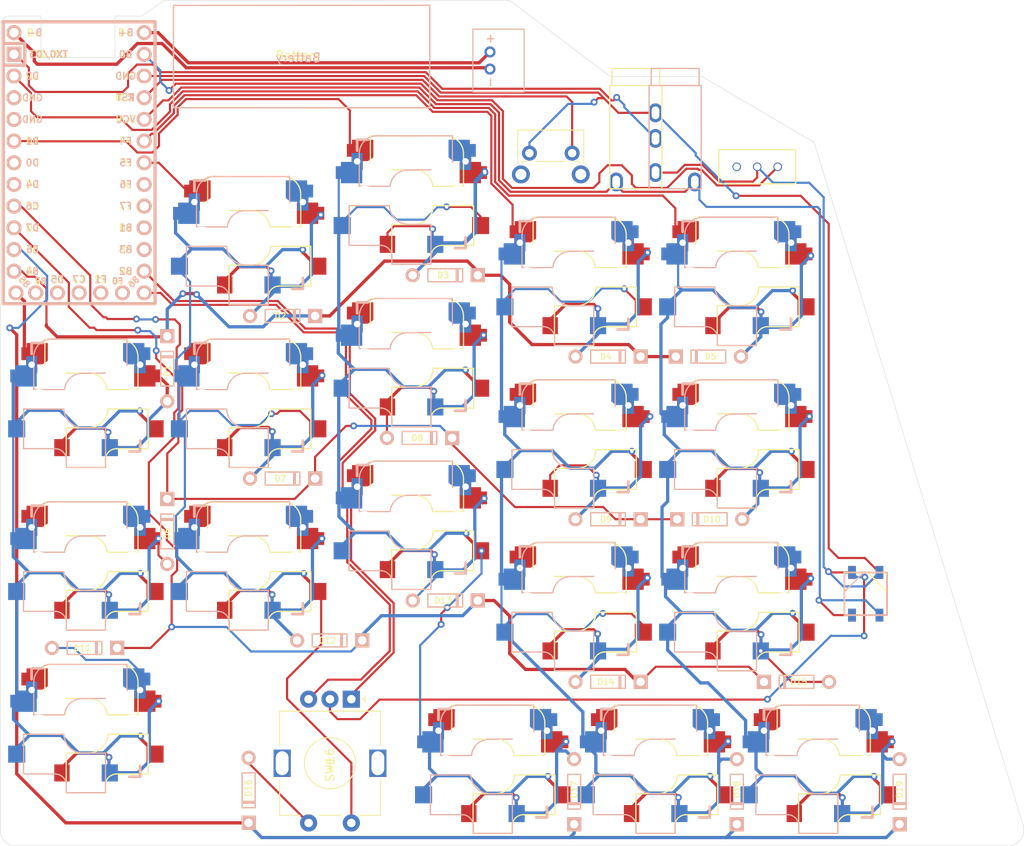
<source format=kicad_pcb>
(kicad_pcb (version 20171130) (host pcbnew "(5.1.6)-1")
  (layers (0 F.Cu signal) (31 B.Cu signal) (34 B.Paste user) (35 F.Paste user) (36 B.SilkS user) (37 F.SilkS user) (38 B.Mask user) (39 F.Mask user) (44 Edge.Cuts user))
  (net 0 "")
  (net 1 "Net-(C1-Pad2)")
  (net 2 "Net-(C1-Pad1)")
  (net 3 Row0)
  (net 4 "Net-(D1-Pad1)")
  (net 5 "Net-(D2-Pad1)")
  (net 6 "Net-(D3-Pad1)")
  (net 7 "Net-(D4-Pad1)")
  (net 8 "Net-(D5-Pad1)")
  (net 9 Row1)
  (net 10 "Net-(D6-Pad1)")
  (net 11 "Net-(D7-Pad1)")
  (net 12 "Net-(D8-Pad1)")
  (net 13 "Net-(D9-Pad1)")
  (net 14 "Net-(D10-Pad1)")
  (net 15 Row2)
  (net 16 "Net-(D11-Pad1)")
  (net 17 "Net-(D12-Pad1)")
  (net 18 "Net-(D13-Pad1)")
  (net 19 "Net-(D14-Pad1)")
  (net 20 "Net-(D15-Pad1)")
  (net 21 Row3)
  (net 22 "Net-(D16-Pad1)")
  (net 23 "Net-(D17-Pad1)")
  (net 24 "Net-(D18-Pad1)")
  (net 25 "Net-(D19-Pad1)")
  (net 26 Gnd)
  (net 27 VCC)
  (net 28 DI)
  (net 29 Col0)
  (net 30 Col1)
  (net 31 Col2)
  (net 32 Col3)
  (net 33 Col4)
  (net 34 E1)
  (net 35 E2)
  (net 36 MCURGB)
  (net 37 "Net-(SW21-Pad2)")
  (net 38 COMM)
  (module KeyboardFootprints:MX_Choc_Symmetric_HotSwap (layer F.Cu) (at 158.50997 113.63071)
    (fp_text reference SW15 hide)
    (fp_text value Switch hide)
    (pad "" thru_hole rect (at -6.35 -3.81) (size 1.3 2) (drill 0.762) (layers *.Cu *.Mask))
    (pad "" thru_hole rect (at 6.35 -3.81) (size 1.3 2) (drill 0.762) (layers *.Cu *.Mask))
    (pad 1 smd custom (at -7.2 -5.1) (size 0.7 1.5) (layers F.Cu F.Paste F.Mask) (net 33 Col4) (options (clearance outline) (anchor rect)) (primitives (gr_poly (pts (xy 0.3 -1.2) (xy 0.3 1.2) (xy 2.1 1.2) (xy 2.7 0.8) (xy 2.7 -1.2)) (width 0.1))))
    (pad 2 smd custom (at 7.2 -5.1) (size 0.7 1.5) (layers B.Cu B.Paste B.Mask) (net 20 "Net-(D15-Pad1)") (options (clearance outline) (anchor rect)) (primitives (gr_poly (pts (xy -0.4 -1.2) (xy -2.8 -1.2) (xy -2.8 0.8) (xy -2.3 1.2) (xy -0.4 1.2)) (width 0.1))))
    (pad 1 smd custom (at -8.5 -2.5) (size 0.7 1.5) (layers B.Cu B.Paste B.Mask) (net 33 Col4) (options (clearance outline) (anchor rect)) (primitives (gr_poly (pts (xy 0.3 -1.2) (xy 2.7 -1.2) (xy 2.7 1.2) (xy 0.3 1.2)) (width 0.1))))
    (pad 2 smd custom (at 8.5 -2.5) (size 0.7 1.5) (layers F.Cu F.Paste F.Mask) (net 20 "Net-(D15-Pad1)") (options (clearance outline) (anchor rect)) (primitives (gr_poly (pts (xy -2.8 -1.2) (xy -0.4 -1.2) (xy -0.4 1.2) (xy -2.8 1.2)) (width 0.1))))
    (pad "" np_thru_hole circle (at -3.81 -2.540001 180) (size 3 3) (drill 3) (layers *.Cu *.Mask))
    (pad "" np_thru_hole circle (at -5.08 0) (size 1.7 1.7) (drill 1.7) (layers *.Cu *.Mask))
    (pad "" np_thru_hole circle (at 5.08 0) (size 1.7 1.7) (drill 1.7) (layers *.Cu *.Mask))
    (pad "" np_thru_hole circle (at 5.5 0 90) (size 1.9 1.9) (drill 1.9) (layers *.Cu *.Mask))
    (pad "" np_thru_hole circle (at -5.5 0 90) (size 1.9 1.9) (drill 1.9) (layers *.Cu *.Mask))
    (pad "" np_thru_hole circle (at 0 0 90) (size 4.35 4.35) (drill 4.35) (layers *.Cu *.Mask))
    (pad "" np_thru_hole circle (at 2.54 -5.08 180) (size 3 3) (drill 3) (layers *.Cu *.Mask))
    (pad "" np_thru_hole circle (at 0 5.9 90) (size 3 3) (drill 3) (layers *.Cu *.Mask))
    (pad "" np_thru_hole circle (at -5 3.7 90) (size 3 3) (drill 3) (layers *.Cu *.Mask))
    (pad 2 smd rect (at 2.8 5.9 180) (size 1.9 2) (layers B.Cu B.Paste B.Mask) (net 20 "Net-(D15-Pad1)"))
    (pad 1 smd rect (at -8.1 3.7 180) (size 2 2) (layers B.Cu B.Paste B.Mask) (net 33 Col4))
    (pad 1 smd rect (at 8.1 3.7 180) (size 2 2) (layers F.Cu F.Paste F.Mask) (net 33 Col4))
    (pad 2 smd rect (at -2.8 5.9 180) (size 1.8 2) (layers F.Cu F.Paste F.Mask) (net 20 "Net-(D15-Pad1)"))
    (pad "" np_thru_hole circle (at 5 3.7 270) (size 3 3) (drill 3) (layers *.Cu *.Mask))
    (pad "" np_thru_hole circle (at -2.54 -5.08 180) (size 3 3) (drill 3) (layers *.Cu *.Mask))
    (pad "" np_thru_hole circle (at 3.81 -2.54 180) (size 3 3) (drill 3) (layers *.Cu *.Mask))
  )
  (module KeyboardFootprints:MX_Choc_Symmetric_HotSwap (layer F.Cu) (at 139.45997 94.58071)
    (fp_text reference SW9 hide)
    (fp_text value Switch hide)
    (pad "" thru_hole rect (at -6.35 -3.81) (size 1.3 2) (drill 0.762) (layers *.Cu *.Mask))
    (pad "" thru_hole rect (at 6.35 -3.81) (size 1.3 2) (drill 0.762) (layers *.Cu *.Mask))
    (pad 1 smd custom (at -7.2 -5.1) (size 0.7 1.5) (layers F.Cu F.Paste F.Mask) (net 32 Col3) (options (clearance outline) (anchor rect)) (primitives (gr_poly (pts (xy 0.3 -1.2) (xy 0.3 1.2) (xy 2.1 1.2) (xy 2.7 0.8) (xy 2.7 -1.2)) (width 0.1))))
    (pad 2 smd custom (at 7.2 -5.1) (size 0.7 1.5) (layers B.Cu B.Paste B.Mask) (net 13 "Net-(D9-Pad1)") (options (clearance outline) (anchor rect)) (primitives (gr_poly (pts (xy -0.4 -1.2) (xy -2.8 -1.2) (xy -2.8 0.8) (xy -2.3 1.2) (xy -0.4 1.2)) (width 0.1))))
    (pad 1 smd custom (at -8.5 -2.5) (size 0.7 1.5) (layers B.Cu B.Paste B.Mask) (net 32 Col3) (options (clearance outline) (anchor rect)) (primitives (gr_poly (pts (xy 0.3 -1.2) (xy 2.7 -1.2) (xy 2.7 1.2) (xy 0.3 1.2)) (width 0.1))))
    (pad 2 smd custom (at 8.5 -2.5) (size 0.7 1.5) (layers F.Cu F.Paste F.Mask) (net 13 "Net-(D9-Pad1)") (options (clearance outline) (anchor rect)) (primitives (gr_poly (pts (xy -2.8 -1.2) (xy -0.4 -1.2) (xy -0.4 1.2) (xy -2.8 1.2)) (width 0.1))))
    (pad "" np_thru_hole circle (at -3.81 -2.540001 180) (size 3 3) (drill 3) (layers *.Cu *.Mask))
    (pad "" np_thru_hole circle (at -5.08 0) (size 1.7 1.7) (drill 1.7) (layers *.Cu *.Mask))
    (pad "" np_thru_hole circle (at 5.08 0) (size 1.7 1.7) (drill 1.7) (layers *.Cu *.Mask))
    (pad "" np_thru_hole circle (at 5.5 0 90) (size 1.9 1.9) (drill 1.9) (layers *.Cu *.Mask))
    (pad "" np_thru_hole circle (at -5.5 0 90) (size 1.9 1.9) (drill 1.9) (layers *.Cu *.Mask))
    (pad "" np_thru_hole circle (at 0 0 90) (size 4.35 4.35) (drill 4.35) (layers *.Cu *.Mask))
    (pad "" np_thru_hole circle (at 2.54 -5.08 180) (size 3 3) (drill 3) (layers *.Cu *.Mask))
    (pad "" np_thru_hole circle (at 0 5.9 90) (size 3 3) (drill 3) (layers *.Cu *.Mask))
    (pad "" np_thru_hole circle (at -5 3.7 90) (size 3 3) (drill 3) (layers *.Cu *.Mask))
    (pad 2 smd rect (at 2.8 5.9 180) (size 1.9 2) (layers B.Cu B.Paste B.Mask) (net 13 "Net-(D9-Pad1)"))
    (pad 1 smd rect (at -8.1 3.7 180) (size 2 2) (layers B.Cu B.Paste B.Mask) (net 32 Col3))
    (pad 1 smd rect (at 8.1 3.7 180) (size 2 2) (layers F.Cu F.Paste F.Mask) (net 32 Col3))
    (pad 2 smd rect (at -2.8 5.9 180) (size 1.8 2) (layers F.Cu F.Paste F.Mask) (net 13 "Net-(D9-Pad1)"))
    (pad "" np_thru_hole circle (at 5 3.7 270) (size 3 3) (drill 3) (layers *.Cu *.Mask))
    (pad "" np_thru_hole circle (at -2.54 -5.08 180) (size 3 3) (drill 3) (layers *.Cu *.Mask))
    (pad "" np_thru_hole circle (at 3.81 -2.54 180) (size 3 3) (drill 3) (layers *.Cu *.Mask))
  )
  (module KeyboardFootprints:MX_Choc_Symmetric_HotSwap (layer F.Cu) (at 129.93497 132.68071)
    (fp_text reference SW17 hide)
    (fp_text value Switch hide)
    (pad "" thru_hole rect (at -6.35 -3.81) (size 1.3 2) (drill 0.762) (layers *.Cu *.Mask))
    (pad "" thru_hole rect (at 6.35 -3.81) (size 1.3 2) (drill 0.762) (layers *.Cu *.Mask))
    (pad 1 smd custom (at -7.2 -5.1) (size 0.7 1.5) (layers F.Cu F.Paste F.Mask) (net 31 Col2) (options (clearance outline) (anchor rect)) (primitives (gr_poly (pts (xy 0.3 -1.2) (xy 0.3 1.2) (xy 2.1 1.2) (xy 2.7 0.8) (xy 2.7 -1.2)) (width 0.1))))
    (pad 2 smd custom (at 7.2 -5.1) (size 0.7 1.5) (layers B.Cu B.Paste B.Mask) (net 23 "Net-(D17-Pad1)") (options (clearance outline) (anchor rect)) (primitives (gr_poly (pts (xy -0.4 -1.2) (xy -2.8 -1.2) (xy -2.8 0.8) (xy -2.3 1.2) (xy -0.4 1.2)) (width 0.1))))
    (pad 1 smd custom (at -8.5 -2.5) (size 0.7 1.5) (layers B.Cu B.Paste B.Mask) (net 31 Col2) (options (clearance outline) (anchor rect)) (primitives (gr_poly (pts (xy 0.3 -1.2) (xy 2.7 -1.2) (xy 2.7 1.2) (xy 0.3 1.2)) (width 0.1))))
    (pad 2 smd custom (at 8.5 -2.5) (size 0.7 1.5) (layers F.Cu F.Paste F.Mask) (net 23 "Net-(D17-Pad1)") (options (clearance outline) (anchor rect)) (primitives (gr_poly (pts (xy -2.8 -1.2) (xy -0.4 -1.2) (xy -0.4 1.2) (xy -2.8 1.2)) (width 0.1))))
    (pad "" np_thru_hole circle (at -3.81 -2.540001 180) (size 3 3) (drill 3) (layers *.Cu *.Mask))
    (pad "" np_thru_hole circle (at -5.08 0) (size 1.7 1.7) (drill 1.7) (layers *.Cu *.Mask))
    (pad "" np_thru_hole circle (at 5.08 0) (size 1.7 1.7) (drill 1.7) (layers *.Cu *.Mask))
    (pad "" np_thru_hole circle (at 5.5 0 90) (size 1.9 1.9) (drill 1.9) (layers *.Cu *.Mask))
    (pad "" np_thru_hole circle (at -5.5 0 90) (size 1.9 1.9) (drill 1.9) (layers *.Cu *.Mask))
    (pad "" np_thru_hole circle (at 0 0 90) (size 4.35 4.35) (drill 4.35) (layers *.Cu *.Mask))
    (pad "" np_thru_hole circle (at 2.54 -5.08 180) (size 3 3) (drill 3) (layers *.Cu *.Mask))
    (pad "" np_thru_hole circle (at 0 5.9 90) (size 3 3) (drill 3) (layers *.Cu *.Mask))
    (pad "" np_thru_hole circle (at -5 3.7 90) (size 3 3) (drill 3) (layers *.Cu *.Mask))
    (pad 2 smd rect (at 2.8 5.9 180) (size 1.9 2) (layers B.Cu B.Paste B.Mask) (net 23 "Net-(D17-Pad1)"))
    (pad 1 smd rect (at -8.1 3.7 180) (size 2 2) (layers B.Cu B.Paste B.Mask) (net 31 Col2))
    (pad 1 smd rect (at 8.1 3.7 180) (size 2 2) (layers F.Cu F.Paste F.Mask) (net 31 Col2))
    (pad 2 smd rect (at -2.8 5.9 180) (size 1.8 2) (layers F.Cu F.Paste F.Mask) (net 23 "Net-(D17-Pad1)"))
    (pad "" np_thru_hole circle (at 5 3.7 270) (size 3 3) (drill 3) (layers *.Cu *.Mask))
    (pad "" np_thru_hole circle (at -2.54 -5.08 180) (size 3 3) (drill 3) (layers *.Cu *.Mask))
    (pad "" np_thru_hole circle (at 3.81 -2.54 180) (size 3 3) (drill 3) (layers *.Cu *.Mask))
  )
  (module KeyboardFootprints:MX_Choc_Symmetric_HotSwap (layer F.Cu) (at 120.40997 85.05571)
    (fp_text reference SW8 hide)
    (fp_text value Switch hide)
    (pad "" thru_hole rect (at -6.35 -3.81) (size 1.3 2) (drill 0.762) (layers *.Cu *.Mask))
    (pad "" thru_hole rect (at 6.35 -3.81) (size 1.3 2) (drill 0.762) (layers *.Cu *.Mask))
    (pad 1 smd custom (at -7.2 -5.1) (size 0.7 1.5) (layers F.Cu F.Paste F.Mask) (net 31 Col2) (options (clearance outline) (anchor rect)) (primitives (gr_poly (pts (xy 0.3 -1.2) (xy 0.3 1.2) (xy 2.1 1.2) (xy 2.7 0.8) (xy 2.7 -1.2)) (width 0.1))))
    (pad 2 smd custom (at 7.2 -5.1) (size 0.7 1.5) (layers B.Cu B.Paste B.Mask) (net 12 "Net-(D8-Pad1)") (options (clearance outline) (anchor rect)) (primitives (gr_poly (pts (xy -0.4 -1.2) (xy -2.8 -1.2) (xy -2.8 0.8) (xy -2.3 1.2) (xy -0.4 1.2)) (width 0.1))))
    (pad 1 smd custom (at -8.5 -2.5) (size 0.7 1.5) (layers B.Cu B.Paste B.Mask) (net 31 Col2) (options (clearance outline) (anchor rect)) (primitives (gr_poly (pts (xy 0.3 -1.2) (xy 2.7 -1.2) (xy 2.7 1.2) (xy 0.3 1.2)) (width 0.1))))
    (pad 2 smd custom (at 8.5 -2.5) (size 0.7 1.5) (layers F.Cu F.Paste F.Mask) (net 12 "Net-(D8-Pad1)") (options (clearance outline) (anchor rect)) (primitives (gr_poly (pts (xy -2.8 -1.2) (xy -0.4 -1.2) (xy -0.4 1.2) (xy -2.8 1.2)) (width 0.1))))
    (pad "" np_thru_hole circle (at -3.81 -2.540001 180) (size 3 3) (drill 3) (layers *.Cu *.Mask))
    (pad "" np_thru_hole circle (at -5.08 0) (size 1.7 1.7) (drill 1.7) (layers *.Cu *.Mask))
    (pad "" np_thru_hole circle (at 5.08 0) (size 1.7 1.7) (drill 1.7) (layers *.Cu *.Mask))
    (pad "" np_thru_hole circle (at 5.5 0 90) (size 1.9 1.9) (drill 1.9) (layers *.Cu *.Mask))
    (pad "" np_thru_hole circle (at -5.5 0 90) (size 1.9 1.9) (drill 1.9) (layers *.Cu *.Mask))
    (pad "" np_thru_hole circle (at 0 0 90) (size 4.35 4.35) (drill 4.35) (layers *.Cu *.Mask))
    (pad "" np_thru_hole circle (at 2.54 -5.08 180) (size 3 3) (drill 3) (layers *.Cu *.Mask))
    (pad "" np_thru_hole circle (at 0 5.9 90) (size 3 3) (drill 3) (layers *.Cu *.Mask))
    (pad "" np_thru_hole circle (at -5 3.7 90) (size 3 3) (drill 3) (layers *.Cu *.Mask))
    (pad 2 smd rect (at 2.8 5.9 180) (size 1.9 2) (layers B.Cu B.Paste B.Mask) (net 12 "Net-(D8-Pad1)"))
    (pad 1 smd rect (at -8.1 3.7 180) (size 2 2) (layers B.Cu B.Paste B.Mask) (net 31 Col2))
    (pad 1 smd rect (at 8.1 3.7 180) (size 2 2) (layers F.Cu F.Paste F.Mask) (net 31 Col2))
    (pad 2 smd rect (at -2.8 5.9 180) (size 1.8 2) (layers F.Cu F.Paste F.Mask) (net 12 "Net-(D8-Pad1)"))
    (pad "" np_thru_hole circle (at 5 3.7 270) (size 3 3) (drill 3) (layers *.Cu *.Mask))
    (pad "" np_thru_hole circle (at -2.54 -5.08 180) (size 3 3) (drill 3) (layers *.Cu *.Mask))
    (pad "" np_thru_hole circle (at 3.81 -2.54 180) (size 3 3) (drill 3) (layers *.Cu *.Mask))
  )
  (module KeyboardFootprints:MX_Choc_Symmetric_HotSwap (layer F.Cu) (at 139.45997 75.53071)
    (fp_text reference SW4 hide)
    (fp_text value Switch hide)
    (pad "" thru_hole rect (at -6.35 -3.81) (size 1.3 2) (drill 0.762) (layers *.Cu *.Mask))
    (pad "" thru_hole rect (at 6.35 -3.81) (size 1.3 2) (drill 0.762) (layers *.Cu *.Mask))
    (pad 1 smd custom (at -7.2 -5.1) (size 0.7 1.5) (layers F.Cu F.Paste F.Mask) (net 32 Col3) (options (clearance outline) (anchor rect)) (primitives (gr_poly (pts (xy 0.3 -1.2) (xy 0.3 1.2) (xy 2.1 1.2) (xy 2.7 0.8) (xy 2.7 -1.2)) (width 0.1))))
    (pad 2 smd custom (at 7.2 -5.1) (size 0.7 1.5) (layers B.Cu B.Paste B.Mask) (net 7 "Net-(D4-Pad1)") (options (clearance outline) (anchor rect)) (primitives (gr_poly (pts (xy -0.4 -1.2) (xy -2.8 -1.2) (xy -2.8 0.8) (xy -2.3 1.2) (xy -0.4 1.2)) (width 0.1))))
    (pad 1 smd custom (at -8.5 -2.5) (size 0.7 1.5) (layers B.Cu B.Paste B.Mask) (net 32 Col3) (options (clearance outline) (anchor rect)) (primitives (gr_poly (pts (xy 0.3 -1.2) (xy 2.7 -1.2) (xy 2.7 1.2) (xy 0.3 1.2)) (width 0.1))))
    (pad 2 smd custom (at 8.5 -2.5) (size 0.7 1.5) (layers F.Cu F.Paste F.Mask) (net 7 "Net-(D4-Pad1)") (options (clearance outline) (anchor rect)) (primitives (gr_poly (pts (xy -2.8 -1.2) (xy -0.4 -1.2) (xy -0.4 1.2) (xy -2.8 1.2)) (width 0.1))))
    (pad "" np_thru_hole circle (at -3.81 -2.540001 180) (size 3 3) (drill 3) (layers *.Cu *.Mask))
    (pad "" np_thru_hole circle (at -5.08 0) (size 1.7 1.7) (drill 1.7) (layers *.Cu *.Mask))
    (pad "" np_thru_hole circle (at 5.08 0) (size 1.7 1.7) (drill 1.7) (layers *.Cu *.Mask))
    (pad "" np_thru_hole circle (at 5.5 0 90) (size 1.9 1.9) (drill 1.9) (layers *.Cu *.Mask))
    (pad "" np_thru_hole circle (at -5.5 0 90) (size 1.9 1.9) (drill 1.9) (layers *.Cu *.Mask))
    (pad "" np_thru_hole circle (at 0 0 90) (size 4.35 4.35) (drill 4.35) (layers *.Cu *.Mask))
    (pad "" np_thru_hole circle (at 2.54 -5.08 180) (size 3 3) (drill 3) (layers *.Cu *.Mask))
    (pad "" np_thru_hole circle (at 0 5.9 90) (size 3 3) (drill 3) (layers *.Cu *.Mask))
    (pad "" np_thru_hole circle (at -5 3.7 90) (size 3 3) (drill 3) (layers *.Cu *.Mask))
    (pad 2 smd rect (at 2.8 5.9 180) (size 1.9 2) (layers B.Cu B.Paste B.Mask) (net 7 "Net-(D4-Pad1)"))
    (pad 1 smd rect (at -8.1 3.7 180) (size 2 2) (layers B.Cu B.Paste B.Mask) (net 32 Col3))
    (pad 1 smd rect (at 8.1 3.7 180) (size 2 2) (layers F.Cu F.Paste F.Mask) (net 32 Col3))
    (pad 2 smd rect (at -2.8 5.9 180) (size 1.8 2) (layers F.Cu F.Paste F.Mask) (net 7 "Net-(D4-Pad1)"))
    (pad "" np_thru_hole circle (at 5 3.7 270) (size 3 3) (drill 3) (layers *.Cu *.Mask))
    (pad "" np_thru_hole circle (at -2.54 -5.08 180) (size 3 3) (drill 3) (layers *.Cu *.Mask))
    (pad "" np_thru_hole circle (at 3.81 -2.54 180) (size 3 3) (drill 3) (layers *.Cu *.Mask))
  )
  (module KeyboardFootprints:MX_Choc_Symmetric_HotSwap (layer F.Cu) (at 148.98497 132.68071)
    (fp_text reference SW18 hide)
    (fp_text value Switch hide)
    (pad "" thru_hole rect (at -6.35 -3.81) (size 1.3 2) (drill 0.762) (layers *.Cu *.Mask))
    (pad "" thru_hole rect (at 6.35 -3.81) (size 1.3 2) (drill 0.762) (layers *.Cu *.Mask))
    (pad 1 smd custom (at -7.2 -5.1) (size 0.7 1.5) (layers F.Cu F.Paste F.Mask) (net 32 Col3) (options (clearance outline) (anchor rect)) (primitives (gr_poly (pts (xy 0.3 -1.2) (xy 0.3 1.2) (xy 2.1 1.2) (xy 2.7 0.8) (xy 2.7 -1.2)) (width 0.1))))
    (pad 2 smd custom (at 7.2 -5.1) (size 0.7 1.5) (layers B.Cu B.Paste B.Mask) (net 24 "Net-(D18-Pad1)") (options (clearance outline) (anchor rect)) (primitives (gr_poly (pts (xy -0.4 -1.2) (xy -2.8 -1.2) (xy -2.8 0.8) (xy -2.3 1.2) (xy -0.4 1.2)) (width 0.1))))
    (pad 1 smd custom (at -8.5 -2.5) (size 0.7 1.5) (layers B.Cu B.Paste B.Mask) (net 32 Col3) (options (clearance outline) (anchor rect)) (primitives (gr_poly (pts (xy 0.3 -1.2) (xy 2.7 -1.2) (xy 2.7 1.2) (xy 0.3 1.2)) (width 0.1))))
    (pad 2 smd custom (at 8.5 -2.5) (size 0.7 1.5) (layers F.Cu F.Paste F.Mask) (net 24 "Net-(D18-Pad1)") (options (clearance outline) (anchor rect)) (primitives (gr_poly (pts (xy -2.8 -1.2) (xy -0.4 -1.2) (xy -0.4 1.2) (xy -2.8 1.2)) (width 0.1))))
    (pad "" np_thru_hole circle (at -3.81 -2.540001 180) (size 3 3) (drill 3) (layers *.Cu *.Mask))
    (pad "" np_thru_hole circle (at -5.08 0) (size 1.7 1.7) (drill 1.7) (layers *.Cu *.Mask))
    (pad "" np_thru_hole circle (at 5.08 0) (size 1.7 1.7) (drill 1.7) (layers *.Cu *.Mask))
    (pad "" np_thru_hole circle (at 5.5 0 90) (size 1.9 1.9) (drill 1.9) (layers *.Cu *.Mask))
    (pad "" np_thru_hole circle (at -5.5 0 90) (size 1.9 1.9) (drill 1.9) (layers *.Cu *.Mask))
    (pad "" np_thru_hole circle (at 0 0 90) (size 4.35 4.35) (drill 4.35) (layers *.Cu *.Mask))
    (pad "" np_thru_hole circle (at 2.54 -5.08 180) (size 3 3) (drill 3) (layers *.Cu *.Mask))
    (pad "" np_thru_hole circle (at 0 5.9 90) (size 3 3) (drill 3) (layers *.Cu *.Mask))
    (pad "" np_thru_hole circle (at -5 3.7 90) (size 3 3) (drill 3) (layers *.Cu *.Mask))
    (pad 2 smd rect (at 2.8 5.9 180) (size 1.9 2) (layers B.Cu B.Paste B.Mask) (net 24 "Net-(D18-Pad1)"))
    (pad 1 smd rect (at -8.1 3.7 180) (size 2 2) (layers B.Cu B.Paste B.Mask) (net 32 Col3))
    (pad 1 smd rect (at 8.1 3.7 180) (size 2 2) (layers F.Cu F.Paste F.Mask) (net 32 Col3))
    (pad 2 smd rect (at -2.8 5.9 180) (size 1.8 2) (layers F.Cu F.Paste F.Mask) (net 24 "Net-(D18-Pad1)"))
    (pad "" np_thru_hole circle (at 5 3.7 270) (size 3 3) (drill 3) (layers *.Cu *.Mask))
    (pad "" np_thru_hole circle (at -2.54 -5.08 180) (size 3 3) (drill 3) (layers *.Cu *.Mask))
    (pad "" np_thru_hole circle (at 3.81 -2.54 180) (size 3 3) (drill 3) (layers *.Cu *.Mask))
  )
  (module KeyboardFootprints:MX_Choc_Symmetric_HotSwap (layer F.Cu) (at 158.50997 75.53071)
    (fp_text reference SW5 hide)
    (fp_text value Switch hide)
    (pad "" thru_hole rect (at -6.35 -3.81) (size 1.3 2) (drill 0.762) (layers *.Cu *.Mask))
    (pad "" thru_hole rect (at 6.35 -3.81) (size 1.3 2) (drill 0.762) (layers *.Cu *.Mask))
    (pad 1 smd custom (at -7.2 -5.1) (size 0.7 1.5) (layers F.Cu F.Paste F.Mask) (net 33 Col4) (options (clearance outline) (anchor rect)) (primitives (gr_poly (pts (xy 0.3 -1.2) (xy 0.3 1.2) (xy 2.1 1.2) (xy 2.7 0.8) (xy 2.7 -1.2)) (width 0.1))))
    (pad 2 smd custom (at 7.2 -5.1) (size 0.7 1.5) (layers B.Cu B.Paste B.Mask) (net 8 "Net-(D5-Pad1)") (options (clearance outline) (anchor rect)) (primitives (gr_poly (pts (xy -0.4 -1.2) (xy -2.8 -1.2) (xy -2.8 0.8) (xy -2.3 1.2) (xy -0.4 1.2)) (width 0.1))))
    (pad 1 smd custom (at -8.5 -2.5) (size 0.7 1.5) (layers B.Cu B.Paste B.Mask) (net 33 Col4) (options (clearance outline) (anchor rect)) (primitives (gr_poly (pts (xy 0.3 -1.2) (xy 2.7 -1.2) (xy 2.7 1.2) (xy 0.3 1.2)) (width 0.1))))
    (pad 2 smd custom (at 8.5 -2.5) (size 0.7 1.5) (layers F.Cu F.Paste F.Mask) (net 8 "Net-(D5-Pad1)") (options (clearance outline) (anchor rect)) (primitives (gr_poly (pts (xy -2.8 -1.2) (xy -0.4 -1.2) (xy -0.4 1.2) (xy -2.8 1.2)) (width 0.1))))
    (pad "" np_thru_hole circle (at -3.81 -2.540001 180) (size 3 3) (drill 3) (layers *.Cu *.Mask))
    (pad "" np_thru_hole circle (at -5.08 0) (size 1.7 1.7) (drill 1.7) (layers *.Cu *.Mask))
    (pad "" np_thru_hole circle (at 5.08 0) (size 1.7 1.7) (drill 1.7) (layers *.Cu *.Mask))
    (pad "" np_thru_hole circle (at 5.5 0 90) (size 1.9 1.9) (drill 1.9) (layers *.Cu *.Mask))
    (pad "" np_thru_hole circle (at -5.5 0 90) (size 1.9 1.9) (drill 1.9) (layers *.Cu *.Mask))
    (pad "" np_thru_hole circle (at 0 0 90) (size 4.35 4.35) (drill 4.35) (layers *.Cu *.Mask))
    (pad "" np_thru_hole circle (at 2.54 -5.08 180) (size 3 3) (drill 3) (layers *.Cu *.Mask))
    (pad "" np_thru_hole circle (at 0 5.9 90) (size 3 3) (drill 3) (layers *.Cu *.Mask))
    (pad "" np_thru_hole circle (at -5 3.7 90) (size 3 3) (drill 3) (layers *.Cu *.Mask))
    (pad 2 smd rect (at 2.8 5.9 180) (size 1.9 2) (layers B.Cu B.Paste B.Mask) (net 8 "Net-(D5-Pad1)"))
    (pad 1 smd rect (at -8.1 3.7 180) (size 2 2) (layers B.Cu B.Paste B.Mask) (net 33 Col4))
    (pad 1 smd rect (at 8.1 3.7 180) (size 2 2) (layers F.Cu F.Paste F.Mask) (net 33 Col4))
    (pad 2 smd rect (at -2.8 5.9 180) (size 1.8 2) (layers F.Cu F.Paste F.Mask) (net 8 "Net-(D5-Pad1)"))
    (pad "" np_thru_hole circle (at 5 3.7 270) (size 3 3) (drill 3) (layers *.Cu *.Mask))
    (pad "" np_thru_hole circle (at -2.54 -5.08 180) (size 3 3) (drill 3) (layers *.Cu *.Mask))
    (pad "" np_thru_hole circle (at 3.81 -2.54 180) (size 3 3) (drill 3) (layers *.Cu *.Mask))
  )
  (module KeyboardFootprints:MX_Choc_Symmetric_HotSwap (layer F.Cu) (at 101.35997 108.86821)
    (fp_text reference SW12 hide)
    (fp_text value Switch hide)
    (pad "" thru_hole rect (at -6.35 -3.81) (size 1.3 2) (drill 0.762) (layers *.Cu *.Mask))
    (pad "" thru_hole rect (at 6.35 -3.81) (size 1.3 2) (drill 0.762) (layers *.Cu *.Mask))
    (pad 1 smd custom (at -7.2 -5.1) (size 0.7 1.5) (layers F.Cu F.Paste F.Mask) (net 30 Col1) (options (clearance outline) (anchor rect)) (primitives (gr_poly (pts (xy 0.3 -1.2) (xy 0.3 1.2) (xy 2.1 1.2) (xy 2.7 0.8) (xy 2.7 -1.2)) (width 0.1))))
    (pad 2 smd custom (at 7.2 -5.1) (size 0.7 1.5) (layers B.Cu B.Paste B.Mask) (net 17 "Net-(D12-Pad1)") (options (clearance outline) (anchor rect)) (primitives (gr_poly (pts (xy -0.4 -1.2) (xy -2.8 -1.2) (xy -2.8 0.8) (xy -2.3 1.2) (xy -0.4 1.2)) (width 0.1))))
    (pad 1 smd custom (at -8.5 -2.5) (size 0.7 1.5) (layers B.Cu B.Paste B.Mask) (net 30 Col1) (options (clearance outline) (anchor rect)) (primitives (gr_poly (pts (xy 0.3 -1.2) (xy 2.7 -1.2) (xy 2.7 1.2) (xy 0.3 1.2)) (width 0.1))))
    (pad 2 smd custom (at 8.5 -2.5) (size 0.7 1.5) (layers F.Cu F.Paste F.Mask) (net 17 "Net-(D12-Pad1)") (options (clearance outline) (anchor rect)) (primitives (gr_poly (pts (xy -2.8 -1.2) (xy -0.4 -1.2) (xy -0.4 1.2) (xy -2.8 1.2)) (width 0.1))))
    (pad "" np_thru_hole circle (at -3.81 -2.540001 180) (size 3 3) (drill 3) (layers *.Cu *.Mask))
    (pad "" np_thru_hole circle (at -5.08 0) (size 1.7 1.7) (drill 1.7) (layers *.Cu *.Mask))
    (pad "" np_thru_hole circle (at 5.08 0) (size 1.7 1.7) (drill 1.7) (layers *.Cu *.Mask))
    (pad "" np_thru_hole circle (at 5.5 0 90) (size 1.9 1.9) (drill 1.9) (layers *.Cu *.Mask))
    (pad "" np_thru_hole circle (at -5.5 0 90) (size 1.9 1.9) (drill 1.9) (layers *.Cu *.Mask))
    (pad "" np_thru_hole circle (at 0 0 90) (size 4.35 4.35) (drill 4.35) (layers *.Cu *.Mask))
    (pad "" np_thru_hole circle (at 2.54 -5.08 180) (size 3 3) (drill 3) (layers *.Cu *.Mask))
    (pad "" np_thru_hole circle (at 0 5.9 90) (size 3 3) (drill 3) (layers *.Cu *.Mask))
    (pad "" np_thru_hole circle (at -5 3.7 90) (size 3 3) (drill 3) (layers *.Cu *.Mask))
    (pad 2 smd rect (at 2.8 5.9 180) (size 1.9 2) (layers B.Cu B.Paste B.Mask) (net 17 "Net-(D12-Pad1)"))
    (pad 1 smd rect (at -8.1 3.7 180) (size 2 2) (layers B.Cu B.Paste B.Mask) (net 30 Col1))
    (pad 1 smd rect (at 8.1 3.7 180) (size 2 2) (layers F.Cu F.Paste F.Mask) (net 30 Col1))
    (pad 2 smd rect (at -2.8 5.9 180) (size 1.8 2) (layers F.Cu F.Paste F.Mask) (net 17 "Net-(D12-Pad1)"))
    (pad "" np_thru_hole circle (at 5 3.7 270) (size 3 3) (drill 3) (layers *.Cu *.Mask))
    (pad "" np_thru_hole circle (at -2.54 -5.08 180) (size 3 3) (drill 3) (layers *.Cu *.Mask))
    (pad "" np_thru_hole circle (at 3.81 -2.54 180) (size 3 3) (drill 3) (layers *.Cu *.Mask))
  )
  (module KeyboardFootprints:MX_Choc_Symmetric_HotSwap (layer F.Cu) (at 139.45997 113.63071)
    (fp_text reference SW14 hide)
    (fp_text value Switch hide)
    (pad "" thru_hole rect (at -6.35 -3.81) (size 1.3 2) (drill 0.762) (layers *.Cu *.Mask))
    (pad "" thru_hole rect (at 6.35 -3.81) (size 1.3 2) (drill 0.762) (layers *.Cu *.Mask))
    (pad 1 smd custom (at -7.2 -5.1) (size 0.7 1.5) (layers F.Cu F.Paste F.Mask) (net 32 Col3) (options (clearance outline) (anchor rect)) (primitives (gr_poly (pts (xy 0.3 -1.2) (xy 0.3 1.2) (xy 2.1 1.2) (xy 2.7 0.8) (xy 2.7 -1.2)) (width 0.1))))
    (pad 2 smd custom (at 7.2 -5.1) (size 0.7 1.5) (layers B.Cu B.Paste B.Mask) (net 19 "Net-(D14-Pad1)") (options (clearance outline) (anchor rect)) (primitives (gr_poly (pts (xy -0.4 -1.2) (xy -2.8 -1.2) (xy -2.8 0.8) (xy -2.3 1.2) (xy -0.4 1.2)) (width 0.1))))
    (pad 1 smd custom (at -8.5 -2.5) (size 0.7 1.5) (layers B.Cu B.Paste B.Mask) (net 32 Col3) (options (clearance outline) (anchor rect)) (primitives (gr_poly (pts (xy 0.3 -1.2) (xy 2.7 -1.2) (xy 2.7 1.2) (xy 0.3 1.2)) (width 0.1))))
    (pad 2 smd custom (at 8.5 -2.5) (size 0.7 1.5) (layers F.Cu F.Paste F.Mask) (net 19 "Net-(D14-Pad1)") (options (clearance outline) (anchor rect)) (primitives (gr_poly (pts (xy -2.8 -1.2) (xy -0.4 -1.2) (xy -0.4 1.2) (xy -2.8 1.2)) (width 0.1))))
    (pad "" np_thru_hole circle (at -3.81 -2.540001 180) (size 3 3) (drill 3) (layers *.Cu *.Mask))
    (pad "" np_thru_hole circle (at -5.08 0) (size 1.7 1.7) (drill 1.7) (layers *.Cu *.Mask))
    (pad "" np_thru_hole circle (at 5.08 0) (size 1.7 1.7) (drill 1.7) (layers *.Cu *.Mask))
    (pad "" np_thru_hole circle (at 5.5 0 90) (size 1.9 1.9) (drill 1.9) (layers *.Cu *.Mask))
    (pad "" np_thru_hole circle (at -5.5 0 90) (size 1.9 1.9) (drill 1.9) (layers *.Cu *.Mask))
    (pad "" np_thru_hole circle (at 0 0 90) (size 4.35 4.35) (drill 4.35) (layers *.Cu *.Mask))
    (pad "" np_thru_hole circle (at 2.54 -5.08 180) (size 3 3) (drill 3) (layers *.Cu *.Mask))
    (pad "" np_thru_hole circle (at 0 5.9 90) (size 3 3) (drill 3) (layers *.Cu *.Mask))
    (pad "" np_thru_hole circle (at -5 3.7 90) (size 3 3) (drill 3) (layers *.Cu *.Mask))
    (pad 2 smd rect (at 2.8 5.9 180) (size 1.9 2) (layers B.Cu B.Paste B.Mask) (net 19 "Net-(D14-Pad1)"))
    (pad 1 smd rect (at -8.1 3.7 180) (size 2 2) (layers B.Cu B.Paste B.Mask) (net 32 Col3))
    (pad 1 smd rect (at 8.1 3.7 180) (size 2 2) (layers F.Cu F.Paste F.Mask) (net 32 Col3))
    (pad 2 smd rect (at -2.8 5.9 180) (size 1.8 2) (layers F.Cu F.Paste F.Mask) (net 19 "Net-(D14-Pad1)"))
    (pad "" np_thru_hole circle (at 5 3.7 270) (size 3 3) (drill 3) (layers *.Cu *.Mask))
    (pad "" np_thru_hole circle (at -2.54 -5.08 180) (size 3 3) (drill 3) (layers *.Cu *.Mask))
    (pad "" np_thru_hole circle (at 3.81 -2.54 180) (size 3 3) (drill 3) (layers *.Cu *.Mask))
  )
  (module KeyboardFootprints:MX_Choc_Symmetric_HotSwap (layer F.Cu) (at 82.30997 108.86821)
    (fp_text reference SW6 hide)
    (fp_text value Switch hide)
    (pad "" thru_hole rect (at -6.35 -3.81) (size 1.3 2) (drill 0.762) (layers *.Cu *.Mask))
    (pad "" thru_hole rect (at 6.35 -3.81) (size 1.3 2) (drill 0.762) (layers *.Cu *.Mask))
    (pad 1 smd custom (at -7.2 -5.1) (size 0.7 1.5) (layers F.Cu F.Paste F.Mask) (net 29 Col0) (options (clearance outline) (anchor rect)) (primitives (gr_poly (pts (xy 0.3 -1.2) (xy 0.3 1.2) (xy 2.1 1.2) (xy 2.7 0.8) (xy 2.7 -1.2)) (width 0.1))))
    (pad 2 smd custom (at 7.2 -5.1) (size 0.7 1.5) (layers B.Cu B.Paste B.Mask) (net 10 "Net-(D6-Pad1)") (options (clearance outline) (anchor rect)) (primitives (gr_poly (pts (xy -0.4 -1.2) (xy -2.8 -1.2) (xy -2.8 0.8) (xy -2.3 1.2) (xy -0.4 1.2)) (width 0.1))))
    (pad 1 smd custom (at -8.5 -2.5) (size 0.7 1.5) (layers B.Cu B.Paste B.Mask) (net 29 Col0) (options (clearance outline) (anchor rect)) (primitives (gr_poly (pts (xy 0.3 -1.2) (xy 2.7 -1.2) (xy 2.7 1.2) (xy 0.3 1.2)) (width 0.1))))
    (pad 2 smd custom (at 8.5 -2.5) (size 0.7 1.5) (layers F.Cu F.Paste F.Mask) (net 10 "Net-(D6-Pad1)") (options (clearance outline) (anchor rect)) (primitives (gr_poly (pts (xy -2.8 -1.2) (xy -0.4 -1.2) (xy -0.4 1.2) (xy -2.8 1.2)) (width 0.1))))
    (pad "" np_thru_hole circle (at -3.81 -2.540001 180) (size 3 3) (drill 3) (layers *.Cu *.Mask))
    (pad "" np_thru_hole circle (at -5.08 0) (size 1.7 1.7) (drill 1.7) (layers *.Cu *.Mask))
    (pad "" np_thru_hole circle (at 5.08 0) (size 1.7 1.7) (drill 1.7) (layers *.Cu *.Mask))
    (pad "" np_thru_hole circle (at 5.5 0 90) (size 1.9 1.9) (drill 1.9) (layers *.Cu *.Mask))
    (pad "" np_thru_hole circle (at -5.5 0 90) (size 1.9 1.9) (drill 1.9) (layers *.Cu *.Mask))
    (pad "" np_thru_hole circle (at 0 0 90) (size 4.35 4.35) (drill 4.35) (layers *.Cu *.Mask))
    (pad "" np_thru_hole circle (at 2.54 -5.08 180) (size 3 3) (drill 3) (layers *.Cu *.Mask))
    (pad "" np_thru_hole circle (at 0 5.9 90) (size 3 3) (drill 3) (layers *.Cu *.Mask))
    (pad "" np_thru_hole circle (at -5 3.7 90) (size 3 3) (drill 3) (layers *.Cu *.Mask))
    (pad 2 smd rect (at 2.8 5.9 180) (size 1.9 2) (layers B.Cu B.Paste B.Mask) (net 10 "Net-(D6-Pad1)"))
    (pad 1 smd rect (at -8.1 3.7 180) (size 2 2) (layers B.Cu B.Paste B.Mask) (net 29 Col0))
    (pad 1 smd rect (at 8.1 3.7 180) (size 2 2) (layers F.Cu F.Paste F.Mask) (net 29 Col0))
    (pad 2 smd rect (at -2.8 5.9 180) (size 1.8 2) (layers F.Cu F.Paste F.Mask) (net 10 "Net-(D6-Pad1)"))
    (pad "" np_thru_hole circle (at 5 3.7 270) (size 3 3) (drill 3) (layers *.Cu *.Mask))
    (pad "" np_thru_hole circle (at -2.54 -5.08 180) (size 3 3) (drill 3) (layers *.Cu *.Mask))
    (pad "" np_thru_hole circle (at 3.81 -2.54 180) (size 3 3) (drill 3) (layers *.Cu *.Mask))
  )
  (module KeyboardFootprints:MX_Choc_Symmetric_HotSwap (layer F.Cu) (at 120.40997 104.10571)
    (fp_text reference SW13 hide)
    (fp_text value Switch hide)
    (pad "" thru_hole rect (at -6.35 -3.81) (size 1.3 2) (drill 0.762) (layers *.Cu *.Mask))
    (pad "" thru_hole rect (at 6.35 -3.81) (size 1.3 2) (drill 0.762) (layers *.Cu *.Mask))
    (pad 1 smd custom (at -7.2 -5.1) (size 0.7 1.5) (layers F.Cu F.Paste F.Mask) (net 31 Col2) (options (clearance outline) (anchor rect)) (primitives (gr_poly (pts (xy 0.3 -1.2) (xy 0.3 1.2) (xy 2.1 1.2) (xy 2.7 0.8) (xy 2.7 -1.2)) (width 0.1))))
    (pad 2 smd custom (at 7.2 -5.1) (size 0.7 1.5) (layers B.Cu B.Paste B.Mask) (net 18 "Net-(D13-Pad1)") (options (clearance outline) (anchor rect)) (primitives (gr_poly (pts (xy -0.4 -1.2) (xy -2.8 -1.2) (xy -2.8 0.8) (xy -2.3 1.2) (xy -0.4 1.2)) (width 0.1))))
    (pad 1 smd custom (at -8.5 -2.5) (size 0.7 1.5) (layers B.Cu B.Paste B.Mask) (net 31 Col2) (options (clearance outline) (anchor rect)) (primitives (gr_poly (pts (xy 0.3 -1.2) (xy 2.7 -1.2) (xy 2.7 1.2) (xy 0.3 1.2)) (width 0.1))))
    (pad 2 smd custom (at 8.5 -2.5) (size 0.7 1.5) (layers F.Cu F.Paste F.Mask) (net 18 "Net-(D13-Pad1)") (options (clearance outline) (anchor rect)) (primitives (gr_poly (pts (xy -2.8 -1.2) (xy -0.4 -1.2) (xy -0.4 1.2) (xy -2.8 1.2)) (width 0.1))))
    (pad "" np_thru_hole circle (at -3.81 -2.540001 180) (size 3 3) (drill 3) (layers *.Cu *.Mask))
    (pad "" np_thru_hole circle (at -5.08 0) (size 1.7 1.7) (drill 1.7) (layers *.Cu *.Mask))
    (pad "" np_thru_hole circle (at 5.08 0) (size 1.7 1.7) (drill 1.7) (layers *.Cu *.Mask))
    (pad "" np_thru_hole circle (at 5.5 0 90) (size 1.9 1.9) (drill 1.9) (layers *.Cu *.Mask))
    (pad "" np_thru_hole circle (at -5.5 0 90) (size 1.9 1.9) (drill 1.9) (layers *.Cu *.Mask))
    (pad "" np_thru_hole circle (at 0 0 90) (size 4.35 4.35) (drill 4.35) (layers *.Cu *.Mask))
    (pad "" np_thru_hole circle (at 2.54 -5.08 180) (size 3 3) (drill 3) (layers *.Cu *.Mask))
    (pad "" np_thru_hole circle (at 0 5.9 90) (size 3 3) (drill 3) (layers *.Cu *.Mask))
    (pad "" np_thru_hole circle (at -5 3.7 90) (size 3 3) (drill 3) (layers *.Cu *.Mask))
    (pad 2 smd rect (at 2.8 5.9 180) (size 1.9 2) (layers B.Cu B.Paste B.Mask) (net 18 "Net-(D13-Pad1)"))
    (pad 1 smd rect (at -8.1 3.7 180) (size 2 2) (layers B.Cu B.Paste B.Mask) (net 31 Col2))
    (pad 1 smd rect (at 8.1 3.7 180) (size 2 2) (layers F.Cu F.Paste F.Mask) (net 31 Col2))
    (pad 2 smd rect (at -2.8 5.9 180) (size 1.8 2) (layers F.Cu F.Paste F.Mask) (net 18 "Net-(D13-Pad1)"))
    (pad "" np_thru_hole circle (at 5 3.7 270) (size 3 3) (drill 3) (layers *.Cu *.Mask))
    (pad "" np_thru_hole circle (at -2.54 -5.08 180) (size 3 3) (drill 3) (layers *.Cu *.Mask))
    (pad "" np_thru_hole circle (at 3.81 -2.54 180) (size 3 3) (drill 3) (layers *.Cu *.Mask))
  )
  (module KeyboardFootprints:MX_Choc_Symmetric_HotSwap (layer F.Cu) (at 82.30997 127.91821)
    (fp_text reference SW11 hide)
    (fp_text value Switch hide)
    (pad "" thru_hole rect (at -6.35 -3.81) (size 1.3 2) (drill 0.762) (layers *.Cu *.Mask))
    (pad "" thru_hole rect (at 6.35 -3.81) (size 1.3 2) (drill 0.762) (layers *.Cu *.Mask))
    (pad 1 smd custom (at -7.2 -5.1) (size 0.7 1.5) (layers F.Cu F.Paste F.Mask) (net 29 Col0) (options (clearance outline) (anchor rect)) (primitives (gr_poly (pts (xy 0.3 -1.2) (xy 0.3 1.2) (xy 2.1 1.2) (xy 2.7 0.8) (xy 2.7 -1.2)) (width 0.1))))
    (pad 2 smd custom (at 7.2 -5.1) (size 0.7 1.5) (layers B.Cu B.Paste B.Mask) (net 16 "Net-(D11-Pad1)") (options (clearance outline) (anchor rect)) (primitives (gr_poly (pts (xy -0.4 -1.2) (xy -2.8 -1.2) (xy -2.8 0.8) (xy -2.3 1.2) (xy -0.4 1.2)) (width 0.1))))
    (pad 1 smd custom (at -8.5 -2.5) (size 0.7 1.5) (layers B.Cu B.Paste B.Mask) (net 29 Col0) (options (clearance outline) (anchor rect)) (primitives (gr_poly (pts (xy 0.3 -1.2) (xy 2.7 -1.2) (xy 2.7 1.2) (xy 0.3 1.2)) (width 0.1))))
    (pad 2 smd custom (at 8.5 -2.5) (size 0.7 1.5) (layers F.Cu F.Paste F.Mask) (net 16 "Net-(D11-Pad1)") (options (clearance outline) (anchor rect)) (primitives (gr_poly (pts (xy -2.8 -1.2) (xy -0.4 -1.2) (xy -0.4 1.2) (xy -2.8 1.2)) (width 0.1))))
    (pad "" np_thru_hole circle (at -3.81 -2.540001 180) (size 3 3) (drill 3) (layers *.Cu *.Mask))
    (pad "" np_thru_hole circle (at -5.08 0) (size 1.7 1.7) (drill 1.7) (layers *.Cu *.Mask))
    (pad "" np_thru_hole circle (at 5.08 0) (size 1.7 1.7) (drill 1.7) (layers *.Cu *.Mask))
    (pad "" np_thru_hole circle (at 5.5 0 90) (size 1.9 1.9) (drill 1.9) (layers *.Cu *.Mask))
    (pad "" np_thru_hole circle (at -5.5 0 90) (size 1.9 1.9) (drill 1.9) (layers *.Cu *.Mask))
    (pad "" np_thru_hole circle (at 0 0 90) (size 4.35 4.35) (drill 4.35) (layers *.Cu *.Mask))
    (pad "" np_thru_hole circle (at 2.54 -5.08 180) (size 3 3) (drill 3) (layers *.Cu *.Mask))
    (pad "" np_thru_hole circle (at 0 5.9 90) (size 3 3) (drill 3) (layers *.Cu *.Mask))
    (pad "" np_thru_hole circle (at -5 3.7 90) (size 3 3) (drill 3) (layers *.Cu *.Mask))
    (pad 2 smd rect (at 2.8 5.9 180) (size 1.9 2) (layers B.Cu B.Paste B.Mask) (net 16 "Net-(D11-Pad1)"))
    (pad 1 smd rect (at -8.1 3.7 180) (size 2 2) (layers B.Cu B.Paste B.Mask) (net 29 Col0))
    (pad 1 smd rect (at 8.1 3.7 180) (size 2 2) (layers F.Cu F.Paste F.Mask) (net 29 Col0))
    (pad 2 smd rect (at -2.8 5.9 180) (size 1.8 2) (layers F.Cu F.Paste F.Mask) (net 16 "Net-(D11-Pad1)"))
    (pad "" np_thru_hole circle (at 5 3.7 270) (size 3 3) (drill 3) (layers *.Cu *.Mask))
    (pad "" np_thru_hole circle (at -2.54 -5.08 180) (size 3 3) (drill 3) (layers *.Cu *.Mask))
    (pad "" np_thru_hole circle (at 3.81 -2.54 180) (size 3 3) (drill 3) (layers *.Cu *.Mask))
  )
  (module KeyboardFootprints:MX_Choc_Symmetric_HotSwap (layer F.Cu) (at 101.35997 70.76821)
    (fp_text reference SW2 hide)
    (fp_text value Switch hide)
    (pad "" thru_hole rect (at -6.35 -3.81) (size 1.3 2) (drill 0.762) (layers *.Cu *.Mask))
    (pad "" thru_hole rect (at 6.35 -3.81) (size 1.3 2) (drill 0.762) (layers *.Cu *.Mask))
    (pad 1 smd custom (at -7.2 -5.1) (size 0.7 1.5) (layers F.Cu F.Paste F.Mask) (net 30 Col1) (options (clearance outline) (anchor rect)) (primitives (gr_poly (pts (xy 0.3 -1.2) (xy 0.3 1.2) (xy 2.1 1.2) (xy 2.7 0.8) (xy 2.7 -1.2)) (width 0.1))))
    (pad 2 smd custom (at 7.2 -5.1) (size 0.7 1.5) (layers B.Cu B.Paste B.Mask) (net 5 "Net-(D2-Pad1)") (options (clearance outline) (anchor rect)) (primitives (gr_poly (pts (xy -0.4 -1.2) (xy -2.8 -1.2) (xy -2.8 0.8) (xy -2.3 1.2) (xy -0.4 1.2)) (width 0.1))))
    (pad 1 smd custom (at -8.5 -2.5) (size 0.7 1.5) (layers B.Cu B.Paste B.Mask) (net 30 Col1) (options (clearance outline) (anchor rect)) (primitives (gr_poly (pts (xy 0.3 -1.2) (xy 2.7 -1.2) (xy 2.7 1.2) (xy 0.3 1.2)) (width 0.1))))
    (pad 2 smd custom (at 8.5 -2.5) (size 0.7 1.5) (layers F.Cu F.Paste F.Mask) (net 5 "Net-(D2-Pad1)") (options (clearance outline) (anchor rect)) (primitives (gr_poly (pts (xy -2.8 -1.2) (xy -0.4 -1.2) (xy -0.4 1.2) (xy -2.8 1.2)) (width 0.1))))
    (pad "" np_thru_hole circle (at -3.81 -2.540001 180) (size 3 3) (drill 3) (layers *.Cu *.Mask))
    (pad "" np_thru_hole circle (at -5.08 0) (size 1.7 1.7) (drill 1.7) (layers *.Cu *.Mask))
    (pad "" np_thru_hole circle (at 5.08 0) (size 1.7 1.7) (drill 1.7) (layers *.Cu *.Mask))
    (pad "" np_thru_hole circle (at 5.5 0 90) (size 1.9 1.9) (drill 1.9) (layers *.Cu *.Mask))
    (pad "" np_thru_hole circle (at -5.5 0 90) (size 1.9 1.9) (drill 1.9) (layers *.Cu *.Mask))
    (pad "" np_thru_hole circle (at 0 0 90) (size 4.35 4.35) (drill 4.35) (layers *.Cu *.Mask))
    (pad "" np_thru_hole circle (at 2.54 -5.08 180) (size 3 3) (drill 3) (layers *.Cu *.Mask))
    (pad "" np_thru_hole circle (at 0 5.9 90) (size 3 3) (drill 3) (layers *.Cu *.Mask))
    (pad "" np_thru_hole circle (at -5 3.7 90) (size 3 3) (drill 3) (layers *.Cu *.Mask))
    (pad 2 smd rect (at 2.8 5.9 180) (size 1.9 2) (layers B.Cu B.Paste B.Mask) (net 5 "Net-(D2-Pad1)"))
    (pad 1 smd rect (at -8.1 3.7 180) (size 2 2) (layers B.Cu B.Paste B.Mask) (net 30 Col1))
    (pad 1 smd rect (at 8.1 3.7 180) (size 2 2) (layers F.Cu F.Paste F.Mask) (net 30 Col1))
    (pad 2 smd rect (at -2.8 5.9 180) (size 1.8 2) (layers F.Cu F.Paste F.Mask) (net 5 "Net-(D2-Pad1)"))
    (pad "" np_thru_hole circle (at 5 3.7 270) (size 3 3) (drill 3) (layers *.Cu *.Mask))
    (pad "" np_thru_hole circle (at -2.54 -5.08 180) (size 3 3) (drill 3) (layers *.Cu *.Mask))
    (pad "" np_thru_hole circle (at 3.81 -2.54 180) (size 3 3) (drill 3) (layers *.Cu *.Mask))
  )
  (module KeyboardFootprints:Diode (layer F.Cu) (at 158.50997 136.01446 90)
    (fp_text reference D18 (at 0.254 0 90) (layer F.SilkS) (effects (font (size 0.7 0.7) (thickness 0.125))))
    (fp_text value Diode hide)
    (pad 2 thru_hole rect (at -3.81 0 270) (size 1.651 1.651) (drill 0.9906) (layers *.Cu *.SilkS *.Mask) (net 21 Row3))
    (pad 1 thru_hole circle (at 3.81 0 270) (size 1.651 1.651) (drill 0.9906) (layers *.Cu *.SilkS *.Mask) (net 24 "Net-(D18-Pad1)"))
  )
  (module KeyboardFootprints:Elite-C (layer F.Cu) (at 81.51622 63.62446 270)
    (fp_text reference U1 hide)
    (fp_text value Elite-C hide)
    (fp_text user B+ (at -16.51 -5.461) (layer B.SilkS) (effects (font (size 0.8 0.8)) (justify mirror)))
    (fp_text user B+ (at -16.51 -5.461) (layer F.SilkS) (effects (font (size 0.8 0.8))))
    (fp_text user B- (at -16.51 5.207) (layer F.SilkS) (effects (font (size 0.8 0.8))))
    (fp_text user B- (at -16.51 5.207) (layer B.SilkS) (effects (font (size 0.8 0.8)) (justify mirror)))
    (fp_text user D5 (at 12.4 2.54) (layer B.SilkS) (effects (font (size 0.8 0.8)) (justify mirror)))
    (fp_text user D5 (at 12.4 2.54) (layer F.SilkS) (effects (font (size 0.8 0.8))))
    (fp_text user F1 (at 12.4 -2.54) (layer F.SilkS) (effects (font (size 0.8 0.8))))
    (fp_text user F1 (at 12.4 -2.54) (layer B.SilkS) (effects (font (size 0.8 0.8)) (justify mirror)))
    (fp_text user C7 (at 12.4 0) (layer B.SilkS) (effects (font (size 0.8 0.8)) (justify mirror)))
    (fp_text user C7 (at 12.4 0) (layer F.SilkS) (effects (font (size 0.8 0.8))))
    (fp_text user B6 (at 12.7 -6.4 45 unlocked) (layer B.SilkS) (effects (font (size 0.7 0.7)) (justify mirror)))
    (fp_text user B6 (at 12.7 -6.4 45 unlocked) (layer F.SilkS) (effects (font (size 0.7 0.7))))
    (fp_text user F0 (at 12.6 -4.5) (layer F.SilkS) (effects (font (size 0.7 0.7))))
    (fp_text user F0 (at 12.6 -4.5) (layer B.SilkS) (effects (font (size 0.7 0.7)) (justify mirror)))
    (fp_text user B7 (at 12.6 4.5) (layer B.SilkS) (effects (font (size 0.7 0.7)) (justify mirror)))
    (fp_text user B7 (at 12.6 4.5) (layer F.SilkS) (effects (font (size 0.7 0.7))))
    (fp_text user ST (at -8.91 -5.04) (layer B.SilkS) (effects (font (size 0.8 0.8)) (justify mirror)))
    (fp_text user TX0/D3 (at -13.97 3.571872) (layer F.SilkS) (effects (font (size 0.8 0.8))))
    (fp_text user TX0/D3 (at -13.97 3.571872) (layer B.SilkS) (effects (font (size 0.8 0.8)) (justify mirror)))
    (fp_text user D2 (at -11.43 5.461) (layer F.SilkS) (effects (font (size 0.8 0.8))))
    (fp_text user D0 (at -1.27 5.461) (layer F.SilkS) (effects (font (size 0.8 0.8))))
    (fp_text user D1 (at -3.81 5.461) (layer F.SilkS) (effects (font (size 0.8 0.8))))
    (fp_text user GND (at -6.35 5.461) (layer F.SilkS) (effects (font (size 0.8 0.8))))
    (fp_text user GND (at -8.89 5.461) (layer F.SilkS) (effects (font (size 0.8 0.8))))
    (fp_text user D4 (at 1.27 5.461) (layer F.SilkS) (effects (font (size 0.8 0.8))))
    (fp_text user C6 (at 3.81 5.461) (layer F.SilkS) (effects (font (size 0.8 0.8))))
    (fp_text user D7 (at 6.35 5.461) (layer F.SilkS) (effects (font (size 0.8 0.8))))
    (fp_text user E6 (at 8.89 5.461) (layer F.SilkS) (effects (font (size 0.8 0.8))))
    (fp_text user B4 (at 11.43 5.461) (layer F.SilkS) (effects (font (size 0.8 0.8))))
    (fp_text user B5 (at 12.7 6.4 135) (layer F.SilkS) (effects (font (size 0.7 0.7))))
    (fp_text user B2 (at 11.43 -5.461) (layer B.SilkS) (effects (font (size 0.8 0.8)) (justify mirror)))
    (fp_text user B3 (at 8.89 -5.461) (layer F.SilkS) (effects (font (size 0.8 0.8))))
    (fp_text user B1 (at 6.35 -5.461) (layer F.SilkS) (effects (font (size 0.8 0.8))))
    (fp_text user F7 (at 3.81 -5.461) (layer B.SilkS) (effects (font (size 0.8 0.8)) (justify mirror)))
    (fp_text user F6 (at 1.27 -5.461) (layer B.SilkS) (effects (font (size 0.8 0.8)) (justify mirror)))
    (fp_text user F5 (at -1.27 -5.461) (layer B.SilkS) (effects (font (size 0.8 0.8)) (justify mirror)))
    (fp_text user F4 (at -3.81 -5.461) (layer F.SilkS) (effects (font (size 0.8 0.8))))
    (fp_text user VCC (at -6.35 -5.461) (layer F.SilkS) (effects (font (size 0.8 0.8))))
    (fp_text user ST (at -8.92 -5.73312) (layer F.SilkS) (effects (font (size 0.8 0.8))))
    (fp_text user GND (at -11.43 -5.461) (layer F.SilkS) (effects (font (size 0.8 0.8))))
    (fp_text user B0 (at -13.97 -5.461) (layer F.SilkS) (effects (font (size 0.8 0.8))))
    (fp_text user B0 (at -13.97 -5.461) (layer B.SilkS) (effects (font (size 0.8 0.8)) (justify mirror)))
    (fp_text user GND (at -11.43 -5.461) (layer B.SilkS) (effects (font (size 0.8 0.8)) (justify mirror)))
    (fp_text user VCC (at -6.35 -5.461) (layer B.SilkS) (effects (font (size 0.8 0.8)) (justify mirror)))
    (fp_text user F4 (at -3.81 -5.461) (layer B.SilkS) (effects (font (size 0.8 0.8)) (justify mirror)))
    (fp_text user F5 (at -1.27 -5.461) (layer F.SilkS) (effects (font (size 0.8 0.8))))
    (fp_text user F6 (at 1.27 -5.461) (layer F.SilkS) (effects (font (size 0.8 0.8))))
    (fp_text user F7 (at 3.81 -5.461) (layer F.SilkS) (effects (font (size 0.8 0.8))))
    (fp_text user B1 (at 6.35 -5.461) (layer B.SilkS) (effects (font (size 0.8 0.8)) (justify mirror)))
    (fp_text user B3 (at 8.89 -5.461) (layer B.SilkS) (effects (font (size 0.8 0.8)) (justify mirror)))
    (fp_text user B2 (at 11.43 -5.461) (layer F.SilkS) (effects (font (size 0.8 0.8))))
    (fp_text user B5 (at 12.7 6.4 135) (layer B.SilkS) (effects (font (size 0.7 0.7)) (justify mirror)))
    (fp_text user B4 (at 11.43 5.461) (layer B.SilkS) (effects (font (size 0.8 0.8)) (justify mirror)))
    (fp_text user E6 (at 8.89 5.461) (layer B.SilkS) (effects (font (size 0.8 0.8)) (justify mirror)))
    (fp_text user D7 (at 6.35 5.461) (layer B.SilkS) (effects (font (size 0.8 0.8)) (justify mirror)))
    (fp_text user C6 (at 3.81 5.461) (layer B.SilkS) (effects (font (size 0.8 0.8)) (justify mirror)))
    (fp_text user D4 (at 1.27 5.461) (layer B.SilkS) (effects (font (size 0.8 0.8)) (justify mirror)))
    (fp_text user GND (at -8.89 5.461) (layer B.SilkS) (effects (font (size 0.8 0.8)) (justify mirror)))
    (fp_text user GND (at -6.35 5.461) (layer B.SilkS) (effects (font (size 0.8 0.8)) (justify mirror)))
    (fp_text user D1 (at -3.81 5.461) (layer B.SilkS) (effects (font (size 0.8 0.8)) (justify mirror)))
    (fp_text user D0 (at -1.27 5.461) (layer B.SilkS) (effects (font (size 0.8 0.8)) (justify mirror)))
    (fp_text user D2 (at -11.43 5.461) (layer B.SilkS) (effects (font (size 0.8 0.8)) (justify mirror)))
    (pad 30 thru_hole circle (at -16.51 -7.62 270) (size 1.7526 1.7526) (drill 1.0922) (layers *.Cu *.SilkS *.Mask) (net 1 "Net-(C1-Pad2)"))
    (pad 31 thru_hole circle (at -16.51 7.62 270) (size 1.7526 1.7526) (drill 1.0922) (layers *.Cu *.SilkS *.Mask) (net 2 "Net-(C1-Pad1)"))
    (pad 25 thru_hole circle (at 13.97 5.08 270) (size 1.7526 1.7526) (drill 1.0922) (layers *.Cu *.SilkS *.Mask))
    (pad 26 thru_hole circle (at 13.97 2.54 270) (size 1.7526 1.7526) (drill 1.0922) (layers *.Cu *.SilkS *.Mask))
    (pad 27 thru_hole circle (at 13.97 0 270) (size 1.7526 1.7526) (drill 1.0922) (layers *.Cu *.SilkS *.Mask))
    (pad 28 thru_hole circle (at 13.97 -2.54 270) (size 1.7526 1.7526) (drill 1.0922) (layers *.Cu *.SilkS *.Mask))
    (pad 29 thru_hole circle (at 13.97 -5.08 270) (size 1.7526 1.7526) (drill 1.0922) (layers *.Cu *.SilkS *.Mask))
    (pad 24 thru_hole circle (at -13.97 -7.62 270) (size 1.7526 1.7526) (drill 1.0922) (layers *.Cu *.SilkS *.Mask) (net 36 MCURGB))
    (pad 12 thru_hole circle (at 13.97 7.3914 270) (size 1.7526 1.7526) (drill 1.0922) (layers *.Cu *.SilkS *.Mask) (net 29 Col0))
    (pad 23 thru_hole circle (at -11.43 -7.62 270) (size 1.7526 1.7526) (drill 1.0922) (layers *.Cu *.SilkS *.Mask) (net 26 Gnd))
    (pad 22 thru_hole circle (at -8.89 -7.62 270) (size 1.7526 1.7526) (drill 1.0922) (layers *.Cu *.SilkS *.Mask) (net 37 "Net-(SW21-Pad2)"))
    (pad 21 thru_hole circle (at -6.35 -7.62 270) (size 1.7526 1.7526) (drill 1.0922) (layers *.Cu *.SilkS *.Mask) (net 27 VCC))
    (pad 20 thru_hole circle (at -3.81 -7.62 270) (size 1.7526 1.7526) (drill 1.0922) (layers *.Cu *.SilkS *.Mask) (net 32 Col3))
    (pad 19 thru_hole circle (at -1.27 -7.62 270) (size 1.7526 1.7526) (drill 1.0922) (layers *.Cu *.SilkS *.Mask) (net 30 Col1))
    (pad 18 thru_hole circle (at 1.27 -7.62 270) (size 1.7526 1.7526) (drill 1.0922) (layers *.Cu *.SilkS *.Mask))
    (pad 17 thru_hole circle (at 3.81 -7.62 270) (size 1.7526 1.7526) (drill 1.0922) (layers *.Cu *.SilkS *.Mask))
    (pad 16 thru_hole circle (at 6.35 -7.62 270) (size 1.7526 1.7526) (drill 1.0922) (layers *.Cu *.SilkS *.Mask))
    (pad 15 thru_hole circle (at 8.89 -7.62 270) (size 1.7526 1.7526) (drill 1.0922) (layers *.Cu *.SilkS *.Mask))
    (pad 14 thru_hole circle (at 11.43 -7.62 270) (size 1.7526 1.7526) (drill 1.0922) (layers *.Cu *.SilkS *.Mask) (net 34 E1))
    (pad 13 thru_hole circle (at 13.97 -7.62 270) (size 1.7526 1.7526) (drill 1.0922) (layers *.Cu *.SilkS *.Mask) (net 35 E2))
    (pad 11 thru_hole circle (at 11.43 7.62 270) (size 1.7526 1.7526) (drill 1.0922) (layers *.Cu *.SilkS *.Mask) (net 3 Row0))
    (pad 10 thru_hole circle (at 8.89 7.62 270) (size 1.7526 1.7526) (drill 1.0922) (layers *.Cu *.SilkS *.Mask) (net 21 Row3))
    (pad 9 thru_hole circle (at 6.35 7.62 270) (size 1.7526 1.7526) (drill 1.0922) (layers *.Cu *.SilkS *.Mask) (net 15 Row2))
    (pad 8 thru_hole circle (at 3.81 7.62 270) (size 1.7526 1.7526) (drill 1.0922) (layers *.Cu *.SilkS *.Mask) (net 9 Row1))
    (pad 7 thru_hole circle (at 1.27 7.62 270) (size 1.7526 1.7526) (drill 1.0922) (layers *.Cu *.SilkS *.Mask))
    (pad 6 thru_hole circle (at -1.27 7.62 270) (size 1.7526 1.7526) (drill 1.0922) (layers *.Cu *.SilkS *.Mask))
    (pad 5 thru_hole circle (at -3.81 7.62 270) (size 1.7526 1.7526) (drill 1.0922) (layers *.Cu *.SilkS *.Mask) (net 31 Col2))
    (pad 4 thru_hole circle (at -6.35 7.62 270) (size 1.7526 1.7526) (drill 1.0922) (layers *.Cu *.SilkS *.Mask))
    (pad 3 thru_hole circle (at -8.89 7.62 270) (size 1.7526 1.7526) (drill 1.0922) (layers *.Cu *.SilkS *.Mask))
    (pad 2 thru_hole circle (at -11.43 7.62 270) (size 1.7526 1.7526) (drill 1.0922) (layers *.Cu *.SilkS *.Mask) (net 33 Col4))
    (pad 1 thru_hole rect (at -13.97 7.62 270) (size 1.7526 1.7526) (drill 1.0922) (layers *.Cu *.SilkS *.Mask) (net 38 COMM))
  )
  (module KeyboardFootprints:Rotary_Encoder_with_Switch (layer F.Cu) (at 110.88497 132.68071 270)
    (fp_text reference SW16 (at 0.212 -0.006 90) (layer F.SilkS))
    (fp_text value Rotary_Encoder_w_Switch)
    (pad A thru_hole rect (at -7.5 -2.5 270) (size 2 2) (drill 1) (layers *.Cu *.Mask) (net 34 E1))
    (pad C thru_hole circle (at -7.5 0 270) (size 2 2) (drill 1) (layers *.Cu *.Mask) (net 26 Gnd))
    (pad B thru_hole circle (at -7.5 2.5 270) (size 2 2) (drill 1) (layers *.Cu *.Mask) (net 35 E2))
    (pad MP thru_hole rect (at 0 -5.6 270) (size 3.2 2) (drill oval 2.8 1.5) (layers *.Cu *.Mask))
    (pad MP thru_hole rect (at 0 5.6 270) (size 3.2 2) (drill oval 2.8 1.5) (layers *.Cu *.Mask))
    (pad S2 thru_hole circle (at 7 -2.5 270) (size 2 2) (drill 1) (layers *.Cu *.Mask) (net 30 Col1))
    (pad S1 thru_hole circle (at 7 2.5 270) (size 2 2) (drill 1) (layers *.Cu *.Mask) (net 22 "Net-(D16-Pad1)"))
  )
  (module KeyboardFootprints:Diode (layer F.Cu) (at 105.32872 80.29321 180)
    (fp_text reference D2 (at 0.254 0) (layer F.SilkS) (effects (font (size 0.7 0.7) (thickness 0.125))))
    (fp_text value Diode hide)
    (pad 2 thru_hole rect (at -3.81 0) (size 1.651 1.651) (drill 0.9906) (layers *.Cu *.SilkS *.Mask) (net 3 Row0))
    (pad 1 thru_hole circle (at 3.81 0) (size 1.651 1.651) (drill 0.9906) (layers *.Cu *.SilkS *.Mask) (net 5 "Net-(D2-Pad1)"))
  )
  (module KeyboardFootprints:Diode (layer F.Cu) (at 165.49497 123.15571)
    (fp_text reference D15 (at 0.254 0) (layer F.SilkS) (effects (font (size 0.7 0.7) (thickness 0.125))))
    (fp_text value Diode hide)
    (pad 2 thru_hole rect (at -3.81 0 180) (size 1.651 1.651) (drill 0.9906) (layers *.Cu *.SilkS *.Mask) (net 15 Row2))
    (pad 1 thru_hole circle (at 3.81 0 180) (size 1.651 1.651) (drill 0.9906) (layers *.Cu *.SilkS *.Mask) (net 20 "Net-(D15-Pad1)"))
  )
  (module KeyboardFootprints:ResetSW (layer F.Cu) (at 137.07872 62.83071)
    (fp_text reference SW21 hide)
    (fp_text value ResetSW)
    (pad "" thru_hole circle (at 3.161 0.891) (size 2.1 2.1) (drill 1.3) (layers *.Cu *.Mask))
    (pad 2 thru_hole circle (at 2.151 -1.599) (size 1.75 1.75) (drill 0.99) (layers *.Cu *.Mask) (net 37 "Net-(SW21-Pad2)"))
    (pad 1 thru_hole circle (at -2.849 -1.599) (size 1.75 1.75) (drill 0.99) (layers *.Cu *.Mask) (net 26 Gnd))
    (pad "" thru_hole circle (at -3.849 0.891) (size 2.1 2.1) (drill 1.3) (layers *.Cu *.Mask))
    (pad "" np_thru_hole circle (at -0.349 -2.809) (size 1.2 1.2) (drill 1.2) (layers *.Cu *.Mask))
  )
  (module KeyboardFootprints:MX_Choc_Symmetric_HotSwap (layer F.Cu) (at 120.40997 66.00571)
    (fp_text reference SW3 hide)
    (fp_text value Switch hide)
    (pad "" thru_hole rect (at -6.35 -3.81) (size 1.3 2) (drill 0.762) (layers *.Cu *.Mask))
    (pad "" thru_hole rect (at 6.35 -3.81) (size 1.3 2) (drill 0.762) (layers *.Cu *.Mask))
    (pad 1 smd custom (at -7.2 -5.1) (size 0.7 1.5) (layers F.Cu F.Paste F.Mask) (net 31 Col2) (options (clearance outline) (anchor rect)) (primitives (gr_poly (pts (xy 0.3 -1.2) (xy 0.3 1.2) (xy 2.1 1.2) (xy 2.7 0.8) (xy 2.7 -1.2)) (width 0.1))))
    (pad 2 smd custom (at 7.2 -5.1) (size 0.7 1.5) (layers B.Cu B.Paste B.Mask) (net 6 "Net-(D3-Pad1)") (options (clearance outline) (anchor rect)) (primitives (gr_poly (pts (xy -0.4 -1.2) (xy -2.8 -1.2) (xy -2.8 0.8) (xy -2.3 1.2) (xy -0.4 1.2)) (width 0.1))))
    (pad 1 smd custom (at -8.5 -2.5) (size 0.7 1.5) (layers B.Cu B.Paste B.Mask) (net 31 Col2) (options (clearance outline) (anchor rect)) (primitives (gr_poly (pts (xy 0.3 -1.2) (xy 2.7 -1.2) (xy 2.7 1.2) (xy 0.3 1.2)) (width 0.1))))
    (pad 2 smd custom (at 8.5 -2.5) (size 0.7 1.5) (layers F.Cu F.Paste F.Mask) (net 6 "Net-(D3-Pad1)") (options (clearance outline) (anchor rect)) (primitives (gr_poly (pts (xy -2.8 -1.2) (xy -0.4 -1.2) (xy -0.4 1.2) (xy -2.8 1.2)) (width 0.1))))
    (pad "" np_thru_hole circle (at -3.81 -2.540001 180) (size 3 3) (drill 3) (layers *.Cu *.Mask))
    (pad "" np_thru_hole circle (at -5.08 0) (size 1.7 1.7) (drill 1.7) (layers *.Cu *.Mask))
    (pad "" np_thru_hole circle (at 5.08 0) (size 1.7 1.7) (drill 1.7) (layers *.Cu *.Mask))
    (pad "" np_thru_hole circle (at 5.5 0 90) (size 1.9 1.9) (drill 1.9) (layers *.Cu *.Mask))
    (pad "" np_thru_hole circle (at -5.5 0 90) (size 1.9 1.9) (drill 1.9) (layers *.Cu *.Mask))
    (pad "" np_thru_hole circle (at 0 0 90) (size 4.35 4.35) (drill 4.35) (layers *.Cu *.Mask))
    (pad "" np_thru_hole circle (at 2.54 -5.08 180) (size 3 3) (drill 3) (layers *.Cu *.Mask))
    (pad "" np_thru_hole circle (at 0 5.9 90) (size 3 3) (drill 3) (layers *.Cu *.Mask))
    (pad "" np_thru_hole circle (at -5 3.7 90) (size 3 3) (drill 3) (layers *.Cu *.Mask))
    (pad 2 smd rect (at 2.8 5.9 180) (size 1.9 2) (layers B.Cu B.Paste B.Mask) (net 6 "Net-(D3-Pad1)"))
    (pad 1 smd rect (at -8.1 3.7 180) (size 2 2) (layers B.Cu B.Paste B.Mask) (net 31 Col2))
    (pad 1 smd rect (at 8.1 3.7 180) (size 2 2) (layers F.Cu F.Paste F.Mask) (net 31 Col2))
    (pad 2 smd rect (at -2.8 5.9 180) (size 1.8 2) (layers F.Cu F.Paste F.Mask) (net 6 "Net-(D3-Pad1)"))
    (pad "" np_thru_hole circle (at 5 3.7 270) (size 3 3) (drill 3) (layers *.Cu *.Mask))
    (pad "" np_thru_hole circle (at -2.54 -5.08 180) (size 3 3) (drill 3) (layers *.Cu *.Mask))
    (pad "" np_thru_hole circle (at 3.81 -2.54 180) (size 3 3) (drill 3) (layers *.Cu *.Mask))
  )
  (module KeyboardFootprints:MX_Choc_Symmetric_HotSwap (layer F.Cu) (at 158.50997 94.58071)
    (fp_text reference SW10 hide)
    (fp_text value Switch hide)
    (pad "" thru_hole rect (at -6.35 -3.81) (size 1.3 2) (drill 0.762) (layers *.Cu *.Mask))
    (pad "" thru_hole rect (at 6.35 -3.81) (size 1.3 2) (drill 0.762) (layers *.Cu *.Mask))
    (pad 1 smd custom (at -7.2 -5.1) (size 0.7 1.5) (layers F.Cu F.Paste F.Mask) (net 33 Col4) (options (clearance outline) (anchor rect)) (primitives (gr_poly (pts (xy 0.3 -1.2) (xy 0.3 1.2) (xy 2.1 1.2) (xy 2.7 0.8) (xy 2.7 -1.2)) (width 0.1))))
    (pad 2 smd custom (at 7.2 -5.1) (size 0.7 1.5) (layers B.Cu B.Paste B.Mask) (net 14 "Net-(D10-Pad1)") (options (clearance outline) (anchor rect)) (primitives (gr_poly (pts (xy -0.4 -1.2) (xy -2.8 -1.2) (xy -2.8 0.8) (xy -2.3 1.2) (xy -0.4 1.2)) (width 0.1))))
    (pad 1 smd custom (at -8.5 -2.5) (size 0.7 1.5) (layers B.Cu B.Paste B.Mask) (net 33 Col4) (options (clearance outline) (anchor rect)) (primitives (gr_poly (pts (xy 0.3 -1.2) (xy 2.7 -1.2) (xy 2.7 1.2) (xy 0.3 1.2)) (width 0.1))))
    (pad 2 smd custom (at 8.5 -2.5) (size 0.7 1.5) (layers F.Cu F.Paste F.Mask) (net 14 "Net-(D10-Pad1)") (options (clearance outline) (anchor rect)) (primitives (gr_poly (pts (xy -2.8 -1.2) (xy -0.4 -1.2) (xy -0.4 1.2) (xy -2.8 1.2)) (width 0.1))))
    (pad "" np_thru_hole circle (at -3.81 -2.540001 180) (size 3 3) (drill 3) (layers *.Cu *.Mask))
    (pad "" np_thru_hole circle (at -5.08 0) (size 1.7 1.7) (drill 1.7) (layers *.Cu *.Mask))
    (pad "" np_thru_hole circle (at 5.08 0) (size 1.7 1.7) (drill 1.7) (layers *.Cu *.Mask))
    (pad "" np_thru_hole circle (at 5.5 0 90) (size 1.9 1.9) (drill 1.9) (layers *.Cu *.Mask))
    (pad "" np_thru_hole circle (at -5.5 0 90) (size 1.9 1.9) (drill 1.9) (layers *.Cu *.Mask))
    (pad "" np_thru_hole circle (at 0 0 90) (size 4.35 4.35) (drill 4.35) (layers *.Cu *.Mask))
    (pad "" np_thru_hole circle (at 2.54 -5.08 180) (size 3 3) (drill 3) (layers *.Cu *.Mask))
    (pad "" np_thru_hole circle (at 0 5.9 90) (size 3 3) (drill 3) (layers *.Cu *.Mask))
    (pad "" np_thru_hole circle (at -5 3.7 90) (size 3 3) (drill 3) (layers *.Cu *.Mask))
    (pad 2 smd rect (at 2.8 5.9 180) (size 1.9 2) (layers B.Cu B.Paste B.Mask) (net 14 "Net-(D10-Pad1)"))
    (pad 1 smd rect (at -8.1 3.7 180) (size 2 2) (layers B.Cu B.Paste B.Mask) (net 33 Col4))
    (pad 1 smd rect (at 8.1 3.7 180) (size 2 2) (layers F.Cu F.Paste F.Mask) (net 33 Col4))
    (pad 2 smd rect (at -2.8 5.9 180) (size 1.8 2) (layers F.Cu F.Paste F.Mask) (net 14 "Net-(D10-Pad1)"))
    (pad "" np_thru_hole circle (at 5 3.7 270) (size 3 3) (drill 3) (layers *.Cu *.Mask))
    (pad "" np_thru_hole circle (at -2.54 -5.08 180) (size 3 3) (drill 3) (layers *.Cu *.Mask))
    (pad "" np_thru_hole circle (at 3.81 -2.54 180) (size 3 3) (drill 3) (layers *.Cu *.Mask))
  )
  (module KeyboardFootprints:MX_Choc_Symmetric_HotSwap (layer F.Cu) (at 101.35997 89.81821)
    (fp_text reference SW7 hide)
    (fp_text value Switch hide)
    (pad "" thru_hole rect (at -6.35 -3.81) (size 1.3 2) (drill 0.762) (layers *.Cu *.Mask))
    (pad "" thru_hole rect (at 6.35 -3.81) (size 1.3 2) (drill 0.762) (layers *.Cu *.Mask))
    (pad 1 smd custom (at -7.2 -5.1) (size 0.7 1.5) (layers F.Cu F.Paste F.Mask) (net 30 Col1) (options (clearance outline) (anchor rect)) (primitives (gr_poly (pts (xy 0.3 -1.2) (xy 0.3 1.2) (xy 2.1 1.2) (xy 2.7 0.8) (xy 2.7 -1.2)) (width 0.1))))
    (pad 2 smd custom (at 7.2 -5.1) (size 0.7 1.5) (layers B.Cu B.Paste B.Mask) (net 11 "Net-(D7-Pad1)") (options (clearance outline) (anchor rect)) (primitives (gr_poly (pts (xy -0.4 -1.2) (xy -2.8 -1.2) (xy -2.8 0.8) (xy -2.3 1.2) (xy -0.4 1.2)) (width 0.1))))
    (pad 1 smd custom (at -8.5 -2.5) (size 0.7 1.5) (layers B.Cu B.Paste B.Mask) (net 30 Col1) (options (clearance outline) (anchor rect)) (primitives (gr_poly (pts (xy 0.3 -1.2) (xy 2.7 -1.2) (xy 2.7 1.2) (xy 0.3 1.2)) (width 0.1))))
    (pad 2 smd custom (at 8.5 -2.5) (size 0.7 1.5) (layers F.Cu F.Paste F.Mask) (net 11 "Net-(D7-Pad1)") (options (clearance outline) (anchor rect)) (primitives (gr_poly (pts (xy -2.8 -1.2) (xy -0.4 -1.2) (xy -0.4 1.2) (xy -2.8 1.2)) (width 0.1))))
    (pad "" np_thru_hole circle (at -3.81 -2.540001 180) (size 3 3) (drill 3) (layers *.Cu *.Mask))
    (pad "" np_thru_hole circle (at -5.08 0) (size 1.7 1.7) (drill 1.7) (layers *.Cu *.Mask))
    (pad "" np_thru_hole circle (at 5.08 0) (size 1.7 1.7) (drill 1.7) (layers *.Cu *.Mask))
    (pad "" np_thru_hole circle (at 5.5 0 90) (size 1.9 1.9) (drill 1.9) (layers *.Cu *.Mask))
    (pad "" np_thru_hole circle (at -5.5 0 90) (size 1.9 1.9) (drill 1.9) (layers *.Cu *.Mask))
    (pad "" np_thru_hole circle (at 0 0 90) (size 4.35 4.35) (drill 4.35) (layers *.Cu *.Mask))
    (pad "" np_thru_hole circle (at 2.54 -5.08 180) (size 3 3) (drill 3) (layers *.Cu *.Mask))
    (pad "" np_thru_hole circle (at 0 5.9 90) (size 3 3) (drill 3) (layers *.Cu *.Mask))
    (pad "" np_thru_hole circle (at -5 3.7 90) (size 3 3) (drill 3) (layers *.Cu *.Mask))
    (pad 2 smd rect (at 2.8 5.9 180) (size 1.9 2) (layers B.Cu B.Paste B.Mask) (net 11 "Net-(D7-Pad1)"))
    (pad 1 smd rect (at -8.1 3.7 180) (size 2 2) (layers B.Cu B.Paste B.Mask) (net 30 Col1))
    (pad 1 smd rect (at 8.1 3.7 180) (size 2 2) (layers F.Cu F.Paste F.Mask) (net 30 Col1))
    (pad 2 smd rect (at -2.8 5.9 180) (size 1.8 2) (layers F.Cu F.Paste F.Mask) (net 11 "Net-(D7-Pad1)"))
    (pad "" np_thru_hole circle (at 5 3.7 270) (size 3 3) (drill 3) (layers *.Cu *.Mask))
    (pad "" np_thru_hole circle (at -2.54 -5.08 180) (size 3 3) (drill 3) (layers *.Cu *.Mask))
    (pad "" np_thru_hole circle (at 3.81 -2.54 180) (size 3 3) (drill 3) (layers *.Cu *.Mask))
  )
  (module KeyboardFootprints:MX_Choc_Symmetric_HotSwap (layer F.Cu) (at 168.03497 132.68071)
    (fp_text reference SW19 hide)
    (fp_text value Switch hide)
    (pad "" thru_hole rect (at -6.35 -3.81) (size 1.3 2) (drill 0.762) (layers *.Cu *.Mask))
    (pad "" thru_hole rect (at 6.35 -3.81) (size 1.3 2) (drill 0.762) (layers *.Cu *.Mask))
    (pad 1 smd custom (at -7.2 -5.1) (size 0.7 1.5) (layers F.Cu F.Paste F.Mask) (net 33 Col4) (options (clearance outline) (anchor rect)) (primitives (gr_poly (pts (xy 0.3 -1.2) (xy 0.3 1.2) (xy 2.1 1.2) (xy 2.7 0.8) (xy 2.7 -1.2)) (width 0.1))))
    (pad 2 smd custom (at 7.2 -5.1) (size 0.7 1.5) (layers B.Cu B.Paste B.Mask) (net 25 "Net-(D19-Pad1)") (options (clearance outline) (anchor rect)) (primitives (gr_poly (pts (xy -0.4 -1.2) (xy -2.8 -1.2) (xy -2.8 0.8) (xy -2.3 1.2) (xy -0.4 1.2)) (width 0.1))))
    (pad 1 smd custom (at -8.5 -2.5) (size 0.7 1.5) (layers B.Cu B.Paste B.Mask) (net 33 Col4) (options (clearance outline) (anchor rect)) (primitives (gr_poly (pts (xy 0.3 -1.2) (xy 2.7 -1.2) (xy 2.7 1.2) (xy 0.3 1.2)) (width 0.1))))
    (pad 2 smd custom (at 8.5 -2.5) (size 0.7 1.5) (layers F.Cu F.Paste F.Mask) (net 25 "Net-(D19-Pad1)") (options (clearance outline) (anchor rect)) (primitives (gr_poly (pts (xy -2.8 -1.2) (xy -0.4 -1.2) (xy -0.4 1.2) (xy -2.8 1.2)) (width 0.1))))
    (pad "" np_thru_hole circle (at -3.81 -2.540001 180) (size 3 3) (drill 3) (layers *.Cu *.Mask))
    (pad "" np_thru_hole circle (at -5.08 0) (size 1.7 1.7) (drill 1.7) (layers *.Cu *.Mask))
    (pad "" np_thru_hole circle (at 5.08 0) (size 1.7 1.7) (drill 1.7) (layers *.Cu *.Mask))
    (pad "" np_thru_hole circle (at 5.5 0 90) (size 1.9 1.9) (drill 1.9) (layers *.Cu *.Mask))
    (pad "" np_thru_hole circle (at -5.5 0 90) (size 1.9 1.9) (drill 1.9) (layers *.Cu *.Mask))
    (pad "" np_thru_hole circle (at 0 0 90) (size 4.35 4.35) (drill 4.35) (layers *.Cu *.Mask))
    (pad "" np_thru_hole circle (at 2.54 -5.08 180) (size 3 3) (drill 3) (layers *.Cu *.Mask))
    (pad "" np_thru_hole circle (at 0 5.9 90) (size 3 3) (drill 3) (layers *.Cu *.Mask))
    (pad "" np_thru_hole circle (at -5 3.7 90) (size 3 3) (drill 3) (layers *.Cu *.Mask))
    (pad 2 smd rect (at 2.8 5.9 180) (size 1.9 2) (layers B.Cu B.Paste B.Mask) (net 25 "Net-(D19-Pad1)"))
    (pad 1 smd rect (at -8.1 3.7 180) (size 2 2) (layers B.Cu B.Paste B.Mask) (net 33 Col4))
    (pad 1 smd rect (at 8.1 3.7 180) (size 2 2) (layers F.Cu F.Paste F.Mask) (net 33 Col4))
    (pad 2 smd rect (at -2.8 5.9 180) (size 1.8 2) (layers F.Cu F.Paste F.Mask) (net 25 "Net-(D19-Pad1)"))
    (pad "" np_thru_hole circle (at 5 3.7 270) (size 3 3) (drill 3) (layers *.Cu *.Mask))
    (pad "" np_thru_hole circle (at -2.54 -5.08 180) (size 3 3) (drill 3) (layers *.Cu *.Mask))
    (pad "" np_thru_hole circle (at 3.81 -2.54 180) (size 3 3) (drill 3) (layers *.Cu *.Mask))
  )
  (module KeyboardFootprints:Diode (layer F.Cu) (at 124.37872 113.63071 180)
    (fp_text reference D13 (at 0.254 0) (layer F.SilkS) (effects (font (size 0.7 0.7) (thickness 0.125))))
    (fp_text value Diode hide)
    (pad 2 thru_hole rect (at -3.81 0) (size 1.651 1.651) (drill 0.9906) (layers *.Cu *.SilkS *.Mask) (net 15 Row2))
    (pad 1 thru_hole circle (at 3.81 0) (size 1.651 1.651) (drill 0.9906) (layers *.Cu *.SilkS *.Mask) (net 18 "Net-(D13-Pad1)"))
  )
  (module KeyboardFootprints:Diode (layer F.Cu) (at 91.83497 86.48446 270)
    (fp_text reference D1 (at 0.254 0 90) (layer F.SilkS) (effects (font (size 0.7 0.7) (thickness 0.125))))
    (fp_text value Diode hide)
    (pad 2 thru_hole rect (at -3.81 0 90) (size 1.651 1.651) (drill 0.9906) (layers *.Cu *.SilkS *.Mask) (net 3 Row0))
    (pad 1 thru_hole circle (at 3.81 0 90) (size 1.651 1.651) (drill 0.9906) (layers *.Cu *.SilkS *.Mask) (net 4 "Net-(D1-Pad1)"))
  )
  (module KeyboardFootprints:Diode (layer F.Cu) (at 121.36247 94.58071 180)
    (fp_text reference D8 (at 0.254 0) (layer F.SilkS) (effects (font (size 0.7 0.7) (thickness 0.125))))
    (fp_text value Diode hide)
    (pad 2 thru_hole rect (at -3.81 0) (size 1.651 1.651) (drill 0.9906) (layers *.Cu *.SilkS *.Mask) (net 9 Row1))
    (pad 1 thru_hole circle (at 3.81 0) (size 1.651 1.651) (drill 0.9906) (layers *.Cu *.SilkS *.Mask) (net 12 "Net-(D8-Pad1)"))
  )
  (module KeyboardFootprints:TRRS-PJ-320A-dual (layer F.Cu) (at 148.98497 53.30571)
    (fp_text reference PJ1)
    (fp_text value PJ-320A)
    (pad 3 thru_hole oval (at 0 6.2) (size 1.6 2.2) (drill oval 0.9 1.5) (layers *.Cu *.Mask) (net 38 COMM))
    (pad "" np_thru_hole circle (at -2.3 1.6) (size 1.5 1.5) (drill 1.5) (layers *.Cu *.Mask))
    (pad "" np_thru_hole circle (at -2.3 8.6) (size 1.5 1.5) (drill 1.5) (layers *.Cu *.Mask))
    (pad 4 thru_hole oval (at 0 3.2) (size 1.6 2.2) (drill oval 0.9 1.5) (layers *.Cu *.Mask) (net 26 Gnd))
    (pad 2 thru_hole oval (at 0 10.2) (size 1.6 2.2) (drill oval 0.9 1.5) (layers *.Cu *.Mask) (net 28 DI))
    (pad 1 thru_hole oval (at -4.6 11.3) (size 1.6 2.2) (drill oval 0.9 1.5) (layers *.Cu *.Mask) (net 27 VCC))
    (pad 1 thru_hole oval (at 4.6 11.3) (size 1.6 2.2) (drill oval 0.9 1.5) (layers *.Cu *.Mask) (net 27 VCC))
    (pad "" np_thru_hole circle (at 2.3 1.6) (size 1.5 1.5) (drill 1.5) (layers *.Cu *.Mask))
    (pad "" np_thru_hole circle (at 2.3 8.6) (size 1.5 1.5) (drill 1.5) (layers *.Cu *.Mask))
  )
  (module KeyboardFootprints:Diode (layer F.Cu) (at 124.37872 75.53071 180)
    (fp_text reference D3 (at 0.254 0) (layer F.SilkS) (effects (font (size 0.7 0.7) (thickness 0.125))))
    (fp_text value Diode hide)
    (pad 2 thru_hole rect (at -3.81 0) (size 1.651 1.651) (drill 0.9906) (layers *.Cu *.SilkS *.Mask) (net 3 Row0))
    (pad 1 thru_hole circle (at 3.81 0) (size 1.651 1.651) (drill 0.9906) (layers *.Cu *.SilkS *.Mask) (net 6 "Net-(D3-Pad1)"))
  )
  (module KeyboardFootprints:Diode (layer F.Cu) (at 143.42872 123.15571 180)
    (fp_text reference D14 (at 0.254 0) (layer F.SilkS) (effects (font (size 0.7 0.7) (thickness 0.125))))
    (fp_text value Diode hide)
    (pad 2 thru_hole rect (at -3.81 0) (size 1.651 1.651) (drill 0.9906) (layers *.Cu *.SilkS *.Mask) (net 15 Row2))
    (pad 1 thru_hole circle (at 3.81 0) (size 1.651 1.651) (drill 0.9906) (layers *.Cu *.SilkS *.Mask) (net 19 "Net-(D14-Pad1)"))
  )
  (module KeyboardFootprints:Diode (layer F.Cu) (at 177.55997 136.01446 90)
    (fp_text reference D19 (at 0.254 0 90) (layer F.SilkS) (effects (font (size 0.7 0.7) (thickness 0.125))))
    (fp_text value Diode hide)
    (pad 2 thru_hole rect (at -3.81 0 270) (size 1.651 1.651) (drill 0.9906) (layers *.Cu *.SilkS *.Mask) (net 21 Row3))
    (pad 1 thru_hole circle (at 3.81 0 270) (size 1.651 1.651) (drill 0.9906) (layers *.Cu *.SilkS *.Mask) (net 25 "Net-(D19-Pad1)"))
  )
  (module KeyboardFootprints:Diode (layer F.Cu) (at 143.42872 85.05571 180)
    (fp_text reference D4 (at 0.254 0) (layer F.SilkS) (effects (font (size 0.7 0.7) (thickness 0.125))))
    (fp_text value Diode hide)
    (pad 2 thru_hole rect (at -3.81 0) (size 1.651 1.651) (drill 0.9906) (layers *.Cu *.SilkS *.Mask) (net 3 Row0))
    (pad 1 thru_hole circle (at 3.81 0) (size 1.651 1.651) (drill 0.9906) (layers *.Cu *.SilkS *.Mask) (net 7 "Net-(D4-Pad1)"))
  )
  (module KeyboardFootprints:Diode (layer F.Cu) (at 155.17622 85.05571)
    (fp_text reference D5 (at 0.254 0) (layer F.SilkS) (effects (font (size 0.7 0.7) (thickness 0.125))))
    (fp_text value Diode hide)
    (pad 2 thru_hole rect (at -3.81 0 180) (size 1.651 1.651) (drill 0.9906) (layers *.Cu *.SilkS *.Mask) (net 3 Row0))
    (pad 1 thru_hole circle (at 3.81 0 180) (size 1.651 1.651) (drill 0.9906) (layers *.Cu *.SilkS *.Mask) (net 8 "Net-(D5-Pad1)"))
  )
  (module KeyboardFootprints:Diode (layer F.Cu) (at 91.83497 105.53446 270)
    (fp_text reference D6 (at 0.254 0 90) (layer F.SilkS) (effects (font (size 0.7 0.7) (thickness 0.125))))
    (fp_text value Diode hide)
    (pad 2 thru_hole rect (at -3.81 0 90) (size 1.651 1.651) (drill 0.9906) (layers *.Cu *.SilkS *.Mask) (net 9 Row1))
    (pad 1 thru_hole circle (at 3.81 0 90) (size 1.651 1.651) (drill 0.9906) (layers *.Cu *.SilkS *.Mask) (net 10 "Net-(D6-Pad1)"))
  )
  (module KeyboardFootprints:Diode (layer F.Cu) (at 101.35997 135.85571 90)
    (fp_text reference D16 (at 0.254 0 90) (layer F.SilkS) (effects (font (size 0.7 0.7) (thickness 0.125))))
    (fp_text value Diode hide)
    (pad 2 thru_hole rect (at -3.81 0 270) (size 1.651 1.651) (drill 0.9906) (layers *.Cu *.SilkS *.Mask) (net 21 Row3))
    (pad 1 thru_hole circle (at 3.81 0 270) (size 1.651 1.651) (drill 0.9906) (layers *.Cu *.SilkS *.Mask) (net 22 "Net-(D16-Pad1)"))
  )
  (module KeyboardFootprints:Diode (layer F.Cu) (at 110.84052 118.29796 180)
    (fp_text reference D12 (at 0.254 0) (layer F.SilkS) (effects (font (size 0.7 0.7) (thickness 0.125))))
    (fp_text value Diode hide)
    (pad 2 thru_hole rect (at -3.81 0) (size 1.651 1.651) (drill 0.9906) (layers *.Cu *.SilkS *.Mask) (net 15 Row2))
    (pad 1 thru_hole circle (at 3.81 0) (size 1.651 1.651) (drill 0.9906) (layers *.Cu *.SilkS *.Mask) (net 17 "Net-(D12-Pad1)"))
  )
  (module KeyboardFootprints:Diode (layer F.Cu) (at 155.33497 104.10571)
    (fp_text reference D10 (at 0.254 0) (layer F.SilkS) (effects (font (size 0.7 0.7) (thickness 0.125))))
    (fp_text value Diode hide)
    (pad 2 thru_hole rect (at -3.81 0 180) (size 1.651 1.651) (drill 0.9906) (layers *.Cu *.SilkS *.Mask) (net 9 Row1))
    (pad 1 thru_hole circle (at 3.81 0 180) (size 1.651 1.651) (drill 0.9906) (layers *.Cu *.SilkS *.Mask) (net 14 "Net-(D10-Pad1)"))
  )
  (module KeyboardFootprints:Diode (layer F.Cu) (at 139.45997 136.01446 90)
    (fp_text reference D17 (at 0.254 0 90) (layer F.SilkS) (effects (font (size 0.7 0.7) (thickness 0.125))))
    (fp_text value Diode hide)
    (pad 2 thru_hole rect (at -3.81 0 270) (size 1.651 1.651) (drill 0.9906) (layers *.Cu *.SilkS *.Mask) (net 21 Row3))
    (pad 1 thru_hole circle (at 3.81 0 270) (size 1.651 1.651) (drill 0.9906) (layers *.Cu *.SilkS *.Mask) (net 23 "Net-(D17-Pad1)"))
  )
  (module KeyboardFootprints:WS2812B (layer F.Cu) (at 173.59122 112.83696 90)
    (fp_text reference L1 hide)
    (fp_text value WS2812B_Single hide)
    (pad 1 smd rect (at -2.49936 -1.6002 180) (size 0.89916 1.50114) (layers F.Cu F.Paste F.Mask) (net 27 VCC))
    (pad 2 smd rect (at -2.49936 1.6002 180) (size 0.89916 1.50114) (layers F.Cu F.Paste F.Mask))
    (pad 3 smd rect (at 2.49936 1.6002 180) (size 0.89916 1.50114) (layers F.Cu F.Paste F.Mask) (net 26 Gnd))
    (pad 4 smd rect (at 2.49936 -1.6002 180) (size 0.89916 1.50114) (layers F.Cu F.Paste F.Mask) (net 28 DI))
  )
  (module KeyboardFootprints:Diode (layer F.Cu) (at 105.32872 99.34321 180)
    (fp_text reference D7 (at 0.254 0) (layer F.SilkS) (effects (font (size 0.7 0.7) (thickness 0.125))))
    (fp_text value Diode hide)
    (pad 2 thru_hole rect (at -3.81 0) (size 1.651 1.651) (drill 0.9906) (layers *.Cu *.SilkS *.Mask) (net 9 Row1))
    (pad 1 thru_hole circle (at 3.81 0) (size 1.651 1.651) (drill 0.9906) (layers *.Cu *.SilkS *.Mask) (net 11 "Net-(D7-Pad1)"))
  )
  (module KeyboardFootprints:Diode (layer F.Cu) (at 143.42872 104.10571 180)
    (fp_text reference D9 (at 0.254 0) (layer F.SilkS) (effects (font (size 0.7 0.7) (thickness 0.125))))
    (fp_text value Diode hide)
    (pad 2 thru_hole rect (at -3.81 0) (size 1.651 1.651) (drill 0.9906) (layers *.Cu *.SilkS *.Mask) (net 9 Row1))
    (pad 1 thru_hole circle (at 3.81 0) (size 1.651 1.651) (drill 0.9906) (layers *.Cu *.SilkS *.Mask) (net 13 "Net-(D9-Pad1)"))
  )
  (module KeyboardFootprints:2Pin_JST (layer F.Cu) (at 129.61112 50.37836 90)
    (fp_text reference C1 hide)
    (fp_text value 2PIN_JST)
    (fp_text user - (at -2.54 0 90) (layer B.SilkS) (effects (justify mirror)))
    (fp_text user + (at 2.54 0 90) (layer B.SilkS) (effects (justify mirror)))
    (fp_text user + (at 2.54 0 90) (layer F.SilkS))
    (fp_text user - (at -2.54 0 90) (layer F.SilkS))
    (pad 2 thru_hole circle (at 1 0 90) (size 1.3 1.3) (drill 0.75) (layers *.Cu *.Mask) (net 1 "Net-(C1-Pad2)"))
    (pad 1 thru_hole circle (at -1 0 90) (size 1.3 1.3) (drill 0.75) (layers *.Cu *.Mask) (net 2 "Net-(C1-Pad1)"))
  )
  (module KeyboardFootprints:2Pos-Switch (layer F.Cu) (at 160.89122 62.83071)
    (fp_text reference SW20 hide)
    (fp_text value 2-Pos)
    (pad 3 thru_hole circle (at 2.4 0) (size 1 1) (drill 0.762) (layers *.Cu *.Mask) (net 36 MCURGB))
    (pad 2 thru_hole circle (at 0 0) (size 1 1) (drill 0.762) (layers *.Cu *.Mask) (net 28 DI))
    (pad 1 thru_hole circle (at -2.4 0) (size 1 1) (drill 0.762) (layers *.Cu *.Mask))
  )
  (module KeyboardFootprints:Diode (layer F.Cu) (at 82.15122 119.18696 180)
    (fp_text reference D11 (at 0.254 0) (layer F.SilkS) (effects (font (size 0.7 0.7) (thickness 0.125))))
    (fp_text value Diode hide)
    (pad 2 thru_hole rect (at -3.81 0) (size 1.651 1.651) (drill 0.9906) (layers *.Cu *.SilkS *.Mask) (net 15 Row2))
    (pad 1 thru_hole circle (at 3.81 0) (size 1.651 1.651) (drill 0.9906) (layers *.Cu *.SilkS *.Mask) (net 16 "Net-(D11-Pad1)"))
  )
  (module KeyboardFootprints:MX_Choc_Symmetric_HotSwap (layer F.Cu) (at 82.30997 89.81821)
    (fp_text reference SW1 hide)
    (fp_text value Switch hide)
    (pad "" thru_hole rect (at -6.35 -3.81) (size 1.3 2) (drill 0.762) (layers *.Cu *.Mask))
    (pad "" thru_hole rect (at 6.35 -3.81) (size 1.3 2) (drill 0.762) (layers *.Cu *.Mask))
    (pad 1 smd custom (at -7.2 -5.1) (size 0.7 1.5) (layers F.Cu F.Paste F.Mask) (net 29 Col0) (options (clearance outline) (anchor rect)) (primitives (gr_poly (pts (xy 0.3 -1.2) (xy 0.3 1.2) (xy 2.1 1.2) (xy 2.7 0.8) (xy 2.7 -1.2)) (width 0.1))))
    (pad 2 smd custom (at 7.2 -5.1) (size 0.7 1.5) (layers B.Cu B.Paste B.Mask) (net 4 "Net-(D1-Pad1)") (options (clearance outline) (anchor rect)) (primitives (gr_poly (pts (xy -0.4 -1.2) (xy -2.8 -1.2) (xy -2.8 0.8) (xy -2.3 1.2) (xy -0.4 1.2)) (width 0.1))))
    (pad 1 smd custom (at -8.5 -2.5) (size 0.7 1.5) (layers B.Cu B.Paste B.Mask) (net 29 Col0) (options (clearance outline) (anchor rect)) (primitives (gr_poly (pts (xy 0.3 -1.2) (xy 2.7 -1.2) (xy 2.7 1.2) (xy 0.3 1.2)) (width 0.1))))
    (pad 2 smd custom (at 8.5 -2.5) (size 0.7 1.5) (layers F.Cu F.Paste F.Mask) (net 4 "Net-(D1-Pad1)") (options (clearance outline) (anchor rect)) (primitives (gr_poly (pts (xy -2.8 -1.2) (xy -0.4 -1.2) (xy -0.4 1.2) (xy -2.8 1.2)) (width 0.1))))
    (pad "" np_thru_hole circle (at -3.81 -2.540001 180) (size 3 3) (drill 3) (layers *.Cu *.Mask))
    (pad "" np_thru_hole circle (at -5.08 0) (size 1.7 1.7) (drill 1.7) (layers *.Cu *.Mask))
    (pad "" np_thru_hole circle (at 5.08 0) (size 1.7 1.7) (drill 1.7) (layers *.Cu *.Mask))
    (pad "" np_thru_hole circle (at 5.5 0 90) (size 1.9 1.9) (drill 1.9) (layers *.Cu *.Mask))
    (pad "" np_thru_hole circle (at -5.5 0 90) (size 1.9 1.9) (drill 1.9) (layers *.Cu *.Mask))
    (pad "" np_thru_hole circle (at 0 0 90) (size 4.35 4.35) (drill 4.35) (layers *.Cu *.Mask))
    (pad "" np_thru_hole circle (at 2.54 -5.08 180) (size 3 3) (drill 3) (layers *.Cu *.Mask))
    (pad "" np_thru_hole circle (at 0 5.9 90) (size 3 3) (drill 3) (layers *.Cu *.Mask))
    (pad "" np_thru_hole circle (at -5 3.7 90) (size 3 3) (drill 3) (layers *.Cu *.Mask))
    (pad 2 smd rect (at 2.8 5.9 180) (size 1.9 2) (layers B.Cu B.Paste B.Mask) (net 4 "Net-(D1-Pad1)"))
    (pad 1 smd rect (at -8.1 3.7 180) (size 2 2) (layers B.Cu B.Paste B.Mask) (net 29 Col0))
    (pad 1 smd rect (at 8.1 3.7 180) (size 2 2) (layers F.Cu F.Paste F.Mask) (net 29 Col0))
    (pad 2 smd rect (at -2.8 5.9 180) (size 1.8 2) (layers F.Cu F.Paste F.Mask) (net 4 "Net-(D1-Pad1)"))
    (pad "" np_thru_hole circle (at 5 3.7 270) (size 3 3) (drill 3) (layers *.Cu *.Mask))
    (pad "" np_thru_hole circle (at -2.54 -5.08 180) (size 3 3) (drill 3) (layers *.Cu *.Mask))
    (pad "" np_thru_hole circle (at 3.81 -2.54 180) (size 3 3) (drill 3) (layers *.Cu *.Mask))
  )
  (module KeyboardFootprints:WS2812B (layer B.Cu) (at 173.59122 112.83696 90)
    (fp_text reference L2 hide)
    (fp_text value WS2812B_Single hide)
    (pad 1 smd rect (at -2.49936 1.6002) (size 0.89916 1.50114) (layers B.Cu B.Paste B.Mask) (net 27 VCC))
    (pad 2 smd rect (at -2.49936 -1.6002) (size 0.89916 1.50114) (layers B.Cu B.Paste B.Mask))
    (pad 3 smd rect (at 2.49936 -1.6002) (size 0.89916 1.50114) (layers B.Cu B.Paste B.Mask) (net 26 Gnd))
    (pad 4 smd rect (at 2.49936 1.6002) (size 0.89916 1.50114) (layers B.Cu B.Paste B.Mask) (net 28 DI))
  )
  (gr_line (start 143.68272 52.25796) (end 154.45232 52.25796) (layer Edge.Cuts) (width 0.05))
  (gr_arc (start 190.250056 140.497561) (end 190.224656 142.35176) (angle -107.5655119) (layer Edge.Cuts) (width 0.05))
  (gr_line (start 92.56432 43.92676) (end 122.56432 43.92676) (layer F.SilkS) (width 0.15))
  (gr_line (start 92.56432 43.92676) (end 92.56432 55.91556) (layer F.SilkS) (width 0.15))
  (gr_line (start 73.42632 45.17136) (end 77.05852 45.17136) (layer Edge.Cuts) (width 0.05))
  (gr_arc (start 73.42632 46.31436) (end 73.42632 45.17136) (angle -90) (layer Edge.Cuts) (width 0.05))
  (gr_line (start 131.89712 43.31716) (end 143.68272 52.25796) (layer Edge.Cuts) (width 0.05))
  (gr_line (start 154.45232 52.25796) (end 167.55872 59.97956) (layer Edge.Cuts) (width 0.05))
  (gr_line (start 77.05852 50.04816) (end 77.05852 45.17136) (layer Edge.Cuts) (width 0.05))
  (gr_arc (start 74.086719 140.54836) (end 72.28332 140.52296) (angle -90.02226718) (layer Edge.Cuts) (width 0.05))
  (gr_line (start 88.81872 45.17136) (end 91.51112 43.31716) (layer Edge.Cuts) (width 0.05))
  (gr_line (start 92.56432 55.91556) (end 92.56432 43.92676) (layer B.SilkS) (width 0.15))
  (gr_line (start 131.89712 43.31716) (end 91.51112 43.31716) (layer Edge.Cuts) (width 0.05))
  (gr_line (start 122.56432 55.91556) (end 122.56432 43.91556) (layer B.SilkS) (width 0.15))
  (gr_line (start 92.56432 55.91556) (end 122.56432 55.91556) (layer B.SilkS) (width 0.15))
  (gr_line (start 72.28332 46.31436) (end 72.28332 140.52296) (layer Edge.Cuts) (width 0.05))
  (gr_line (start 167.55872 59.97956) (end 192.025464 139.962187) (layer Edge.Cuts) (width 0.05))
  (gr_line (start 122.56432 43.92676) (end 122.56432 55.92676) (layer F.SilkS) (width 0.15))
  (gr_line (start 74.06202 142.351769) (end 190.224656 142.35176) (layer Edge.Cuts) (width 0.05))
  (gr_line (start 122.56432 55.92676) (end 92.56432 55.91556) (layer F.SilkS) (width 0.15))
  (gr_line (start 122.56432 43.91556) (end 92.56432 43.92676) (layer B.SilkS) (width 0.15))
  (gr_line (start 77.05852 50.04816) (end 85.71992 50.04816) (layer Edge.Cuts) (width 0.05))
  (gr_line (start 88.81872 45.17136) (end 85.71992 45.17136) (layer Edge.Cuts) (width 0.05))
  (gr_line (start 85.71992 50.04816) (end 85.71992 45.17136) (layer Edge.Cuts) (width 0.05))
  (gr_text Battery (at 107.15752 49.79416) (layer F.SilkS) (effects (font (size 1 1))))
  (gr_text Battery (at 107.15752 50.04816) (layer B.SilkS) (effects (font (size 1 1)) (justify mirror)))
  (segment (start 129.61112 49.37836) (end 128.341549 50.647931) (width 0.381) (layer F.Cu) (net 1))
  (segment (start 128.341549 50.647931) (end 94.304163 50.647931) (width 0.381) (layer F.Cu) (net 1))
  (segment (start 94.304163 50.647931) (end 90.770692 47.11446) (width 0.381) (layer F.Cu) (net 1))
  (segment (start 90.770692 47.11446) (end 89.13622 47.11446) (width 0.381) (layer F.Cu) (net 1))
  (segment (start 73.89622 47.11446) (end 76.27112 49.48936) (width 0.381) (layer F.Cu) (net 2))
  (segment (start 94.063501 51.228941) (end 129.461701 51.228941) (width 0.381) (layer F.Cu) (net 2))
  (segment (start 129.461701 51.228941) (end 129.61112 51.37836) (width 0.381) (layer F.Cu) (net 2))
  (segment (start 85.92312 50.81016) (end 88.345621 48.387659) (width 0.381) (layer F.Cu) (net 2))
  (segment (start 91.222219 48.387659) (end 94.063501 51.228941) (width 0.381) (layer F.Cu) (net 2))
  (segment (start 76.62672 50.81016) (end 85.92312 50.81016) (width 0.381) (layer F.Cu) (net 2))
  (segment (start 76.27112 49.48936) (end 76.27112 50.45456) (width 0.381) (layer F.Cu) (net 2))
  (segment (start 76.27112 50.45456) (end 76.62672 50.81016) (width 0.381) (layer F.Cu) (net 2))
  (segment (start 88.345621 48.387659) (end 91.222219 48.387659) (width 0.381) (layer F.Cu) (net 2))
  (segment (start 76.321846 75.70216) (end 77.69352 77.073834) (width 0.25) (layer F.Cu) (net 3))
  (segment (start 77.69352 77.073834) (end 77.69352 81.31556) (width 0.25) (layer F.Cu) (net 3))
  (segment (start 75.45832 75.70216) (end 76.321846 75.70216) (width 0.25) (layer F.Cu) (net 3))
  (segment (start 74.81062 75.05446) (end 75.45832 75.70216) (width 0.25) (layer F.Cu) (net 3))
  (segment (start 73.89622 75.05446) (end 74.81062 75.05446) (width 0.25) (layer F.Cu) (net 3))
  (segment (start 95.16872 77.68336) (end 95.27032 77.78496) (width 0.381) (layer F.Cu) (net 3))
  (segment (start 104.34447 80.29321) (end 109.13872 80.29321) (width 0.381) (layer B.Cu) (net 3))
  (segment (start 91.83497 79.50471) (end 93.65632 77.68336) (width 0.381) (layer B.Cu) (net 3))
  (segment (start 95.27032 77.78496) (end 99.05492 81.56956) (width 0.381) (layer B.Cu) (net 3))
  (segment (start 93.65632 77.68336) (end 95.16872 77.68336) (width 0.381) (layer F.Cu) (net 3))
  (segment (start 91.83497 82.67446) (end 91.83497 79.50471) (width 0.381) (layer B.Cu) (net 3))
  (segment (start 103.06812 81.56956) (end 104.34447 80.29321) (width 0.381) (layer B.Cu) (net 3))
  (segment (start 99.05492 81.56956) (end 103.06812 81.56956) (width 0.381) (layer B.Cu) (net 3))
  (segment (start 151.36622 85.05571) (end 147.23872 85.05571) (width 0.381) (layer F.Cu) (net 3))
  (segment (start 145.83537 83.65236) (end 147.23872 85.05571) (width 0.381) (layer F.Cu) (net 3))
  (segment (start 131.92252 81.03616) (end 134.53872 83.65236) (width 0.381) (layer F.Cu) (net 3))
  (segment (start 128.18872 75.53071) (end 128.18872 75.09256) (width 0.381) (layer F.Cu) (net 3))
  (segment (start 110.84687 80.29321) (end 117.26672 73.87336) (width 0.381) (layer F.Cu) (net 3))
  (segment (start 131.92252 76.59116) (end 131.92252 81.03616) (width 0.381) (layer F.Cu) (net 3))
  (segment (start 130.86207 75.53071) (end 131.92252 76.59116) (width 0.381) (layer F.Cu) (net 3))
  (segment (start 126.96952 73.87336) (end 118.73992 73.87336) (width 0.381) (layer F.Cu) (net 3))
  (segment (start 77.69352 81.31556) (end 77.69352 81.49336) (width 0.381) (layer F.Cu) (net 3))
  (segment (start 78.945629 82.745469) (end 91.763961 82.745469) (width 0.381) (layer F.Cu) (net 3))
  (segment (start 134.53872 83.65236) (end 145.83537 83.65236) (width 0.381) (layer F.Cu) (net 3))
  (segment (start 128.18872 75.09256) (end 126.96952 73.87336) (width 0.381) (layer F.Cu) (net 3))
  (segment (start 117.26672 73.87336) (end 118.73992 73.87336) (width 0.381) (layer F.Cu) (net 3))
  (segment (start 91.763961 82.745469) (end 91.83497 82.67446) (width 0.381) (layer F.Cu) (net 3))
  (segment (start 128.18872 75.53071) (end 130.86207 75.53071) (width 0.381) (layer F.Cu) (net 3))
  (segment (start 109.13872 80.29321) (end 110.84687 80.29321) (width 0.381) (layer F.Cu) (net 3))
  (segment (start 77.69352 81.49336) (end 78.945629 82.745469) (width 0.381) (layer F.Cu) (net 3))
  (via (at 95.27032 77.78496) (size 0.8) (drill 0.4) (layers F.Cu B.Cu) (net 3))
  (via (at 93.65632 77.68336) (size 0.8) (drill 0.4) (layers F.Cu B.Cu) (net 3))
  (segment (start 91.83497 90.29446) (end 91.83497 88.34321) (width 0.381) (layer F.Cu) (net 4))
  (segment (start 91.83497 88.34321) (end 90.80997 87.31821) (width 0.381) (layer F.Cu) (net 4))
  (segment (start 89.63152 92.49791) (end 89.63152 94.37116) (width 0.381) (layer B.Cu) (net 4))
  (segment (start 91.83497 90.29446) (end 89.63152 92.49791) (width 0.381) (layer B.Cu) (net 4))
  (segment (start 89.63152 94.37116) (end 88.28447 95.71821) (width 0.381) (layer B.Cu) (net 4))
  (segment (start 84.90712 93.91396) (end 84.90712 95.51536) (width 0.381) (layer B.Cu) (net 4))
  (segment (start 88.28447 95.71821) (end 85.10997 95.71821) (width 0.381) (layer B.Cu) (net 4))
  (segment (start 79.50997 95.71821) (end 79.50997 95.04391) (width 0.381) (layer F.Cu) (net 4))
  (segment (start 81.12252 93.43136) (end 84.42452 93.43136) (width 0.381) (layer F.Cu) (net 4))
  (segment (start 79.50997 95.04391) (end 81.12252 93.43136) (width 0.381) (layer F.Cu) (net 4))
  (segment (start 84.90712 95.51536) (end 85.10997 95.71821) (width 0.381) (layer B.Cu) (net 4))
  (segment (start 84.42452 93.43136) (end 84.90712 93.91396) (width 0.381) (layer F.Cu) (net 4))
  (via (at 84.90712 93.91396) (size 0.8) (drill 0.4) (layers F.Cu B.Cu) (net 4))
  (segment (start 101.51872 80.29321) (end 104.15997 77.65196) (width 0.381) (layer B.Cu) (net 5))
  (segment (start 104.15997 77.65196) (end 104.15997 76.66821) (width 0.381) (layer B.Cu) (net 5))
  (segment (start 98.58537 76.14631) (end 100.19792 74.53376) (width 0.381) (layer F.Cu) (net 5))
  (segment (start 107.35987 76.82061) (end 104.18537 76.82061) (width 0.381) (layer B.Cu) (net 5))
  (segment (start 103.98252 76.61776) (end 104.18537 76.82061) (width 0.381) (layer B.Cu) (net 5))
  (segment (start 108.70692 73.60031) (end 108.70692 75.47356) (width 0.381) (layer B.Cu) (net 5))
  (segment (start 108.70692 73.60031) (end 108.70692 69.54826) (width 0.381) (layer B.Cu) (net 5))
  (segment (start 103.98252 75.01636) (end 103.98252 76.61776) (width 0.381) (layer B.Cu) (net 5))
  (segment (start 100.19792 74.53376) (end 103.49992 74.53376) (width 0.381) (layer F.Cu) (net 5))
  (segment (start 108.70692 69.54826) (end 109.80917 68.44601) (width 0.381) (layer B.Cu) (net 5))
  (segment (start 108.70692 75.47356) (end 107.35987 76.82061) (width 0.381) (layer B.Cu) (net 5))
  (segment (start 98.58537 76.82061) (end 98.58537 76.14631) (width 0.381) (layer F.Cu) (net 5))
  (segment (start 103.49992 74.53376) (end 103.98252 75.01636) (width 0.381) (layer F.Cu) (net 5))
  (via (at 103.98252 75.01636) (size 0.8) (drill 0.4) (layers F.Cu B.Cu) (net 5))
  (via (at 109.80917 68.44601) (size 0.8) (drill 0.4) (layers F.Cu B.Cu) (net 5))
  (segment (start 118.38432 69.78396) (end 122.57532 69.78396) (width 0.25) (layer F.Cu) (net 6))
  (segment (start 122.57532 69.78396) (end 122.90552 70.11416) (width 0.25) (layer F.Cu) (net 6))
  (segment (start 117.60997 70.55831) (end 118.38432 69.78396) (width 0.25) (layer F.Cu) (net 6))
  (segment (start 117.60997 71.90571) (end 117.60997 70.55831) (width 0.25) (layer F.Cu) (net 6))
  (segment (start 123.20997 72.88946) (end 123.20997 71.90571) (width 0.381) (layer B.Cu) (net 6))
  (segment (start 120.56872 75.53071) (end 123.20997 72.88946) (width 0.381) (layer B.Cu) (net 6))
  (segment (start 126.53687 71.74061) (end 123.36237 71.74061) (width 0.381) (layer B.Cu) (net 6))
  (segment (start 127.88392 64.46826) (end 128.98617 63.36601) (width 0.381) (layer B.Cu) (net 6))
  (segment (start 127.88392 68.52031) (end 127.88392 64.46826) (width 0.381) (layer B.Cu) (net 6))
  (segment (start 127.88392 70.39356) (end 126.53687 71.74061) (width 0.381) (layer B.Cu) (net 6))
  (segment (start 127.88392 68.52031) (end 127.88392 70.39356) (width 0.381) (layer B.Cu) (net 6))
  (segment (start 127.90932 70.54596) (end 126.56227 71.89301) (width 0.381) (layer B.Cu) (net 6))
  (segment (start 127.90932 68.67271) (end 127.90932 64.62066) (width 0.381) (layer B.Cu) (net 6))
  (segment (start 127.90932 64.62066) (end 129.01157 63.51841) (width 0.381) (layer B.Cu) (net 6))
  (segment (start 126.56227 71.89301) (end 123.38777 71.89301) (width 0.381) (layer B.Cu) (net 6))
  (segment (start 127.90932 68.67271) (end 127.90932 70.54596) (width 0.381) (layer B.Cu) (net 6))
  (segment (start 127.93472 64.41746) (end 128.93537 63.41681) (width 0.25) (layer F.Cu) (net 6))
  (segment (start 122.90552 70.11416) (end 122.90552 71.60126) (width 0.25) (layer B.Cu) (net 6))
  (segment (start 122.90552 71.60126) (end 123.20997 71.90571) (width 0.25) (layer B.Cu) (net 6))
  (via (at 128.98617 63.36601) (size 0.8) (drill 0.4) (layers F.Cu B.Cu) (net 6))
  (via (at 129.01157 63.51841) (size 0.8) (drill 0.4) (layers F.Cu B.Cu) (net 6))
  (via (at 122.90552 70.11416) (size 0.8) (drill 0.4) (layers F.Cu B.Cu) (net 6))
  (segment (start 142.23492 81.03736) (end 142.43777 81.24021) (width 0.381) (layer B.Cu) (net 7))
  (segment (start 138.45032 78.95336) (end 141.75232 78.95336) (width 0.381) (layer F.Cu) (net 7))
  (segment (start 142.23492 79.43596) (end 142.23492 81.03736) (width 0.381) (layer B.Cu) (net 7))
  (segment (start 146.95932 78.01991) (end 146.95932 73.96786) (width 0.381) (layer B.Cu) (net 7))
  (segment (start 146.95932 73.96786) (end 148.06157 72.86561) (width 0.381) (layer B.Cu) (net 7))
  (segment (start 146.95932 79.89316) (end 145.61227 81.24021) (width 0.381) (layer B.Cu) (net 7))
  (segment (start 136.83777 80.56591) (end 138.45032 78.95336) (width 0.381) (layer F.Cu) (net 7))
  (segment (start 136.83777 81.24021) (end 136.83777 80.56591) (width 0.381) (layer F.Cu) (net 7))
  (segment (start 145.61227 81.24021) (end 142.43777 81.24021) (width 0.381) (layer B.Cu) (net 7))
  (segment (start 146.95932 78.01991) (end 146.95932 79.89316) (width 0.381) (layer B.Cu) (net 7))
  (segment (start 141.75232 78.95336) (end 142.23492 79.43596) (width 0.381) (layer F.Cu) (net 7))
  (segment (start 139.61872 85.05571) (end 142.25997 82.41446) (width 0.381) (layer B.Cu) (net 7))
  (segment (start 142.25997 82.41446) (end 142.25997 81.43071) (width 0.381) (layer B.Cu) (net 7))
  (via (at 148.06157 72.86561) (size 0.8) (drill 0.4) (layers F.Cu B.Cu) (net 7))
  (via (at 142.23492 79.43596) (size 0.8) (drill 0.4) (layers F.Cu B.Cu) (net 7))
  (segment (start 161.30997 81.43071) (end 161.30997 82.73196) (width 0.381) (layer B.Cu) (net 8))
  (segment (start 161.30997 82.73196) (end 158.98622 85.05571) (width 0.381) (layer B.Cu) (net 8))
  (segment (start 166.06012 78.40091) (end 166.06012 74.34886) (width 0.381) (layer B.Cu) (net 8))
  (segment (start 157.55112 79.33436) (end 160.85312 79.33436) (width 0.381) (layer F.Cu) (net 8))
  (segment (start 166.06012 80.27416) (end 164.71307 81.62121) (width 0.381) (layer B.Cu) (net 8))
  (segment (start 155.93857 81.62121) (end 155.93857 80.94691) (width 0.381) (layer F.Cu) (net 8))
  (segment (start 166.06012 74.34886) (end 167.16237 73.24661) (width 0.381) (layer B.Cu) (net 8))
  (segment (start 164.71307 81.62121) (end 161.53857 81.62121) (width 0.381) (layer B.Cu) (net 8))
  (segment (start 161.33572 79.81696) (end 161.33572 81.41836) (width 0.381) (layer B.Cu) (net 8))
  (segment (start 166.06012 78.40091) (end 166.06012 80.27416) (width 0.381) (layer B.Cu) (net 8))
  (segment (start 160.85312 79.33436) (end 161.33572 79.81696) (width 0.381) (layer F.Cu) (net 8))
  (segment (start 155.93857 80.94691) (end 157.55112 79.33436) (width 0.381) (layer F.Cu) (net 8))
  (segment (start 161.33572 81.41836) (end 161.53857 81.62121) (width 0.381) (layer B.Cu) (net 8))
  (segment (start 166.08552 73.94246) (end 167.08617 72.94181) (width 0.25) (layer F.Cu) (net 8))
  (via (at 161.33572 79.81696) (size 0.8) (drill 0.4) (layers F.Cu B.Cu) (net 8))
  (via (at 167.16237 73.24661) (size 0.8) (drill 0.4) (layers F.Cu B.Cu) (net 8))
  (segment (start 93.13672 95.10776) (end 93.13672 91.78177) (width 0.25) (layer F.Cu) (net 9))
  (segment (start 92.93352 86.90356) (end 92.93352 84.00796) (width 0.25) (layer F.Cu) (net 9))
  (segment (start 93.58673 91.33176) (end 93.58673 87.55677) (width 0.25) (layer F.Cu) (net 9))
  (segment (start 92.70492 80.70596) (end 90.46972 80.70596) (width 0.25) (layer F.Cu) (net 9))
  (segment (start 92.93352 86.90356) (end 93.58673 87.55677) (width 0.25) (layer F.Cu) (net 9))
  (segment (start 93.31452 81.31556) (end 92.70492 80.70596) (width 0.25) (layer F.Cu) (net 9))
  (segment (start 88.23452 80.65516) (end 84.85632 80.65516) (width 0.25) (layer F.Cu) (net 9))
  (segment (start 144.29867 104.10571) (end 147.23872 104.10571) (width 0.25) (layer F.Cu) (net 9))
  (segment (start 93.31452 83.62696) (end 93.31452 81.31556) (width 0.25) (layer F.Cu) (net 9))
  (segment (start 125.17247 94.58071) (end 125.17247 95.31731) (width 0.25) (layer F.Cu) (net 9))
  (segment (start 93.13672 91.78177) (end 93.58673 91.33176) (width 0.25) (layer F.Cu) (net 9))
  (segment (start 90.46972 80.70596) (end 88.28532 80.70596) (width 0.25) (layer B.Cu) (net 9))
  (segment (start 125.17247 95.31731) (end 132.53212 102.67696) (width 0.25) (layer F.Cu) (net 9))
  (segment (start 91.83497 101.72446) (end 91.83497 96.40951) (width 0.25) (layer F.Cu) (net 9))
  (segment (start 92.93352 84.00796) (end 93.31452 83.62696) (width 0.25) (layer F.Cu) (net 9))
  (segment (start 84.85632 80.65516) (end 84.65312 80.45196) (width 0.25) (layer F.Cu) (net 9))
  (segment (start 91.83497 96.40951) (end 93.13672 95.10776) (width 0.25) (layer F.Cu) (net 9))
  (segment (start 142.86992 102.67696) (end 144.29867 104.10571) (width 0.25) (layer F.Cu) (net 9))
  (segment (start 132.53212 102.67696) (end 142.86992 102.67696) (width 0.25) (layer F.Cu) (net 9))
  (segment (start 88.28532 80.70596) (end 88.23452 80.65516) (width 0.25) (layer B.Cu) (net 9))
  (segment (start 109.13872 99.34321) (end 109.13872 96.80956) (width 0.25) (layer F.Cu) (net 9))
  (segment (start 113.65992 93.17736) (end 123.76912 93.17736) (width 0.25) (layer B.Cu) (net 9))
  (segment (start 91.83497 101.72446) (end 106.75747 101.72446) (width 0.25) (layer F.Cu) (net 9))
  (segment (start 123.76912 93.17736) (end 125.17247 94.58071) (width 0.25) (layer B.Cu) (net 9))
  (segment (start 112.77092 93.17736) (end 113.65992 93.17736) (width 0.25) (layer F.Cu) (net 9))
  (segment (start 106.75747 101.72446) (end 109.13872 99.34321) (width 0.25) (layer F.Cu) (net 9))
  (segment (start 109.13872 96.80956) (end 112.77092 93.17736) (width 0.25) (layer F.Cu) (net 9))
  (segment (start 82.82432 78.90256) (end 82.82432 75.54976) (width 0.25) (layer F.Cu) (net 9))
  (segment (start 84.37372 80.45196) (end 82.82432 78.90256) (width 0.25) (layer F.Cu) (net 9))
  (segment (start 84.65312 80.45196) (end 84.37372 80.45196) (width 0.25) (layer F.Cu) (net 9))
  (segment (start 82.82432 75.54976) (end 74.70902 67.43446) (width 0.25) (layer F.Cu) (net 9))
  (segment (start 74.70902 67.43446) (end 73.89622 67.43446) (width 0.25) (layer F.Cu) (net 9))
  (segment (start 151.52497 104.10571) (end 147.23872 104.10571) (width 0.25) (layer F.Cu) (net 9))
  (via (at 113.65992 93.17736) (size 0.8) (drill 0.4) (layers F.Cu B.Cu) (net 9))
  (via (at 90.46972 80.70596) (size 0.8) (drill 0.4) (layers F.Cu B.Cu) (net 9))
  (via (at 88.23452 80.65516) (size 0.8) (drill 0.4) (layers F.Cu B.Cu) (net 9))
  (segment (start 89.70772 111.52251) (end 89.70772 113.39576) (width 0.381) (layer B.Cu) (net 10))
  (segment (start 90.80997 106.36821) (end 90.80997 108.31946) (width 0.25) (layer F.Cu) (net 10))
  (segment (start 90.80997 108.31946) (end 91.83497 109.34446) (width 0.25) (layer F.Cu) (net 10))
  (segment (start 81.19872 112.45596) (end 84.50072 112.45596) (width 0.381) (layer F.Cu) (net 10))
  (segment (start 89.70772 113.39576) (end 88.36067 114.74281) (width 0.381) (layer B.Cu) (net 10))
  (segment (start 84.50072 112.45596) (end 84.98332 112.93856) (width 0.381) (layer F.Cu) (net 10))
  (segment (start 79.58617 114.74281) (end 79.58617 114.06851) (width 0.381) (layer F.Cu) (net 10))
  (segment (start 79.58617 114.06851) (end 81.19872 112.45596) (width 0.381) (layer F.Cu) (net 10))
  (segment (start 84.98332 114.53996) (end 85.18617 114.74281) (width 0.381) (layer B.Cu) (net 10))
  (segment (start 88.36067 114.74281) (end 85.18617 114.74281) (width 0.381) (layer B.Cu) (net 10))
  (segment (start 84.98332 112.93856) (end 84.98332 114.53996) (width 0.381) (layer B.Cu) (net 10))
  (segment (start 89.70772 111.52251) (end 89.70772 107.47046) (width 0.381) (layer B.Cu) (net 10))
  (segment (start 89.70772 107.47046) (end 90.80997 106.36821) (width 0.381) (layer B.Cu) (net 10))
  (via (at 84.98332 112.93856) (size 0.8) (drill 0.4) (layers F.Cu B.Cu) (net 10))
  (via (at 90.80997 106.36821) (size 0.8) (drill 0.4) (layers F.Cu B.Cu) (net 10))
  (segment (start 103.65232 93.35516) (end 104.13492 93.83776) (width 0.381) (layer F.Cu) (net 11))
  (segment (start 98.73777 94.96771) (end 100.35032 93.35516) (width 0.381) (layer F.Cu) (net 11))
  (segment (start 108.85932 94.29496) (end 107.51227 95.64201) (width 0.381) (layer B.Cu) (net 11))
  (segment (start 108.85932 92.42171) (end 108.85932 94.29496) (width 0.381) (layer B.Cu) (net 11))
  (segment (start 108.85932 92.42171) (end 108.85932 88.36966) (width 0.381) (layer B.Cu) (net 11))
  (segment (start 107.51227 95.64201) (end 104.33777 95.64201) (width 0.381) (layer B.Cu) (net 11))
  (segment (start 104.13492 95.43916) (end 104.33777 95.64201) (width 0.381) (layer B.Cu) (net 11))
  (segment (start 98.73777 95.64201) (end 98.73777 94.96771) (width 0.381) (layer F.Cu) (net 11))
  (segment (start 100.35032 93.35516) (end 103.65232 93.35516) (width 0.381) (layer F.Cu) (net 11))
  (segment (start 108.85932 88.36966) (end 109.96157 87.26741) (width 0.381) (layer B.Cu) (net 11))
  (segment (start 104.13492 93.83776) (end 104.13492 95.43916) (width 0.381) (layer B.Cu) (net 11))
  (segment (start 104.15997 95.71821) (end 104.15997 96.70196) (width 0.381) (layer B.Cu) (net 11))
  (segment (start 104.15997 96.70196) (end 101.51872 99.34321) (width 0.381) (layer B.Cu) (net 11))
  (via (at 109.96157 87.26741) (size 0.8) (drill 0.4) (layers F.Cu B.Cu) (net 11))
  (via (at 104.13492 93.83776) (size 0.8) (drill 0.4) (layers F.Cu B.Cu) (net 11))
  (segment (start 123.03252 89.11336) (end 123.03252 90.71476) (width 0.381) (layer B.Cu) (net 12))
  (segment (start 127.75692 83.64526) (end 128.85917 82.54301) (width 0.381) (layer B.Cu) (net 12))
  (segment (start 119.24792 88.63076) (end 122.54992 88.63076) (width 0.381) (layer F.Cu) (net 12))
  (segment (start 127.75692 87.69731) (end 127.75692 89.57056) (width 0.381) (layer B.Cu) (net 12))
  (segment (start 126.40987 90.91761) (end 123.23537 90.91761) (width 0.381) (layer B.Cu) (net 12))
  (segment (start 127.75692 87.69731) (end 127.75692 83.64526) (width 0.381) (layer B.Cu) (net 12))
  (segment (start 117.63537 90.24331) (end 119.24792 88.63076) (width 0.381) (layer F.Cu) (net 12))
  (segment (start 127.75692 89.57056) (end 126.40987 90.91761) (width 0.381) (layer B.Cu) (net 12))
  (segment (start 117.63537 90.91761) (end 117.63537 90.24331) (width 0.381) (layer F.Cu) (net 12))
  (segment (start 122.54992 88.63076) (end 123.03252 89.11336) (width 0.381) (layer F.Cu) (net 12))
  (segment (start 117.55247 91.01321) (end 117.60997 90.95571) (width 0.25) (layer F.Cu) (net 12))
  (segment (start 117.55247 94.58071) (end 117.55247 91.01321) (width 0.25) (layer F.Cu) (net 12))
  (via (at 128.85917 82.54301) (size 0.8) (drill 0.4) (layers F.Cu B.Cu) (net 12))
  (via (at 123.03252 89.11336) (size 0.8) (drill 0.4) (layers F.Cu B.Cu) (net 12))
  (segment (start 137.76452 97.80016) (end 140.91412 97.80016) (width 0.25) (layer F.Cu) (net 13))
  (segment (start 142.25997 100.48071) (end 142.25997 99.14601) (width 0.25) (layer B.Cu) (net 13))
  (segment (start 142.25997 99.14601) (end 142.05712 98.94316) (width 0.25) (layer B.Cu) (net 13))
  (segment (start 142.51432 100.23976) (end 142.71717 100.44261) (width 0.381) (layer B.Cu) (net 13))
  (segment (start 136.65997 98.90471) (end 137.76452 97.80016) (width 0.25) (layer F.Cu) (net 13))
  (segment (start 147.23872 99.09556) (end 147.23872 93.17026) (width 0.381) (layer B.Cu) (net 13))
  (segment (start 145.89167 100.44261) (end 147.23872 99.09556) (width 0.381) (layer B.Cu) (net 13))
  (segment (start 147.23872 93.17026) (end 148.34097 92.06801) (width 0.381) (layer B.Cu) (net 13))
  (segment (start 140.91412 97.80016) (end 142.05712 98.94316) (width 0.25) (layer F.Cu) (net 13))
  (segment (start 142.71717 100.44261) (end 145.89167 100.44261) (width 0.381) (layer B.Cu) (net 13))
  (segment (start 136.65997 100.48071) (end 136.65997 98.90471) (width 0.25) (layer F.Cu) (net 13))
  (segment (start 142.25997 101.46446) (end 142.25997 100.48071) (width 0.381) (layer B.Cu) (net 13))
  (segment (start 139.61872 104.10571) (end 142.25997 101.46446) (width 0.381) (layer B.Cu) (net 13))
  (via (at 148.34097 92.06801) (size 0.8) (drill 0.4) (layers F.Cu B.Cu) (net 13))
  (via (at 142.05712 98.94316) (size 0.8) (drill 0.4) (layers F.Cu B.Cu) (net 13))
  (segment (start 155.78617 99.76831) (end 157.39872 98.15576) (width 0.381) (layer F.Cu) (net 14))
  (segment (start 161.18332 100.23976) (end 161.38617 100.44261) (width 0.381) (layer B.Cu) (net 14))
  (segment (start 165.90772 99.09556) (end 164.56067 100.44261) (width 0.381) (layer B.Cu) (net 14))
  (segment (start 164.56067 100.44261) (end 161.38617 100.44261) (width 0.381) (layer B.Cu) (net 14))
  (segment (start 160.70072 98.15576) (end 161.18332 98.63836) (width 0.381) (layer F.Cu) (net 14))
  (segment (start 165.90772 97.22231) (end 165.90772 99.09556) (width 0.381) (layer B.Cu) (net 14))
  (segment (start 157.39872 98.15576) (end 160.70072 98.15576) (width 0.381) (layer F.Cu) (net 14))
  (segment (start 155.78617 100.44261) (end 155.78617 99.76831) (width 0.381) (layer F.Cu) (net 14))
  (segment (start 165.90772 93.17026) (end 167.00997 92.06801) (width 0.381) (layer B.Cu) (net 14))
  (segment (start 161.18332 98.63836) (end 161.18332 100.23976) (width 0.381) (layer B.Cu) (net 14))
  (segment (start 165.90772 97.22231) (end 165.90772 93.17026) (width 0.381) (layer B.Cu) (net 14))
  (segment (start 160.95472 100.83596) (end 161.30997 100.48071) (width 0.381) (layer B.Cu) (net 14))
  (segment (start 159.14497 104.10571) (end 160.95472 102.29596) (width 0.381) (layer B.Cu) (net 14))
  (segment (start 160.95472 102.29596) (end 160.95472 100.83596) (width 0.381) (layer B.Cu) (net 14))
  (segment (start 166.06012 93.19566) (end 167.06077 92.19501) (width 0.25) (layer F.Cu) (net 14))
  (via (at 167.00997 92.06801) (size 0.8) (drill 0.4) (layers F.Cu B.Cu) (net 14))
  (via (at 161.18332 98.63836) (size 0.8) (drill 0.4) (layers F.Cu B.Cu) (net 14))
  (segment (start 149.013721 121.380709) (end 147.23872 123.15571) (width 0.25) (layer F.Cu) (net 15))
  (segment (start 159.909969 121.380709) (end 149.013721 121.380709) (width 0.25) (layer F.Cu) (net 15))
  (segment (start 161.68497 123.15571) (end 159.909969 121.380709) (width 0.25) (layer F.Cu) (net 15))
  (segment (start 145.40992 121.70156) (end 133.77672 121.70156) (width 0.381) (layer F.Cu) (net 15))
  (segment (start 131.92252 115.45316) (end 130.10007 113.63071) (width 0.381) (layer F.Cu) (net 15))
  (segment (start 146.86407 123.15571) (end 145.40992 121.70156) (width 0.381) (layer F.Cu) (net 15))
  (segment (start 147.23872 123.15571) (end 146.86407 123.15571) (width 0.381) (layer F.Cu) (net 15))
  (segment (start 133.77672 121.70156) (end 131.92252 119.84736) (width 0.381) (layer F.Cu) (net 15))
  (segment (start 131.92252 119.84736) (end 131.92252 115.45316) (width 0.381) (layer F.Cu) (net 15))
  (segment (start 130.10007 113.63071) (end 128.18872 113.63071) (width 0.381) (layer F.Cu) (net 15))
  (segment (start 113.35512 119.59336) (end 114.65052 118.29796) (width 0.25) (layer B.Cu) (net 15))
  (segment (start 101.64572 119.59336) (end 113.35512 119.59336) (width 0.25) (layer B.Cu) (net 15))
  (segment (start 92.34932 116.72316) (end 98.77552 116.72316) (width 0.25) (layer B.Cu) (net 15))
  (segment (start 98.77552 116.72316) (end 101.64572 119.59336) (width 0.25) (layer B.Cu) (net 15))
  (segment (start 89.88552 119.18696) (end 92.34932 116.72316) (width 0.25) (layer F.Cu) (net 15))
  (segment (start 92.34932 116.72316) (end 92.34932 110.72876) (width 0.25) (layer F.Cu) (net 15))
  (segment (start 90.54592 82.81416) (end 89.80932 82.07756) (width 0.25) (layer B.Cu) (net 15))
  (segment (start 92.65412 94.49816) (end 92.65412 91.62796) (width 0.25) (layer F.Cu) (net 15))
  (segment (start 89.80932 82.07756) (end 88.509511 82.07756) (width 0.25) (layer B.Cu) (net 15))
  (segment (start 89.68232 103.43896) (end 89.68232 97.46996) (width 0.25) (layer F.Cu) (net 15))
  (segment (start 85.96122 119.18696) (end 89.88552 119.18696) (width 0.25) (layer F.Cu) (net 15))
  (segment (start 92.985471 110.092609) (end 92.985471 107.758111) (width 0.25) (layer F.Cu) (net 15))
  (segment (start 89.68232 97.46996) (end 92.65412 94.49816) (width 0.25) (layer F.Cu) (net 15))
  (segment (start 93.13672 91.14536) (end 93.13672 87.86876) (width 0.25) (layer F.Cu) (net 15))
  (segment (start 91.79052 106.56316) (end 91.79052 105.77576) (width 0.25) (layer F.Cu) (net 15))
  (segment (start 90.54592 85.27796) (end 90.54592 84.36356) (width 0.25) (layer F.Cu) (net 15))
  (segment (start 93.13672 87.86876) (end 90.54592 85.27796) (width 0.25) (layer F.Cu) (net 15))
  (segment (start 88.509511 82.07756) (end 88.38692 81.954969) (width 0.25) (layer B.Cu) (net 15))
  (segment (start 91.79052 105.77576) (end 91.79052 105.54716) (width 0.25) (layer F.Cu) (net 15))
  (segment (start 91.79052 105.54716) (end 89.68232 103.43896) (width 0.25) (layer F.Cu) (net 15))
  (segment (start 92.34932 110.72876) (end 92.985471 110.092609) (width 0.25) (layer F.Cu) (net 15))
  (segment (start 90.54592 84.36356) (end 90.54592 82.81416) (width 0.25) (layer B.Cu) (net 15))
  (segment (start 92.985471 107.758111) (end 91.79052 106.56316) (width 0.25) (layer F.Cu) (net 15))
  (segment (start 92.65412 91.62796) (end 93.13672 91.14536) (width 0.25) (layer F.Cu) (net 15))
  (segment (start 82.74812 81.67116) (end 83.272702 81.67116) (width 0.25) (layer F.Cu) (net 15))
  (segment (start 80.314919 79.237959) (end 82.74812 81.67116) (width 0.25) (layer F.Cu) (net 15))
  (segment (start 83.556511 81.954969) (end 88.38692 81.954969) (width 0.25) (layer F.Cu) (net 15))
  (segment (start 80.314919 76.393159) (end 80.314919 79.237959) (width 0.25) (layer F.Cu) (net 15))
  (segment (start 73.89622 69.97446) (end 80.314919 76.393159) (width 0.25) (layer F.Cu) (net 15))
  (segment (start 83.272702 81.67116) (end 83.556511 81.954969) (width 0.25) (layer F.Cu) (net 15))
  (segment (start 126.41707 115.40236) (end 128.18872 113.63071) (width 0.381) (layer B.Cu) (net 15))
  (segment (start 114.65052 117.66296) (end 116.91112 115.40236) (width 0.381) (layer B.Cu) (net 15))
  (segment (start 116.91112 115.40236) (end 126.41707 115.40236) (width 0.381) (layer B.Cu) (net 15))
  (segment (start 114.65052 118.29796) (end 114.65052 117.66296) (width 0.381) (layer B.Cu) (net 15))
  (via (at 90.54592 84.36356) (size 0.8) (drill 0.4) (layers F.Cu B.Cu) (net 15))
  (via (at 88.38692 81.954969) (size 0.8) (drill 0.4) (layers F.Cu B.Cu) (net 15))
  (via (at 92.34932 116.72316) (size 0.8) (drill 0.4) (layers F.Cu B.Cu) (net 15))
  (segment (start 89.96097 126.52046) (end 89.73312 126.52046) (width 0.381) (layer B.Cu) (net 16))
  (segment (start 80.91932 119.18696) (end 82.31632 120.58396) (width 0.25) (layer B.Cu) (net 16))
  (segment (start 78.34122 119.18696) (end 80.91932 119.18696) (width 0.25) (layer B.Cu) (net 16))
  (segment (start 87.27572 120.58396) (end 89.50997 122.81821) (width 0.25) (layer B.Cu) (net 16))
  (segment (start 82.31632 120.58396) (end 87.27572 120.58396) (width 0.25) (layer B.Cu) (net 16))
  (segment (start 85.00872 131.98856) (end 85.00872 133.58996) (width 0.381) (layer B.Cu) (net 16))
  (segment (start 89.73312 132.44576) (end 88.38607 133.79281) (width 0.381) (layer B.Cu) (net 16))
  (segment (start 81.22412 131.50596) (end 84.52612 131.50596) (width 0.381) (layer F.Cu) (net 16))
  (segment (start 85.00872 133.58996) (end 85.21157 133.79281) (width 0.381) (layer B.Cu) (net 16))
  (segment (start 79.61157 133.11851) (end 81.22412 131.50596) (width 0.381) (layer F.Cu) (net 16))
  (segment (start 88.38607 133.79281) (end 85.21157 133.79281) (width 0.381) (layer B.Cu) (net 16))
  (segment (start 79.61157 133.79281) (end 79.61157 133.11851) (width 0.381) (layer F.Cu) (net 16))
  (segment (start 89.73312 130.57251) (end 89.73312 126.52046) (width 0.381) (layer B.Cu) (net 16))
  (segment (start 89.73312 126.52046) (end 90.83537 125.41821) (width 0.381) (layer B.Cu) (net 16))
  (segment (start 89.73312 130.57251) (end 89.73312 132.44576) (width 0.381) (layer B.Cu) (net 16))
  (segment (start 84.52612 131.50596) (end 85.00872 131.98856) (width 0.381) (layer F.Cu) (net 16))
  (via (at 90.83537 125.41821) (size 0.8) (drill 0.4) (layers F.Cu B.Cu) (net 16))
  (via (at 85.00872 131.98856) (size 0.8) (drill 0.4) (layers F.Cu B.Cu) (net 16))
  (segment (start 107.03052 118.29796) (end 104.15997 115.42741) (width 0.381) (layer B.Cu) (net 17))
  (segment (start 104.15997 115.42741) (end 104.15997 114.76821) (width 0.381) (layer B.Cu) (net 17))
  (segment (start 98.71237 114.74281) (end 98.71237 114.06851) (width 0.381) (layer F.Cu) (net 17))
  (segment (start 98.71237 114.06851) (end 100.32492 112.45596) (width 0.381) (layer F.Cu) (net 17))
  (segment (start 103.62692 112.45596) (end 104.10952 112.93856) (width 0.381) (layer F.Cu) (net 17))
  (segment (start 107.48687 114.74281) (end 104.31237 114.74281) (width 0.381) (layer B.Cu) (net 17))
  (segment (start 108.83392 113.39576) (end 107.48687 114.74281) (width 0.381) (layer B.Cu) (net 17))
  (segment (start 108.83392 107.47046) (end 109.93617 106.36821) (width 0.381) (layer B.Cu) (net 17))
  (segment (start 100.32492 112.45596) (end 103.62692 112.45596) (width 0.381) (layer F.Cu) (net 17))
  (segment (start 104.10952 114.53996) (end 104.31237 114.74281) (width 0.381) (layer B.Cu) (net 17))
  (segment (start 108.83392 111.52251) (end 108.83392 107.47046) (width 0.381) (layer B.Cu) (net 17))
  (segment (start 104.10952 112.93856) (end 104.10952 114.53996) (width 0.381) (layer B.Cu) (net 17))
  (segment (start 108.83392 111.52251) (end 108.83392 113.39576) (width 0.381) (layer B.Cu) (net 17))
  (via (at 109.93617 106.36821) (size 0.8) (drill 0.4) (layers F.Cu B.Cu) (net 17))
  (via (at 104.10952 112.93856) (size 0.8) (drill 0.4) (layers F.Cu B.Cu) (net 17))
  (segment (start 123.20997 110.00571) (end 123.20997 110.98946) (width 0.25) (layer B.Cu) (net 18))
  (segment (start 123.20997 110.98946) (end 120.56872 113.63071) (width 0.25) (layer B.Cu) (net 18))
  (segment (start 119.32412 107.75696) (end 122.62612 107.75696) (width 0.381) (layer F.Cu) (net 18))
  (segment (start 117.71157 109.36951) (end 119.32412 107.75696) (width 0.381) (layer F.Cu) (net 18))
  (segment (start 117.71157 110.04381) (end 117.71157 109.36951) (width 0.381) (layer F.Cu) (net 18))
  (segment (start 123.10872 109.84096) (end 123.31157 110.04381) (width 0.381) (layer B.Cu) (net 18))
  (segment (start 122.62612 107.75696) (end 123.10872 108.23956) (width 0.381) (layer F.Cu) (net 18))
  (segment (start 123.10872 108.23956) (end 123.10872 109.84096) (width 0.381) (layer B.Cu) (net 18))
  (segment (start 127.83312 106.82351) (end 127.83312 108.69676) (width 0.381) (layer B.Cu) (net 18))
  (segment (start 127.83312 108.69676) (end 126.48607 110.04381) (width 0.381) (layer B.Cu) (net 18))
  (segment (start 127.83312 106.82351) (end 127.83312 102.77146) (width 0.381) (layer B.Cu) (net 18))
  (segment (start 126.48607 110.04381) (end 123.31157 110.04381) (width 0.381) (layer B.Cu) (net 18))
  (segment (start 127.83312 102.77146) (end 128.93537 101.66921) (width 0.381) (layer B.Cu) (net 18))
  (via (at 128.93537 101.66921) (size 0.8) (drill 0.4) (layers F.Cu B.Cu) (net 18))
  (via (at 123.10872 108.23956) (size 0.8) (drill 0.4) (layers F.Cu B.Cu) (net 18))
  (segment (start 142.25997 120.51446) (end 142.25997 119.53071) (width 0.381) (layer B.Cu) (net 19))
  (segment (start 139.61872 123.15571) (end 142.25997 120.51446) (width 0.381) (layer B.Cu) (net 19))
  (segment (start 136.81237 118.66591) (end 138.42492 117.05336) (width 0.381) (layer F.Cu) (net 19))
  (segment (start 146.93392 117.99316) (end 145.58687 119.34021) (width 0.381) (layer B.Cu) (net 19))
  (segment (start 146.93392 112.06786) (end 148.03617 110.96561) (width 0.381) (layer B.Cu) (net 19))
  (segment (start 146.93392 116.11991) (end 146.93392 112.06786) (width 0.381) (layer B.Cu) (net 19))
  (segment (start 145.58687 119.34021) (end 142.41237 119.34021) (width 0.381) (layer B.Cu) (net 19))
  (segment (start 138.42492 117.05336) (end 141.72692 117.05336) (width 0.381) (layer F.Cu) (net 19))
  (segment (start 136.81237 119.34021) (end 136.81237 118.66591) (width 0.381) (layer F.Cu) (net 19))
  (segment (start 142.20952 117.53596) (end 142.20952 119.13736) (width 0.381) (layer B.Cu) (net 19))
  (segment (start 141.72692 117.05336) (end 142.20952 117.53596) (width 0.381) (layer F.Cu) (net 19))
  (segment (start 146.93392 116.11991) (end 146.93392 117.99316) (width 0.381) (layer B.Cu) (net 19))
  (segment (start 142.20952 119.13736) (end 142.41237 119.34021) (width 0.381) (layer B.Cu) (net 19))
  (via (at 142.20952 117.53596) (size 0.8) (drill 0.4) (layers F.Cu B.Cu) (net 19))
  (via (at 148.03617 110.96561) (size 0.8) (drill 0.4) (layers F.Cu B.Cu) (net 19))
  (segment (start 164.93497 123.15571) (end 161.30997 119.53071) (width 0.25) (layer F.Cu) (net 20))
  (segment (start 169.30497 123.15571) (end 164.93497 123.15571) (width 0.25) (layer F.Cu) (net 20))
  (segment (start 161.30997 120.19696) (end 161.30997 119.53071) (width 0.381) (layer B.Cu) (net 20))
  (segment (start 166.03472 112.14406) (end 167.03537 111.14341) (width 0.25) (layer F.Cu) (net 20))
  (segment (start 166.06012 116.19611) (end 166.06012 112.14406) (width 0.381) (layer B.Cu) (net 20))
  (segment (start 166.06012 112.14406) (end 167.16237 111.04181) (width 0.381) (layer B.Cu) (net 20))
  (segment (start 166.06012 118.06936) (end 164.71307 119.41641) (width 0.381) (layer B.Cu) (net 20))
  (segment (start 164.71307 119.41641) (end 161.53857 119.41641) (width 0.381) (layer B.Cu) (net 20))
  (segment (start 157.55112 117.12956) (end 160.85312 117.12956) (width 0.381) (layer F.Cu) (net 20))
  (segment (start 161.33572 117.61216) (end 161.33572 119.21356) (width 0.381) (layer B.Cu) (net 20))
  (segment (start 166.06012 116.19611) (end 166.06012 118.06936) (width 0.381) (layer B.Cu) (net 20))
  (segment (start 161.33572 119.21356) (end 161.53857 119.41641) (width 0.381) (layer B.Cu) (net 20))
  (segment (start 155.93857 119.41641) (end 155.93857 118.74211) (width 0.381) (layer F.Cu) (net 20))
  (segment (start 160.85312 117.12956) (end 161.33572 117.61216) (width 0.381) (layer F.Cu) (net 20))
  (segment (start 155.93857 118.74211) (end 157.55112 117.12956) (width 0.381) (layer F.Cu) (net 20))
  (via (at 161.33572 117.61216) (size 0.8) (drill 0.4) (layers F.Cu B.Cu) (net 20))
  (via (at 167.16237 111.04181) (size 0.8) (drill 0.4) (layers F.Cu B.Cu) (net 20))
  (via (at 161.30997 119.53071) (size 0.8) (drill 0.4) (layers F.Cu B.Cu) (net 20))
  (segment (start 74.21372 82.50936) (end 73.40092 81.69656) (width 0.381) (layer F.Cu) (net 21))
  (segment (start 74.21372 133.91896) (end 74.21372 82.50936) (width 0.381) (layer F.Cu) (net 21))
  (segment (start 101.35997 139.66571) (end 79.96047 139.66571) (width 0.381) (layer F.Cu) (net 21))
  (segment (start 79.96047 139.66571) (end 74.21372 133.91896) (width 0.381) (layer F.Cu) (net 21))
  (segment (start 73.40092 81.69656) (end 74.41692 81.69656) (width 0.25) (layer B.Cu) (net 21))
  (segment (start 74.41692 81.69656) (end 77.774919 78.338561) (width 0.25) (layer B.Cu) (net 21))
  (segment (start 77.774919 78.338561) (end 77.774919 75.605759) (width 0.25) (layer B.Cu) (net 21))
  (segment (start 73.89622 72.51446) (end 74.68362 72.51446) (width 0.25) (layer B.Cu) (net 21))
  (segment (start 75.38212 73.21296) (end 75.22972 73.06056) (width 0.25) (layer B.Cu) (net 21))
  (segment (start 77.774919 75.605759) (end 75.38212 73.21296) (width 0.25) (layer B.Cu) (net 21))
  (segment (start 74.68362 72.51446) (end 75.38212 73.21296) (width 0.25) (layer B.Cu) (net 21))
  (segment (start 139.45997 139.82446) (end 139.45997 140.88491) (width 0.381) (layer B.Cu) (net 21))
  (segment (start 139.45997 140.88491) (end 138.95832 141.38656) (width 0.381) (layer B.Cu) (net 21))
  (segment (start 102.89032 141.38656) (end 138.95832 141.38656) (width 0.381) (layer B.Cu) (net 21))
  (segment (start 101.35997 139.66571) (end 101.35997 139.85621) (width 0.381) (layer B.Cu) (net 21))
  (segment (start 101.35997 139.85621) (end 102.89032 141.38656) (width 0.381) (layer B.Cu) (net 21))
  (segment (start 175.99787 141.38656) (end 177.55997 139.82446) (width 0.381) (layer B.Cu) (net 21))
  (segment (start 138.95832 141.38656) (end 157.27172 141.38656) (width 0.381) (layer B.Cu) (net 21))
  (segment (start 157.27172 141.38656) (end 175.99787 141.38656) (width 0.381) (layer B.Cu) (net 21))
  (segment (start 158.50997 139.82446) (end 158.50997 140.14831) (width 0.381) (layer B.Cu) (net 21))
  (segment (start 158.50997 140.14831) (end 157.27172 141.38656) (width 0.381) (layer B.Cu) (net 21))
  (via (at 73.40092 81.69656) (size 0.8) (drill 0.4) (layers F.Cu B.Cu) (net 21))
  (segment (start 108.38497 139.68071) (end 101.35997 132.65571) (width 0.25) (layer F.Cu) (net 22))
  (segment (start 101.35997 132.65571) (end 101.35997 132.04571) (width 0.25) (layer F.Cu) (net 22))
  (segment (start 137.40892 137.17016) (end 136.06187 138.51721) (width 0.381) (layer B.Cu) (net 23))
  (segment (start 137.40892 135.29691) (end 137.40892 131.24486) (width 0.381) (layer B.Cu) (net 23))
  (segment (start 137.40892 135.29691) (end 137.40892 137.17016) (width 0.381) (layer B.Cu) (net 23))
  (segment (start 132.68452 138.31436) (end 132.88737 138.51721) (width 0.381) (layer B.Cu) (net 23))
  (segment (start 128.89992 136.23036) (end 132.20192 136.23036) (width 0.381) (layer F.Cu) (net 23))
  (segment (start 136.06187 138.51721) (end 132.88737 138.51721) (width 0.381) (layer B.Cu) (net 23))
  (segment (start 137.40892 131.24486) (end 138.51117 130.14261) (width 0.381) (layer B.Cu) (net 23))
  (segment (start 132.20192 136.23036) (end 132.68452 136.71296) (width 0.381) (layer F.Cu) (net 23))
  (segment (start 127.28737 137.84291) (end 128.89992 136.23036) (width 0.381) (layer F.Cu) (net 23))
  (segment (start 127.28737 138.51721) (end 127.28737 137.84291) (width 0.381) (layer F.Cu) (net 23))
  (segment (start 132.68452 136.71296) (end 132.68452 138.31436) (width 0.381) (layer B.Cu) (net 23))
  (segment (start 138.50037 131.24486) (end 137.40892 131.24486) (width 0.381) (layer B.Cu) (net 23))
  (segment (start 139.45997 132.20446) (end 138.50037 131.24486) (width 0.381) (layer B.Cu) (net 23))
  (via (at 138.51117 130.14261) (size 0.8) (drill 0.4) (layers F.Cu B.Cu) (net 23))
  (via (at 132.68452 136.71296) (size 0.8) (drill 0.4) (layers F.Cu B.Cu) (net 23))
  (segment (start 156.38272 132.57276) (end 156.38272 131.21946) (width 0.381) (layer B.Cu) (net 24))
  (segment (start 156.75102 132.20446) (end 156.38272 132.57276) (width 0.381) (layer B.Cu) (net 24))
  (segment (start 158.50997 132.20446) (end 156.75102 132.20446) (width 0.381) (layer B.Cu) (net 24))
  (segment (start 156.38272 135.27151) (end 156.38272 132.57276) (width 0.381) (layer B.Cu) (net 24))
  (segment (start 147.87372 136.20496) (end 151.17572 136.20496) (width 0.381) (layer F.Cu) (net 24))
  (segment (start 156.38272 131.21946) (end 157.48497 130.11721) (width 0.381) (layer B.Cu) (net 24))
  (segment (start 156.38272 137.14476) (end 155.03567 138.49181) (width 0.381) (layer B.Cu) (net 24))
  (segment (start 156.38272 135.27151) (end 156.38272 137.14476) (width 0.381) (layer B.Cu) (net 24))
  (segment (start 146.26117 137.81751) (end 147.87372 136.20496) (width 0.381) (layer F.Cu) (net 24))
  (segment (start 151.65832 136.68756) (end 151.65832 138.28896) (width 0.381) (layer B.Cu) (net 24))
  (segment (start 146.26117 138.49181) (end 146.26117 137.81751) (width 0.381) (layer F.Cu) (net 24))
  (segment (start 151.17572 136.20496) (end 151.65832 136.68756) (width 0.381) (layer F.Cu) (net 24))
  (segment (start 155.03567 138.49181) (end 151.86117 138.49181) (width 0.381) (layer B.Cu) (net 24))
  (segment (start 151.65832 138.28896) (end 151.86117 138.49181) (width 0.381) (layer B.Cu) (net 24))
  (via (at 157.48497 130.11721) (size 0.8) (drill 0.4) (layers F.Cu B.Cu) (net 24))
  (via (at 151.65832 136.68756) (size 0.8) (drill 0.4) (layers F.Cu B.Cu) (net 24))
  (segment (start 175.58512 132.34416) (end 175.58512 131.73456) (width 0.381) (layer B.Cu) (net 25))
  (segment (start 175.58512 131.73456) (end 175.58512 131.24486) (width 0.381) (layer B.Cu) (net 25))
  (segment (start 176.05502 132.20446) (end 175.58512 131.73456) (width 0.381) (layer B.Cu) (net 25))
  (segment (start 175.58512 135.29691) (end 175.58512 132.34416) (width 0.381) (layer B.Cu) (net 25))
  (segment (start 177.55997 132.20446) (end 176.05502 132.20446) (width 0.381) (layer B.Cu) (net 25))
  (segment (start 170.86072 138.31436) (end 171.06357 138.51721) (width 0.381) (layer B.Cu) (net 25))
  (segment (start 167.07612 136.23036) (end 170.37812 136.23036) (width 0.381) (layer F.Cu) (net 25))
  (segment (start 175.58512 131.24486) (end 176.68737 130.14261) (width 0.381) (layer B.Cu) (net 25))
  (segment (start 165.46357 137.84291) (end 167.07612 136.23036) (width 0.381) (layer F.Cu) (net 25))
  (segment (start 174.23807 138.51721) (end 171.06357 138.51721) (width 0.381) (layer B.Cu) (net 25))
  (segment (start 175.58512 137.17016) (end 174.23807 138.51721) (width 0.381) (layer B.Cu) (net 25))
  (segment (start 165.46357 138.51721) (end 165.46357 137.84291) (width 0.381) (layer F.Cu) (net 25))
  (segment (start 170.86072 136.71296) (end 170.86072 138.31436) (width 0.381) (layer B.Cu) (net 25))
  (segment (start 175.58512 135.29691) (end 175.58512 137.17016) (width 0.381) (layer B.Cu) (net 25))
  (segment (start 170.37812 136.23036) (end 170.86072 136.71296) (width 0.381) (layer F.Cu) (net 25))
  (via (at 176.68737 130.14261) (size 0.8) (drill 0.4) (layers F.Cu B.Cu) (net 25))
  (via (at 170.86072 136.71296) (size 0.8) (drill 0.4) (layers F.Cu B.Cu) (net 25))
  (segment (start 111.78032 127.51816) (end 114.39652 127.51816) (width 0.25) (layer F.Cu) (net 26))
  (segment (start 114.39652 127.51816) (end 116.68252 125.23216) (width 0.25) (layer F.Cu) (net 26))
  (segment (start 110.88497 125.18071) (end 110.88497 126.62281) (width 0.25) (layer F.Cu) (net 26))
  (segment (start 110.88497 126.62281) (end 111.78032 127.51816) (width 0.25) (layer F.Cu) (net 26))
  (segment (start 116.68252 125.23216) (end 162.04692 125.23216) (width 0.25) (layer F.Cu) (net 26))
  (segment (start 162.08502 125.19406) (end 169.51452 117.76456) (width 0.25) (layer B.Cu) (net 26))
  (segment (start 169.51452 117.76456) (end 173.40072 117.76456) (width 0.25) (layer B.Cu) (net 26))
  (segment (start 172.54855 110.89513) (end 171.99102 110.3376) (width 0.25) (layer B.Cu) (net 26))
  (segment (start 141.59992 55.45836) (end 141.80312 55.25516) (width 0.25) (layer B.Cu) (net 26))
  (segment (start 169.26052 69.50456) (end 169.26052 107.50296) (width 0.25) (layer F.Cu) (net 26))
  (segment (start 173.40072 112.58296) (end 173.40072 112.1283) (width 0.25) (layer F.Cu) (net 26))
  (segment (start 158.89732 66.22796) (end 158.41472 66.22796) (width 0.25) (layer F.Cu) (net 26))
  (segment (start 169.26052 107.50296) (end 170.40352 108.64596) (width 0.25) (layer F.Cu) (net 26))
  (segment (start 173.49978 108.64596) (end 175.19142 110.3376) (width 0.25) (layer F.Cu) (net 26))
  (segment (start 89.13622 52.19446) (end 121.90222 52.19446) (width 0.25) (layer F.Cu) (net 26))
  (segment (start 173.40072 112.58296) (end 173.40072 110.9853) (width 0.25) (layer F.Cu) (net 26))
  (segment (start 142.28572 54.13756) (end 142.93342 54.78526) (width 0.25) (layer F.Cu) (net 26))
  (segment (start 123.84532 54.13756) (end 142.28572 54.13756) (width 0.25) (layer F.Cu) (net 26))
  (segment (start 173.40072 112.1283) (end 173.49089 112.03813) (width 0.25) (layer F.Cu) (net 26))
  (segment (start 159.996222 66.22796) (end 165.98392 66.22796) (width 0.25) (layer F.Cu) (net 26))
  (segment (start 173.49089 112.03813) (end 175.19142 110.3376) (width 0.25) (layer F.Cu) (net 26))
  (segment (start 165.98392 66.22796) (end 169.26052 69.50456) (width 0.25) (layer F.Cu) (net 26))
  (segment (start 162.04692 125.23216) (end 162.08502 125.19406) (width 0.25) (layer B.Cu) (net 26))
  (segment (start 158.41472 66.22796) (end 153.69032 61.50356) (width 0.25) (layer B.Cu) (net 26))
  (segment (start 141.80312 55.25516) (end 142.27302 54.78526) (width 0.25) (layer F.Cu) (net 26))
  (segment (start 121.90222 52.19446) (end 123.84532 54.13756) (width 0.25) (layer F.Cu) (net 26))
  (segment (start 142.27302 54.78526) (end 142.93342 54.78526) (width 0.25) (layer F.Cu) (net 26))
  (segment (start 144.65387 56.50571) (end 148.98497 56.50571) (width 0.25) (layer F.Cu) (net 26))
  (segment (start 134.22972 59.994274) (end 138.765634 55.45836) (width 0.25) (layer B.Cu) (net 26))
  (segment (start 173.49089 110.89513) (end 172.54855 110.89513) (width 0.25) (layer B.Cu) (net 26))
  (segment (start 173.40072 110.9853) (end 173.49089 110.89513) (width 0.25) (layer F.Cu) (net 26))
  (segment (start 170.40352 108.64596) (end 173.49978 108.64596) (width 0.25) (layer F.Cu) (net 26))
  (segment (start 173.40072 117.76456) (end 173.40072 112.58296) (width 0.25) (layer F.Cu) (net 26))
  (segment (start 153.69032 61.50356) (end 153.69032 61.21106) (width 0.25) (layer B.Cu) (net 26))
  (segment (start 159.996222 66.22796) (end 158.89732 66.22796) (width 0.25) (layer F.Cu) (net 26))
  (segment (start 142.93342 54.78526) (end 144.65387 56.50571) (width 0.25) (layer F.Cu) (net 26))
  (segment (start 134.22972 61.23171) (end 134.22972 59.994274) (width 0.25) (layer B.Cu) (net 26))
  (segment (start 138.765634 55.45836) (end 141.59992 55.45836) (width 0.25) (layer B.Cu) (net 26))
  (segment (start 153.69032 61.21106) (end 148.98497 56.50571) (width 0.25) (layer B.Cu) (net 26))
  (via (at 162.08502 125.19406) (size 0.8) (drill 0.4) (layers F.Cu B.Cu) (net 26))
  (via (at 158.41472 66.22796) (size 0.8) (drill 0.4) (layers F.Cu B.Cu) (net 26))
  (via (at 141.80312 55.25516) (size 0.8) (drill 0.4) (layers F.Cu B.Cu) (net 26))
  (via (at 173.49089 110.89513) (size 0.8) (drill 0.4) (layers F.Cu B.Cu) (net 26))
  (via (at 173.40072 117.76456) (size 0.8) (drill 0.4) (layers F.Cu B.Cu) (net 26))
  (segment (start 168.11752 113.59896) (end 173.57852 113.59896) (width 0.25) (layer B.Cu) (net 27))
  (segment (start 129.226292 55.487588) (end 129.667159 55.487589) (width 0.25) (layer F.Cu) (net 27))
  (segment (start 143.23813 65.75255) (end 144.38497 64.60571) (width 0.25) (layer F.Cu) (net 27))
  (segment (start 145.16311 65.75255) (end 152.43813 65.75255) (width 0.25) (layer F.Cu) (net 27))
  (segment (start 91.96832 55.05196) (end 93.47579 53.54449) (width 0.25) (layer F.Cu) (net 27))
  (segment (start 93.47579 53.54449) (end 121.34302 53.54449) (width 0.25) (layer F.Cu) (net 27))
  (segment (start 153.58497 64.60571) (end 154.12212 65.14286) (width 0.25) (layer B.Cu) (net 27))
  (segment (start 89.13622 57.27446) (end 91.35872 55.05196) (width 0.25) (layer F.Cu) (net 27))
  (segment (start 123.28612 55.487588) (end 129.226292 55.487588) (width 0.25) (layer F.Cu) (net 27))
  (segment (start 175.19142 115.21186) (end 175.19142 115.33632) (width 0.25) (layer B.Cu) (net 27))
  (segment (start 173.57852 113.59896) (end 175.19142 115.21186) (width 0.25) (layer B.Cu) (net 27))
  (segment (start 132.00732 65.75255) (end 143.23813 65.75255) (width 0.25) (layer F.Cu) (net 27))
  (segment (start 152.43813 65.75255) (end 153.58497 64.60571) (width 0.25) (layer F.Cu) (net 27))
  (segment (start 144.38497 64.97441) (end 145.16311 65.75255) (width 0.25) (layer F.Cu) (net 27))
  (segment (start 167.93972 67.52336) (end 168.21912 67.80276) (width 0.25) (layer B.Cu) (net 27))
  (segment (start 169.85488 115.33632) (end 171.99102 115.33632) (width 0.25) (layer F.Cu) (net 27))
  (segment (start 91.35872 55.05196) (end 91.96832 55.05196) (width 0.25) (layer F.Cu) (net 27))
  (segment (start 129.667159 55.487589) (end 130.67073 56.49116) (width 0.25) (layer F.Cu) (net 27))
  (segment (start 130.67073 56.49116) (end 130.67073 64.41596) (width 0.25) (layer F.Cu) (net 27))
  (segment (start 130.67073 64.41596) (end 132.00732 65.75255) (width 0.25) (layer F.Cu) (net 27))
  (segment (start 154.12212 65.14286) (end 154.12212 66.68516) (width 0.25) (layer B.Cu) (net 27))
  (segment (start 168.21912 113.49736) (end 168.11752 113.59896) (width 0.25) (layer B.Cu) (net 27))
  (segment (start 168.21912 67.80276) (end 168.21912 113.49736) (width 0.25) (layer B.Cu) (net 27))
  (segment (start 121.34302 53.54449) (end 123.28612 55.487588) (width 0.25) (layer F.Cu) (net 27))
  (segment (start 168.11752 113.59896) (end 169.85488 115.33632) (width 0.25) (layer F.Cu) (net 27))
  (segment (start 154.96032 67.52336) (end 167.93972 67.52336) (width 0.25) (layer B.Cu) (net 27))
  (segment (start 154.12212 66.68516) (end 154.96032 67.52336) (width 0.25) (layer B.Cu) (net 27))
  (segment (start 144.38497 64.60571) (end 144.38497 64.97441) (width 0.25) (layer F.Cu) (net 27))
  (via (at 168.11752 113.59896) (size 0.8) (drill 0.4) (layers F.Cu B.Cu) (net 27))
  (segment (start 162.75728 64.69677) (end 166.96874 64.69677) (width 0.25) (layer B.Cu) (net 28))
  (segment (start 168.66913 109.68017) (end 169.23512 110.24616) (width 0.25) (layer B.Cu) (net 28))
  (segment (start 175.19142 110.3376) (end 175.18888 110.3376) (width 0.25) (layer B.Cu) (net 28))
  (segment (start 168.66913 66.90657) (end 168.66913 109.68017) (width 0.25) (layer B.Cu) (net 28))
  (segment (start 168.669129 66.397159) (end 168.66913 66.90657) (width 0.25) (layer B.Cu) (net 28))
  (segment (start 170.96232 111.97336) (end 169.23512 110.24616) (width 0.25) (layer B.Cu) (net 28))
  (segment (start 154.48491 62.60295) (end 152.41172 62.60295) (width 0.25) (layer F.Cu) (net 28))
  (segment (start 160.89122 62.83071) (end 160.89122 64.06345) (width 0.25) (layer F.Cu) (net 28))
  (segment (start 173.55312 111.97336) (end 170.96232 111.97336) (width 0.25) (layer B.Cu) (net 28))
  (segment (start 160.89122 62.83071) (end 162.75728 64.69677) (width 0.25) (layer B.Cu) (net 28))
  (segment (start 171.99102 110.3376) (end 169.32656 110.3376) (width 0.25) (layer F.Cu) (net 28))
  (segment (start 156.44071 64.55875) (end 154.48491 62.60295) (width 0.25) (layer F.Cu) (net 28))
  (segment (start 166.96874 64.69677) (end 168.669129 66.397159) (width 0.25) (layer B.Cu) (net 28))
  (segment (start 175.18888 110.3376) (end 173.55312 111.97336) (width 0.25) (layer B.Cu) (net 28))
  (segment (start 160.89122 64.06345) (end 160.39592 64.55875) (width 0.25) (layer F.Cu) (net 28))
  (segment (start 152.41172 62.60295) (end 151.50896 63.50571) (width 0.25) (layer F.Cu) (net 28))
  (segment (start 151.50896 63.50571) (end 148.98497 63.50571) (width 0.25) (layer F.Cu) (net 28))
  (segment (start 160.39592 64.55875) (end 156.44071 64.55875) (width 0.25) (layer F.Cu) (net 28))
  (segment (start 169.32656 110.3376) (end 169.23512 110.24616) (width 0.25) (layer F.Cu) (net 28))
  (via (at 169.23512 110.24616) (size 0.8) (drill 0.4) (layers F.Cu B.Cu) (net 28))
  (segment (start 86.32952 110.44936) (end 88.46312 110.44936) (width 0.381) (layer B.Cu) (net 29))
  (segment (start 79.36992 110.37316) (end 81.42732 112.43056) (width 0.381) (layer B.Cu) (net 29))
  (segment (start 73.80997 112.96821) (end 74.20997 112.56821) (width 0.381) (layer B.Cu) (net 29))
  (segment (start 88.61552 91.42476) (end 88.61552 91.72376) (width 0.381) (layer F.Cu) (net 29))
  (segment (start 88.46312 110.44936) (end 88.69172 110.44936) (width 0.381) (layer B.Cu) (net 29))
  (segment (start 88.61552 91.72376) (end 90.40997 93.51821) (width 0.381) (layer F.Cu) (net 29))
  (segment (start 73.88617 112.14281) (end 74.28617 112.54281) (width 0.381) (layer B.Cu) (net 29))
  (segment (start 74.20997 131.61821) (end 74.20997 131.17951) (width 0.381) (layer B.Cu) (net 29))
  (segment (start 73.80997 106.36821) (end 73.80997 93.91821) (width 0.25) (layer B.Cu) (net 29))
  (segment (start 73.80997 93.91821) (end 74.20997 93.51821) (width 0.25) (layer B.Cu) (net 29))
  (segment (start 86.35492 129.49936) (end 88.48852 129.49936) (width 0.381) (layer B.Cu) (net 29))
  (segment (start 74.23537 125.81821) (end 73.83537 125.41821) (width 0.381) (layer B.Cu) (net 29))
  (segment (start 81.45272 131.48056) (end 84.37372 131.48056) (width 0.381) (layer B.Cu) (net 29))
  (segment (start 73.91157 131.19281) (end 74.31157 131.59281) (width 0.381) (layer B.Cu) (net 29))
  (segment (start 74.31157 130.82391) (end 75.71232 129.42316) (width 0.381) (layer B.Cu) (net 29))
  (segment (start 88.48852 129.49936) (end 88.71712 129.49936) (width 0.381) (layer B.Cu) (net 29))
  (segment (start 88.71712 129.79836) (end 90.51157 131.59281) (width 0.381) (layer F.Cu) (net 29))
  (segment (start 74.31157 131.59281) (end 74.31157 130.82391) (width 0.381) (layer B.Cu) (net 29))
  (segment (start 73.91157 131.99281) (end 74.31157 131.59281) (width 0.381) (layer B.Cu) (net 29))
  (segment (start 79.39532 129.42316) (end 81.45272 131.48056) (width 0.381) (layer B.Cu) (net 29))
  (segment (start 73.83537 125.41821) (end 73.83537 127.54621) (width 0.381) (layer B.Cu) (net 29))
  (segment (start 73.83537 127.54621) (end 75.71232 129.42316) (width 0.381) (layer B.Cu) (net 29))
  (segment (start 75.71232 129.42316) (end 79.39532 129.42316) (width 0.381) (layer B.Cu) (net 29))
  (segment (start 88.71712 129.49936) (end 88.71712 129.79836) (width 0.381) (layer F.Cu) (net 29))
  (segment (start 73.83537 132.01821) (end 74.23537 131.61821) (width 0.381) (layer B.Cu) (net 29))
  (segment (start 84.37372 131.48056) (end 86.35492 129.49936) (width 0.381) (layer B.Cu) (net 29))
  (segment (start 74.12482 77.59446) (end 75.10997 78.57961) (width 0.381) (layer F.Cu) (net 29))
  (segment (start 75.10997 78.57961) (end 75.10997 84.617709) (width 0.381) (layer F.Cu) (net 29))
  (segment (start 73.80997 108.49621) (end 75.68692 110.37316) (width 0.381) (layer B.Cu) (net 29))
  (segment (start 74.20997 112.56821) (end 74.20997 125.01821) (width 0.381) (layer B.Cu) (net 29))
  (segment (start 73.80997 106.36821) (end 73.80997 108.49621) (width 0.381) (layer B.Cu) (net 29))
  (segment (start 74.20997 125.01821) (end 73.80997 125.41821) (width 0.381) (layer B.Cu) (net 29))
  (segment (start 75.68692 110.37316) (end 79.36992 110.37316) (width 0.381) (layer B.Cu) (net 29))
  (segment (start 81.42732 112.43056) (end 84.34832 112.43056) (width 0.381) (layer B.Cu) (net 29))
  (segment (start 74.28617 112.54281) (end 74.28617 111.77391) (width 0.381) (layer B.Cu) (net 29))
  (segment (start 74.28617 111.77391) (end 75.68692 110.37316) (width 0.381) (layer B.Cu) (net 29))
  (segment (start 73.88617 112.94281) (end 74.28617 112.54281) (width 0.381) (layer B.Cu) (net 29))
  (segment (start 88.69172 110.44936) (end 88.69172 110.74836) (width 0.381) (layer F.Cu) (net 29))
  (segment (start 88.69172 110.74836) (end 90.48617 112.54281) (width 0.381) (layer F.Cu) (net 29))
  (segment (start 84.34832 112.43056) (end 86.32952 110.44936) (width 0.381) (layer B.Cu) (net 29))
  (segment (start 73.80997 87.31821) (end 73.80997 93.11821) (width 0.381) (layer B.Cu) (net 29))
  (segment (start 73.80997 93.11821) (end 74.20997 93.51821) (width 0.381) (layer B.Cu) (net 29))
  (segment (start 86.25332 91.42476) (end 88.38692 91.42476) (width 0.381) (layer B.Cu) (net 29))
  (segment (start 88.38692 91.42476) (end 88.61552 91.42476) (width 0.381) (layer B.Cu) (net 29))
  (segment (start 84.27212 93.40596) (end 86.25332 91.42476) (width 0.381) (layer B.Cu) (net 29))
  (segment (start 74.20997 125.81821) (end 73.80997 125.41821) (width 0.381) (layer B.Cu) (net 29))
  (segment (start 74.20997 92.74931) (end 75.61072 91.34856) (width 0.381) (layer B.Cu) (net 29))
  (segment (start 79.29372 91.34856) (end 81.35112 93.40596) (width 0.381) (layer B.Cu) (net 29))
  (segment (start 81.35112 93.40596) (end 84.27212 93.40596) (width 0.381) (layer B.Cu) (net 29))
  (segment (start 75.61072 91.34856) (end 79.29372 91.34856) (width 0.381) (layer B.Cu) (net 29))
  (segment (start 74.20997 93.51821) (end 74.20997 92.74931) (width 0.381) (layer B.Cu) (net 29))
  (segment (start 74.20997 106.76821) (end 73.80997 106.36821) (width 0.381) (layer B.Cu) (net 29))
  (via (at 88.69172 110.44936) (size 0.8) (drill 0.4) (layers F.Cu B.Cu) (net 29))
  (via (at 88.61552 91.42476) (size 0.8) (drill 0.4) (layers F.Cu B.Cu) (net 29))
  (via (at 88.71712 129.49936) (size 0.8) (drill 0.4) (layers F.Cu B.Cu) (net 29))
  (segment (start 105.86212 122.76836) (end 109.84992 118.78056) (width 0.25) (layer F.Cu) (net 30))
  (segment (start 109.84992 118.78056) (end 109.84992 112.95816) (width 0.25) (layer F.Cu) (net 30))
  (segment (start 93.25997 93.51821) (end 93.25997 88.29485) (width 0.25) (layer B.Cu) (net 30))
  (segment (start 113.38497 132.65341) (end 105.86212 125.13056) (width 0.25) (layer F.Cu) (net 30))
  (segment (start 109.84992 112.95816) (end 109.45997 112.56821) (width 0.25) (layer F.Cu) (net 30))
  (segment (start 113.38497 139.68071) (end 113.38497 132.65341) (width 0.25) (layer F.Cu) (net 30))
  (segment (start 105.86212 125.13056) (end 105.86212 122.76836) (width 0.25) (layer F.Cu) (net 30))
  (segment (start 89.13622 62.35446) (end 90.84622 62.35446) (width 0.25) (layer F.Cu) (net 30))
  (segment (start 90.84622 62.35446) (end 94.15997 65.66821) (width 0.25) (layer F.Cu) (net 30))
  (segment (start 92.85997 106.36821) (end 92.85997 103.69031) (width 0.25) (layer B.Cu) (net 30))
  (segment (start 93.89872 94.15696) (end 93.25997 93.51821) (width 0.25) (layer B.Cu) (net 30))
  (segment (start 92.85997 103.69031) (end 93.89872 102.65156) (width 0.25) (layer B.Cu) (net 30))
  (segment (start 93.89872 102.65156) (end 93.89872 94.15696) (width 0.25) (layer B.Cu) (net 30))
  (segment (start 104.03332 91.75496) (end 104.69372 91.75496) (width 0.25) (layer F.Cu) (net 30))
  (segment (start 99.43592 93.07576) (end 102.66172 93.07576) (width 0.25) (layer B.Cu) (net 30))
  (segment (start 93.25997 92.62231) (end 94.45752 91.42476) (width 0.25) (layer B.Cu) (net 30))
  (segment (start 94.45752 91.42476) (end 97.78492 91.42476) (width 0.25) (layer B.Cu) (net 30))
  (segment (start 102.66172 93.07576) (end 103.98252 91.75496) (width 0.25) (layer B.Cu) (net 30))
  (segment (start 107.81792 110.74836) (end 109.61237 112.54281) (width 0.381) (layer F.Cu) (net 30))
  (segment (start 93.01237 112.94281) (end 93.41237 112.54281) (width 0.381) (layer B.Cu) (net 30))
  (segment (start 93.41237 112.54281) (end 93.41237 111.77391) (width 0.381) (layer B.Cu) (net 30))
  (segment (start 92.93617 106.36821) (end 92.93617 108.49621) (width 0.381) (layer B.Cu) (net 30))
  (segment (start 97.78492 91.42476) (end 99.43592 93.07576) (width 0.25) (layer B.Cu) (net 30))
  (segment (start 103.47452 112.43056) (end 105.45572 110.44936) (width 0.381) (layer B.Cu) (net 30))
  (segment (start 104.69372 91.75496) (end 105.02392 91.42476) (width 0.25) (layer F.Cu) (net 30))
  (segment (start 93.01237 112.14281) (end 93.41237 112.54281) (width 0.381) (layer B.Cu) (net 30))
  (segment (start 93.25997 93.51821) (end 93.25997 92.62231) (width 0.25) (layer B.Cu) (net 30))
  (segment (start 93.33617 106.76821) (end 92.93617 106.36821) (width 0.381) (layer B.Cu) (net 30))
  (segment (start 107.81792 110.44936) (end 107.81792 110.74836) (width 0.381) (layer F.Cu) (net 30))
  (segment (start 100.55352 112.43056) (end 103.47452 112.43056) (width 0.381) (layer B.Cu) (net 30))
  (segment (start 103.98252 91.75496) (end 104.03332 91.75496) (width 0.25) (layer B.Cu) (net 30))
  (segment (start 93.41237 111.77391) (end 94.81312 110.37316) (width 0.381) (layer B.Cu) (net 30))
  (segment (start 107.58932 110.44936) (end 107.81792 110.44936) (width 0.381) (layer B.Cu) (net 30))
  (segment (start 105.45572 110.44936) (end 107.58932 110.44936) (width 0.381) (layer B.Cu) (net 30))
  (segment (start 92.93617 112.96821) (end 93.33617 112.56821) (width 0.381) (layer B.Cu) (net 30))
  (segment (start 105.02392 91.42476) (end 107.36652 91.42476) (width 0.25) (layer F.Cu) (net 30))
  (segment (start 98.49612 110.37316) (end 100.55352 112.43056) (width 0.381) (layer B.Cu) (net 30))
  (segment (start 107.36652 91.42476) (end 109.45997 93.51821) (width 0.25) (layer F.Cu) (net 30))
  (segment (start 94.81312 110.37316) (end 98.49612 110.37316) (width 0.381) (layer B.Cu) (net 30))
  (segment (start 92.93617 108.49621) (end 94.81312 110.37316) (width 0.381) (layer B.Cu) (net 30))
  (segment (start 94.50832 83.77936) (end 94.50832 76.28636) (width 0.25) (layer B.Cu) (net 30))
  (segment (start 92.88537 75.02061) (end 93.28537 74.62061) (width 0.381) (layer B.Cu) (net 30))
  (segment (start 107.69092 72.82616) (end 109.48537 74.62061) (width 0.381) (layer F.Cu) (net 30))
  (segment (start 107.69092 72.52716) (end 107.69092 72.82616) (width 0.381) (layer F.Cu) (net 30))
  (segment (start 92.80917 70.57401) (end 94.68612 72.45096) (width 0.381) (layer B.Cu) (net 30))
  (segment (start 92.80917 68.44601) (end 92.80917 70.57401) (width 0.381) (layer B.Cu) (net 30))
  (segment (start 105.32872 72.52716) (end 107.46232 72.52716) (width 0.381) (layer B.Cu) (net 30))
  (segment (start 93.28537 73.85171) (end 94.68612 72.45096) (width 0.381) (layer B.Cu) (net 30))
  (segment (start 93.20917 68.84601) (end 92.80917 68.44601) (width 0.381) (layer B.Cu) (net 30))
  (segment (start 100.42652 74.50836) (end 103.34752 74.50836) (width 0.381) (layer B.Cu) (net 30))
  (segment (start 93.28537 74.62061) (end 93.28537 73.85171) (width 0.381) (layer B.Cu) (net 30))
  (segment (start 92.85997 87.31821) (end 92.85997 85.42771) (width 0.25) (layer B.Cu) (net 30))
  (segment (start 103.34752 74.50836) (end 105.32872 72.52716) (width 0.381) (layer B.Cu) (net 30))
  (segment (start 94.68612 72.45096) (end 98.36912 72.45096) (width 0.381) (layer B.Cu) (net 30))
  (segment (start 92.80917 75.04601) (end 93.20917 74.64601) (width 0.381) (layer B.Cu) (net 30))
  (segment (start 94.50832 76.28636) (end 93.25997 75.03801) (width 0.25) (layer B.Cu) (net 30))
  (segment (start 92.85997 85.42771) (end 94.50832 83.77936) (width 0.25) (layer B.Cu) (net 30))
  (segment (start 107.46232 72.52716) (end 107.69092 72.52716) (width 0.381) (layer B.Cu) (net 30))
  (segment (start 93.25997 75.03801) (end 93.25997 74.46821) (width 0.25) (layer B.Cu) (net 30))
  (segment (start 92.88537 74.22061) (end 93.28537 74.62061) (width 0.381) (layer B.Cu) (net 30))
  (segment (start 98.36912 72.45096) (end 100.42652 74.50836) (width 0.381) (layer B.Cu) (net 30))
  (via (at 104.03332 91.75496) (size 0.8) (drill 0.4) (layers F.Cu B.Cu) (net 30))
  (via (at 107.81792 110.44936) (size 0.8) (drill 0.4) (layers F.Cu B.Cu) (net 30))
  (via (at 107.69092 72.52716) (size 0.8) (drill 0.4) (layers F.Cu B.Cu) (net 30))
  (segment (start 121.43497 130.18071) (end 121.43497 118.87951) (width 0.25) (layer B.Cu) (net 31))
  (segment (start 123.89612 116.41836) (end 123.89612 115.17376) (width 0.25) (layer F.Cu) (net 31))
  (segment (start 123.43892 67.57416) (end 124.48032 67.57416) (width 0.25) (layer B.Cu) (net 31))
  (segment (start 111.90997 89.15571) (end 112.30997 88.75571) (width 0.381) (layer B.Cu) (net 31))
  (segment (start 111.90997 101.60571) (end 111.90997 89.15571) (width 0.381) (layer B.Cu) (net 31))
  (segment (start 121.43497 118.87951) (end 123.89612 116.41836) (width 0.25) (layer B.Cu) (net 31))
  (segment (start 123.89612 115.17376) (end 124.60732 114.46256) (width 0.25) (layer F.Cu) (net 31))
  (segment (start 124.60732 114.46256) (end 128.62362 110.44626) (width 0.25) (layer B.Cu) (net 31))
  (segment (start 128.62362 110.44626) (end 128.62362 107.80571) (width 0.25) (layer B.Cu) (net 31))
  (segment (start 124.48032 67.57416) (end 124.53112 67.52336) (width 0.25) (layer B.Cu) (net 31))
  (segment (start 111.87688 54.89452) (end 94.03499 54.89452) (width 0.25) (layer F.Cu) (net 31))
  (segment (start 132.04952 136.20496) (end 134.03072 134.22376) (width 0.381) (layer B.Cu) (net 31))
  (segment (start 121.51117 136.74261) (end 121.91117 136.34261) (width 0.381) (layer B.Cu) (net 31))
  (segment (start 136.39292 134.52276) (end 138.18737 136.31721) (width 0.381) (layer F.Cu) (net 31))
  (segment (start 121.98737 135.54831) (end 123.38812 134.14756) (width 0.381) (layer B.Cu) (net 31))
  (segment (start 121.58737 135.91721) (end 121.98737 136.31721) (width 0.381) (layer B.Cu) (net 31))
  (segment (start 113.20997 56.22761) (end 111.87688 54.89452) (width 0.25) (layer F.Cu) (net 31))
  (segment (start 113.20997 60.90571) (end 113.20997 56.22761) (width 0.25) (layer F.Cu) (net 31))
  (segment (start 121.58737 136.71721) (end 121.98737 136.31721) (width 0.381) (layer B.Cu) (net 31))
  (segment (start 127.07112 134.14756) (end 129.12852 136.20496) (width 0.381) (layer B.Cu) (net 31))
  (segment (start 136.39292 134.22376) (end 136.39292 134.52276) (width 0.381) (layer F.Cu) (net 31))
  (segment (start 111.85917 84.67101) (end 113.73612 86.54796) (width 0.381) (layer B.Cu) (net 31))
  (segment (start 126.74092 86.92316) (end 128.53537 88.71761) (width 0.381) (layer F.Cu) (net 31))
  (segment (start 121.98737 136.31721) (end 121.98737 135.54831) (width 0.381) (layer B.Cu) (net 31))
  (segment (start 129.12852 136.20496) (end 132.04952 136.20496) (width 0.381) (layer B.Cu) (net 31))
  (segment (start 134.03072 134.22376) (end 136.16432 134.22376) (width 0.381) (layer B.Cu) (net 31))
  (segment (start 121.91117 130.54261) (end 121.51117 130.14261) (width 0.381) (layer B.Cu) (net 31))
  (segment (start 136.16432 134.22376) (end 136.39292 134.22376) (width 0.381) (layer B.Cu) (net 31))
  (segment (start 113.73612 86.54796) (end 117.41912 86.54796) (width 0.381) (layer B.Cu) (net 31))
  (segment (start 123.38812 134.14756) (end 127.07112 134.14756) (width 0.381) (layer B.Cu) (net 31))
  (segment (start 117.41912 86.54796) (end 119.47652 88.60536) (width 0.381) (layer B.Cu) (net 31))
  (segment (start 111.93537 88.31761) (end 112.33537 88.71761) (width 0.381) (layer B.Cu) (net 31))
  (segment (start 112.33537 88.71761) (end 112.33537 87.94871) (width 0.381) (layer B.Cu) (net 31))
  (segment (start 111.93537 89.11761) (end 112.33537 88.71761) (width 0.381) (layer B.Cu) (net 31))
  (segment (start 111.85917 89.14301) (end 112.25917 88.74301) (width 0.381) (layer B.Cu) (net 31))
  (segment (start 124.37872 86.62416) (end 126.51232 86.62416) (width 0.381) (layer B.Cu) (net 31))
  (segment (start 122.39752 88.60536) (end 124.37872 86.62416) (width 0.381) (layer B.Cu) (net 31))
  (segment (start 126.51232 86.62416) (end 126.74092 86.62416) (width 0.381) (layer B.Cu) (net 31))
  (segment (start 112.33537 87.94871) (end 113.73612 86.54796) (width 0.381) (layer B.Cu) (net 31))
  (segment (start 111.85917 82.54301) (end 111.85917 84.67101) (width 0.381) (layer B.Cu) (net 31))
  (segment (start 112.25917 82.94301) (end 111.85917 82.54301) (width 0.381) (layer B.Cu) (net 31))
  (segment (start 126.74092 86.62416) (end 126.74092 86.92316) (width 0.381) (layer F.Cu) (net 31))
  (segment (start 119.47652 88.60536) (end 122.39752 88.60536) (width 0.381) (layer B.Cu) (net 31))
  (segment (start 128.50997 68.65741) (end 128.50997 69.70571) (width 0.25) (layer F.Cu) (net 31))
  (segment (start 114.04092 67.54876) (end 117.19052 67.54876) (width 0.25) (layer B.Cu) (net 31))
  (segment (start 121.99112 69.02196) (end 123.43892 67.57416) (width 0.25) (layer B.Cu) (net 31))
  (segment (start 117.19052 67.54876) (end 118.66372 69.02196) (width 0.25) (layer B.Cu) (net 31))
  (segment (start 112.30997 69.70571) (end 112.30997 69.27971) (width 0.25) (layer B.Cu) (net 31))
  (segment (start 112.30997 69.27971) (end 114.04092 67.54876) (width 0.25) (layer B.Cu) (net 31))
  (segment (start 122.53722 133.29666) (end 123.38812 134.14756) (width 0.381) (layer B.Cu) (net 31))
  (segment (start 121.43497 130.18071) (end 121.78347 130.18071) (width 0.381) (layer B.Cu) (net 31))
  (segment (start 127.37592 67.52336) (end 128.50997 68.65741) (width 0.25) (layer F.Cu) (net 31))
  (segment (start 118.66372 69.02196) (end 121.99112 69.02196) (width 0.25) (layer B.Cu) (net 31))
  (segment (start 121.78347 130.18071) (end 122.53722 130.93446) (width 0.381) (layer B.Cu) (net 31))
  (segment (start 122.53722 130.93446) (end 122.53722 133.29666) (width 0.381) (layer B.Cu) (net 31))
  (segment (start 112.06237 69.14061) (end 112.46237 69.54061) (width 0.381) (layer B.Cu) (net 31))
  (segment (start 112.06237 69.94061) (end 112.46237 69.54061) (width 0.381) (layer B.Cu) (net 31))
  (segment (start 112.38617 63.76601) (end 111.98617 63.36601) (width 0.381) (layer B.Cu) (net 31))
  (segment (start 111.98617 69.96601) (end 112.38617 69.56601) (width 0.381) (layer B.Cu) (net 31))
  (segment (start 112.08777 70.09301) (end 112.48777 69.69301) (width 0.381) (layer B.Cu) (net 31))
  (segment (start 112.41157 63.91841) (end 112.01157 63.51841) (width 0.381) (layer B.Cu) (net 31))
  (segment (start 112.01157 70.11841) (end 112.41157 69.71841) (width 0.381) (layer B.Cu) (net 31))
  (segment (start 112.08777 69.29301) (end 112.48777 69.69301) (width 0.381) (layer B.Cu) (net 31))
  (segment (start 111.90997 70.10571) (end 112.30997 69.70571) (width 0.381) (layer B.Cu) (net 31))
  (segment (start 111.90997 82.55571) (end 111.90997 70.10571) (width 0.381) (layer B.Cu) (net 31))
  (segment (start 119.55272 107.73156) (end 122.47372 107.73156) (width 0.381) (layer B.Cu) (net 31))
  (segment (start 112.01157 107.44381) (end 112.41157 107.84381) (width 0.381) (layer B.Cu) (net 31))
  (segment (start 111.93537 103.79721) (end 113.81232 105.67416) (width 0.381) (layer B.Cu) (net 31))
  (segment (start 124.53112 67.52336) (end 127.37592 67.52336) (width 0.25) (layer F.Cu) (net 31))
  (segment (start 111.90997 63.50571) (end 111.90997 69.30571) (width 0.25) (layer B.Cu) (net 31))
  (segment (start 111.90997 69.30571) (end 112.30997 69.70571) (width 0.25) (layer B.Cu) (net 31))
  (segment (start 126.58852 105.75036) (end 126.81712 105.75036) (width 0.381) (layer B.Cu) (net 31))
  (segment (start 112.41157 107.07491) (end 113.81232 105.67416) (width 0.381) (layer B.Cu) (net 31))
  (segment (start 124.45492 105.75036) (end 126.58852 105.75036) (width 0.381) (layer B.Cu) (net 31))
  (segment (start 122.47372 107.73156) (end 124.45492 105.75036) (width 0.381) (layer B.Cu) (net 31))
  (segment (start 111.93537 108.26921) (end 112.33537 107.86921) (width 0.381) (layer B.Cu) (net 31))
  (segment (start 113.81232 105.67416) (end 117.49532 105.67416) (width 0.381) (layer B.Cu) (net 31))
  (segment (start 117.49532 105.67416) (end 119.55272 107.73156) (width 0.381) (layer B.Cu) (net 31))
  (segment (start 112.01157 108.24381) (end 112.41157 107.84381) (width 0.381) (layer B.Cu) (net 31))
  (segment (start 126.81712 106.04936) (end 128.61157 107.84381) (width 0.381) (layer F.Cu) (net 31))
  (segment (start 126.81712 105.75036) (end 126.81712 106.04936) (width 0.381) (layer F.Cu) (net 31))
  (segment (start 112.33537 102.06921) (end 111.93537 101.66921) (width 0.381) (layer B.Cu) (net 31))
  (segment (start 112.41157 107.84381) (end 112.41157 107.07491) (width 0.381) (layer B.Cu) (net 31))
  (segment (start 111.93537 101.66921) (end 111.93537 103.79721) (width 0.381) (layer B.Cu) (net 31))
  (segment (start 93.054739 55.874771) (end 93.054738 56.736962) (width 0.25) (layer F.Cu) (net 31))
  (segment (start 94.03499 54.89452) (end 93.054739 55.874771) (width 0.25) (layer F.Cu) (net 31))
  (segment (start 73.89622 59.81446) (end 75.587622 59.81446) (width 0.25) (layer F.Cu) (net 31))
  (segment (start 90.108921 61.153159) (end 88.330921 61.153159) (width 0.25) (layer F.Cu) (net 31))
  (segment (start 90.86893 58.92277) (end 90.86893 60.39315) (width 0.25) (layer F.Cu) (net 31))
  (segment (start 90.86893 60.39315) (end 90.108921 61.153159) (width 0.25) (layer F.Cu) (net 31))
  (segment (start 88.330921 61.153159) (end 87.022821 59.845059) (width 0.25) (layer F.Cu) (net 31))
  (segment (start 93.054738 56.736962) (end 90.86893 58.92277) (width 0.25) (layer F.Cu) (net 31))
  (segment (start 87.022821 59.845059) (end 75.618221 59.845059) (width 0.25) (layer F.Cu) (net 31))
  (segment (start 75.587622 59.81446) (end 75.618221 59.845059) (width 0.25) (layer F.Cu) (net 31))
  (via (at 124.60732 114.46256) (size 0.8) (drill 0.4) (layers F.Cu B.Cu) (net 31))
  (via (at 126.81712 105.75036) (size 0.8) (drill 0.4) (layers F.Cu B.Cu) (net 31))
  (via (at 126.74092 86.62416) (size 0.8) (drill 0.4) (layers F.Cu B.Cu) (net 31))
  (via (at 136.39292 134.22376) (size 0.8) (drill 0.4) (layers F.Cu B.Cu) (net 31))
  (via (at 123.89612 116.41836) (size 0.8) (drill 0.4) (layers F.Cu B.Cu) (net 31))
  (via (at 124.53112 67.52336) (size 0.8) (drill 0.4) (layers F.Cu B.Cu) (net 31))
  (via (at 128.62362 107.80571) (size 0.8) (drill 0.4) (layers F.Cu B.Cu) (net 31))
  (segment (start 130.95997 78.83071) (end 131.35997 79.23071) (width 0.25) (layer B.Cu) (net 32))
  (segment (start 130.95997 73.03071) (end 130.95997 78.83071) (width 0.25) (layer B.Cu) (net 32))
  (segment (start 132.25997 70.43071) (end 132.25997 67.27802) (width 0.25) (layer F.Cu) (net 32))
  (segment (start 130.95997 79.63071) (end 131.35997 79.23071) (width 0.381) (layer B.Cu) (net 32))
  (segment (start 129.77071 64.78876) (end 131.502715 66.520765) (width 0.25) (layer F.Cu) (net 32))
  (segment (start 132.25997 67.27802) (end 131.502715 66.520765) (width 0.25) (layer F.Cu) (net 32))
  (segment (start 130.95997 92.08071) (end 130.95997 79.63071) (width 0.381) (layer B.Cu) (net 32))
  (segment (start 140.48497 130.18071) (end 140.48497 126.68261) (width 0.381) (layer B.Cu) (net 32))
  (segment (start 130.95997 111.13071) (end 130.95997 98.68071) (width 0.381) (layer B.Cu) (net 32))
  (segment (start 140.48497 126.68261) (end 131.35997 117.55761) (width 0.381) (layer B.Cu) (net 32))
  (segment (start 131.35997 117.55761) (end 131.35997 117.33071) (width 0.381) (layer B.Cu) (net 32))
  (segment (start 130.95997 98.68071) (end 131.35997 98.28071) (width 0.381) (layer B.Cu) (net 32))
  (segment (start 153.00452 134.19836) (end 155.13812 134.19836) (width 0.381) (layer B.Cu) (net 32))
  (segment (start 142.71752 77.07376) (end 145.28292 77.07376) (width 0.25) (layer B.Cu) (net 32))
  (segment (start 137.91692 78.62316) (end 141.16812 78.62316) (width 0.25) (layer B.Cu) (net 32))
  (segment (start 131.43617 111.36561) (end 131.03617 110.96561) (width 0.381) (layer B.Cu) (net 32))
  (segment (start 132.55752 77.14996) (end 136.44372 77.14996) (width 0.25) (layer B.Cu) (net 32))
  (segment (start 140.96117 135.52291) (end 142.36192 134.12216) (width 0.381) (layer B.Cu) (net 32))
  (segment (start 141.16812 78.62316) (end 142.71752 77.07376) (width 0.25) (layer B.Cu) (net 32))
  (segment (start 155.13812 134.19836) (end 155.36672 134.19836) (width 0.381) (layer B.Cu) (net 32))
  (segment (start 140.88497 130.51721) (end 140.48497 130.11721) (width 0.381) (layer B.Cu) (net 32))
  (segment (start 145.33372 77.12456) (end 147.43987 79.23071) (width 0.25) (layer F.Cu) (net 32))
  (segment (start 155.36672 134.19836) (end 155.36672 134.49736) (width 0.381) (layer F.Cu) (net 32))
  (segment (start 131.35997 79.23071) (end 131.35997 78.34751) (width 0.25) (layer B.Cu) (net 32))
  (segment (start 147.43987 79.23071) (end 147.55997 79.23071) (width 0.25) (layer F.Cu) (net 32))
  (segment (start 148.10232 136.17956) (end 151.02332 136.17956) (width 0.381) (layer B.Cu) (net 32))
  (segment (start 155.36672 134.49736) (end 157.16117 136.29181) (width 0.381) (layer F.Cu) (net 32))
  (segment (start 136.44372 77.14996) (end 137.91692 78.62316) (width 0.25) (layer B.Cu) (net 32))
  (segment (start 131.11237 116.74021) (end 131.51237 117.14021) (width 0.381) (layer B.Cu) (net 32))
  (segment (start 131.35997 78.34751) (end 132.55752 77.14996) (width 0.25) (layer B.Cu) (net 32))
  (segment (start 145.28292 77.07376) (end 145.33372 77.12456) (width 0.25) (layer B.Cu) (net 32))
  (segment (start 140.56117 136.69181) (end 140.96117 136.29181) (width 0.381) (layer B.Cu) (net 32))
  (segment (start 136.90092 96.07296) (end 138.95832 98.13036) (width 0.381) (layer B.Cu) (net 32))
  (segment (start 141.87932 98.13036) (end 143.86052 96.14916) (width 0.381) (layer B.Cu) (net 32))
  (segment (start 151.02332 136.17956) (end 153.00452 134.19836) (width 0.381) (layer B.Cu) (net 32))
  (segment (start 140.96117 136.29181) (end 140.96117 135.52291) (width 0.381) (layer B.Cu) (net 32))
  (segment (start 131.03617 117.56561) (end 131.43617 117.16561) (width 0.381) (layer B.Cu) (net 32))
  (segment (start 146.04492 134.12216) (end 148.10232 136.17956) (width 0.381) (layer B.Cu) (net 32))
  (segment (start 142.36192 134.12216) (end 146.04492 134.12216) (width 0.381) (layer B.Cu) (net 32))
  (segment (start 146.22272 96.44816) (end 148.01717 98.24261) (width 0.381) (layer F.Cu) (net 32))
  (segment (start 131.41717 98.64261) (end 131.81717 98.24261) (width 0.381) (layer B.Cu) (net 32))
  (segment (start 140.48497 136.71721) (end 140.88497 136.31721) (width 0.381) (layer B.Cu) (net 32))
  (segment (start 131.34097 98.66801) (end 131.74097 98.26801) (width 0.381) (layer B.Cu) (net 32))
  (segment (start 131.41717 97.84261) (end 131.81717 98.24261) (width 0.381) (layer B.Cu) (net 32))
  (segment (start 140.56117 135.89181) (end 140.96117 136.29181) (width 0.381) (layer B.Cu) (net 32))
  (segment (start 145.99412 96.14916) (end 146.22272 96.14916) (width 0.381) (layer B.Cu) (net 32))
  (segment (start 138.95832 98.13036) (end 141.87932 98.13036) (width 0.381) (layer B.Cu) (net 32))
  (segment (start 146.22272 96.14916) (end 146.22272 96.44816) (width 0.381) (layer F.Cu) (net 32))
  (segment (start 131.81717 97.47371) (end 133.21792 96.07296) (width 0.381) (layer B.Cu) (net 32))
  (segment (start 143.86052 96.14916) (end 145.99412 96.14916) (width 0.381) (layer B.Cu) (net 32))
  (segment (start 131.81717 98.24261) (end 131.81717 97.47371) (width 0.381) (layer B.Cu) (net 32))
  (segment (start 131.34097 94.19601) (end 133.21792 96.07296) (width 0.381) (layer B.Cu) (net 32))
  (segment (start 131.11237 117.54021) (end 131.51237 117.14021) (width 0.381) (layer B.Cu) (net 32))
  (segment (start 133.21792 96.07296) (end 136.90092 96.07296) (width 0.381) (layer B.Cu) (net 32))
  (segment (start 131.74097 92.46801) (end 131.34097 92.06801) (width 0.381) (layer B.Cu) (net 32))
  (segment (start 131.13777 79.44021) (end 131.53777 79.04021) (width 0.381) (layer B.Cu) (net 32))
  (segment (start 131.46157 73.26561) (end 131.06157 72.86561) (width 0.381) (layer B.Cu) (net 32))
  (segment (start 131.34097 92.06801) (end 131.34097 94.19601) (width 0.381) (layer B.Cu) (net 32))
  (segment (start 131.13777 78.64021) (end 131.53777 79.04021) (width 0.381) (layer B.Cu) (net 32))
  (segment (start 131.06157 79.46561) (end 131.46157 79.06561) (width 0.381) (layer B.Cu) (net 32))
  (segment (start 130.95997 111.13071) (end 130.95997 116.93071) (width 0.25) (layer B.Cu) (net 32))
  (segment (start 130.95997 116.93071) (end 131.35997 117.33071) (width 0.25) (layer B.Cu) (net 32))
  (segment (start 142.81912 115.14836) (end 146.17192 115.14836) (width 0.25) (layer F.Cu) (net 32))
  (segment (start 142.51432 115.14836) (end 142.81912 115.14836) (width 0.25) (layer B.Cu) (net 32))
  (segment (start 136.34212 115.22456) (end 138.27252 117.15496) (width 0.25) (layer B.Cu) (net 32))
  (segment (start 131.35997 117.33071) (end 131.35997 116.54911) (width 0.25) (layer B.Cu) (net 32))
  (segment (start 140.50772 117.15496) (end 142.51432 115.14836) (width 0.25) (layer B.Cu) (net 32))
  (segment (start 142.00632 133.76656) (end 142.00632 131.70206) (width 0.381) (layer B.Cu) (net 32))
  (segment (start 142.00632 131.70206) (end 140.48497 130.18071) (width 0.381) (layer B.Cu) (net 32))
  (segment (start 142.00632 133.76656) (end 142.36192 134.12216) (width 0.381) (layer B.Cu) (net 32))
  (segment (start 131.35997 116.54911) (end 132.68452 115.22456) (width 0.25) (layer B.Cu) (net 32))
  (segment (start 138.27252 117.15496) (end 140.50772 117.15496) (width 0.25) (layer B.Cu) (net 32))
  (segment (start 132.68452 115.22456) (end 136.34212 115.22456) (width 0.25) (layer B.Cu) (net 32))
  (segment (start 146.17192 115.14836) (end 147.55997 116.53641) (width 0.25) (layer F.Cu) (net 32))
  (segment (start 147.55997 116.53641) (end 147.55997 117.33071) (width 0.25) (layer F.Cu) (net 32))
  (segment (start 92.60473 55.68837) (end 93.84859 54.44451) (width 0.25) (layer F.Cu) (net 32))
  (segment (start 92.604729 56.550561) (end 92.60473 55.68837) (width 0.25) (layer F.Cu) (net 32))
  (segment (start 122.913319 56.387606) (end 129.294357 56.387607) (width 0.25) (layer F.Cu) (net 32))
  (segment (start 120.970223 54.44451) (end 122.913319 56.387606) (width 0.25) (layer F.Cu) (net 32))
  (segment (start 93.84859 54.44451) (end 120.970223 54.44451) (width 0.25) (layer F.Cu) (net 32))
  (segment (start 89.13622 59.81446) (end 89.994311 58.956369) (width 0.25) (layer F.Cu) (net 32))
  (segment (start 90.198921 58.956369) (end 92.604729 56.550561) (width 0.25) (layer F.Cu) (net 32))
  (segment (start 129.77071 56.86396) (end 129.77071 64.78876) (width 0.25) (layer F.Cu) (net 32))
  (segment (start 89.994311 58.956369) (end 90.198921 58.956369) (width 0.25) (layer F.Cu) (net 32))
  (segment (start 129.294357 56.387607) (end 129.77071 56.86396) (width 0.25) (layer F.Cu) (net 32))
  (via (at 146.22272 96.14916) (size 0.8) (drill 0.4) (layers F.Cu B.Cu) (net 32))
  (via (at 155.36672 134.19836) (size 0.8) (drill 0.4) (layers F.Cu B.Cu) (net 32))
  (via (at 142.81912 115.14836) (size 0.8) (drill 0.4) (layers F.Cu B.Cu) (net 32))
  (via (at 145.33372 77.12456) (size 0.8) (drill 0.4) (layers F.Cu B.Cu) (net 32))
  (segment (start 129.480758 55.937598) (end 123.09972 55.937597) (width 0.25) (layer F.Cu) (net 33))
  (segment (start 131.82092 66.20256) (end 130.22072 64.60236) (width 0.25) (layer F.Cu) (net 33))
  (segment (start 87.75192 58.50636) (end 86.27872 57.03316) (width 0.25) (layer F.Cu) (net 33))
  (segment (start 121.156623 53.9945) (end 93.66219 53.9945) (width 0.25) (layer F.Cu) (net 33))
  (segment (start 150.40997 80.48111) (end 149.62632 81.26476) (width 0.381) (layer B.Cu) (net 33))
  (segment (start 90.01252 58.50636) (end 87.75192 58.50636) (width 0.25) (layer F.Cu) (net 33))
  (segment (start 130.22072 56.67756) (end 129.480758 55.937598) (width 0.25) (layer F.Cu) (net 33))
  (segment (start 93.66219 53.9945) (end 92.15472 55.50197) (width 0.25) (layer F.Cu) (net 33))
  (segment (start 130.22072 64.60236) (end 130.22072 56.67756) (width 0.25) (layer F.Cu) (net 33))
  (segment (start 92.15472 55.50197) (end 92.15472 56.36416) (width 0.25) (layer F.Cu) (net 33))
  (segment (start 75.89012 54.18836) (end 73.89622 52.19446) (width 0.25) (layer F.Cu) (net 33))
  (segment (start 150.40997 79.23071) (end 150.40997 80.48111) (width 0.381) (layer B.Cu) (net 33))
  (segment (start 149.62632 91.69706) (end 150.00997 92.08071) (width 0.381) (layer B.Cu) (net 33))
  (segment (start 149.62632 81.26476) (end 149.62632 91.69706) (width 0.381) (layer B.Cu) (net 33))
  (segment (start 151.30997 67.68301) (end 149.82952 66.20256) (width 0.25) (layer F.Cu) (net 33))
  (segment (start 159.53497 127.67321) (end 159.53497 130.18071) (width 0.381) (layer B.Cu) (net 33))
  (segment (start 151.30997 70.43071) (end 151.30997 67.68301) (width 0.25) (layer F.Cu) (net 33))
  (segment (start 149.82952 66.20256) (end 131.82092 66.20256) (width 0.25) (layer F.Cu) (net 33))
  (segment (start 154.24912 123.27636) (end 155.13812 123.27636) (width 0.381) (layer B.Cu) (net 33))
  (segment (start 155.13812 123.27636) (end 159.53497 127.67321) (width 0.381) (layer B.Cu) (net 33))
  (segment (start 150.00997 73.03071) (end 150.45372 73.03071) (width 0.25) (layer B.Cu) (net 33))
  (segment (start 151.636095 76.848335) (end 152.03932 77.25156) (width 0.381) (layer B.Cu) (net 33))
  (segment (start 150.45372 73.03071) (end 151.636095 74.213085) (width 0.25) (layer B.Cu) (net 33))
  (segment (start 151.636095 74.213085) (end 151.636095 76.848335) (width 0.25) (layer B.Cu) (net 33))
  (segment (start 164.89172 96.44816) (end 166.68617 98.24261) (width 0.381) (layer F.Cu) (net 33))
  (segment (start 150.08617 98.64261) (end 150.48617 98.24261) (width 0.381) (layer B.Cu) (net 33))
  (segment (start 150.48617 98.24261) (end 150.48617 97.47371) (width 0.381) (layer B.Cu) (net 33))
  (segment (start 164.89172 96.14916) (end 164.89172 96.44816) (width 0.381) (layer F.Cu) (net 33))
  (segment (start 150.63857 78.65231) (end 152.03932 77.25156) (width 0.381) (layer B.Cu) (net 33))
  (segment (start 152.03932 77.25156) (end 155.72232 77.25156) (width 0.381) (layer B.Cu) (net 33))
  (segment (start 151.88692 96.07296) (end 155.56992 96.07296) (width 0.381) (layer B.Cu) (net 33))
  (segment (start 165.04412 77.62676) (end 166.83857 79.42121) (width 0.381) (layer F.Cu) (net 33))
  (segment (start 157.77972 79.30896) (end 160.70072 79.30896) (width 0.381) (layer B.Cu) (net 33))
  (segment (start 164.66312 96.14916) (end 164.89172 96.14916) (width 0.381) (layer B.Cu) (net 33))
  (segment (start 157.62732 98.13036) (end 160.54832 98.13036) (width 0.381) (layer B.Cu) (net 33))
  (segment (start 160.70072 79.30896) (end 162.68192 77.32776) (width 0.381) (layer B.Cu) (net 33))
  (segment (start 150.00997 98.66801) (end 150.40997 98.26801) (width 0.381) (layer B.Cu) (net 33))
  (segment (start 160.54832 98.13036) (end 162.52952 96.14916) (width 0.381) (layer B.Cu) (net 33))
  (segment (start 162.52952 96.14916) (end 164.66312 96.14916) (width 0.381) (layer B.Cu) (net 33))
  (segment (start 150.56237 73.64661) (end 150.16237 73.24661) (width 0.381) (layer B.Cu) (net 33))
  (segment (start 150.48617 97.47371) (end 151.88692 96.07296) (width 0.381) (layer B.Cu) (net 33))
  (segment (start 150.63857 79.42121) (end 150.63857 78.65231) (width 0.381) (layer B.Cu) (net 33))
  (segment (start 150.40997 92.46801) (end 150.00997 92.06801) (width 0.381) (layer B.Cu) (net 33))
  (segment (start 150.00997 94.19601) (end 151.88692 96.07296) (width 0.381) (layer B.Cu) (net 33))
  (segment (start 165.04412 77.32776) (end 165.04412 77.62676) (width 0.381) (layer F.Cu) (net 33))
  (segment (start 150.23857 79.82121) (end 150.63857 79.42121) (width 0.381) (layer B.Cu) (net 33))
  (segment (start 155.56992 96.07296) (end 157.62732 98.13036) (width 0.381) (layer B.Cu) (net 33))
  (segment (start 150.00997 92.06801) (end 150.00997 94.19601) (width 0.381) (layer B.Cu) (net 33))
  (segment (start 150.08617 97.84261) (end 150.48617 98.24261) (width 0.381) (layer B.Cu) (net 33))
  (segment (start 164.81552 77.32776) (end 165.04412 77.32776) (width 0.381) (layer B.Cu) (net 33))
  (segment (start 162.68192 77.32776) (end 164.81552 77.32776) (width 0.381) (layer B.Cu) (net 33))
  (segment (start 150.16237 79.84661) (end 150.56237 79.44661) (width 0.381) (layer B.Cu) (net 33))
  (segment (start 150.23857 79.02121) (end 150.63857 79.42121) (width 0.381) (layer B.Cu) (net 33))
  (segment (start 155.72232 77.25156) (end 157.77972 79.30896) (width 0.381) (layer B.Cu) (net 33))
  (segment (start 149.75332 110.87406) (end 150.00997 111.13071) (width 0.381) (layer B.Cu) (net 33))
  (segment (start 150.40997 98.28071) (end 150.40997 102.02031) (width 0.381) (layer B.Cu) (net 33))
  (segment (start 149.75332 102.67696) (end 149.75332 110.87406) (width 0.381) (layer B.Cu) (net 33))
  (segment (start 150.40997 102.02031) (end 149.75332 102.67696) (width 0.381) (layer B.Cu) (net 33))
  (segment (start 150.40997 119.43721) (end 154.24912 123.27636) (width 0.381) (layer B.Cu) (net 33))
  (segment (start 172.20692 134.22376) (end 174.34052 134.22376) (width 0.381) (layer B.Cu) (net 33))
  (segment (start 150.40997 117.33071) (end 150.40997 119.43721) (width 0.381) (layer B.Cu) (net 33))
  (segment (start 161.56432 134.14756) (end 165.24732 134.14756) (width 0.381) (layer B.Cu) (net 33))
  (segment (start 174.56912 134.52276) (end 176.36357 136.31721) (width 0.381) (layer F.Cu) (net 33))
  (segment (start 159.76357 136.71721) (end 160.16357 136.31721) (width 0.381) (layer B.Cu) (net 33))
  (segment (start 159.68737 136.74261) (end 160.08737 136.34261) (width 0.381) (layer B.Cu) (net 33))
  (segment (start 174.34052 134.22376) (end 174.56912 134.22376) (width 0.381) (layer B.Cu) (net 33))
  (segment (start 165.24732 134.14756) (end 167.30472 136.20496) (width 0.381) (layer B.Cu) (net 33))
  (segment (start 174.56912 134.22376) (end 174.56912 134.52276) (width 0.381) (layer F.Cu) (net 33))
  (segment (start 160.08737 130.54261) (end 159.68737 130.14261) (width 0.381) (layer B.Cu) (net 33))
  (segment (start 170.22572 136.20496) (end 172.20692 134.22376) (width 0.381) (layer B.Cu) (net 33))
  (segment (start 159.76357 135.91721) (end 160.16357 136.31721) (width 0.381) (layer B.Cu) (net 33))
  (segment (start 160.16357 136.31721) (end 160.16357 135.54831) (width 0.381) (layer B.Cu) (net 33))
  (segment (start 167.30472 136.20496) (end 170.22572 136.20496) (width 0.381) (layer B.Cu) (net 33))
  (segment (start 160.16357 135.54831) (end 161.56432 134.14756) (width 0.381) (layer B.Cu) (net 33))
  (segment (start 159.57867 130.18071) (end 160.75152 131.35356) (width 0.381) (layer B.Cu) (net 33))
  (segment (start 160.75152 133.33476) (end 161.56432 134.14756) (width 0.381) (layer B.Cu) (net 33))
  (segment (start 160.75152 131.35356) (end 160.75152 133.33476) (width 0.381) (layer B.Cu) (net 33))
  (segment (start 159.53497 130.18071) (end 159.57867 130.18071) (width 0.381) (layer B.Cu) (net 33))
  (segment (start 160.70072 117.10416) (end 162.68192 115.12296) (width 0.381) (layer B.Cu) (net 33))
  (segment (start 150.63857 117.21641) (end 150.63857 116.44751) (width 0.381) (layer B.Cu) (net 33))
  (segment (start 157.77972 117.10416) (end 160.70072 117.10416) (width 0.381) (layer B.Cu) (net 33))
  (segment (start 150.63857 116.44751) (end 152.03932 115.04676) (width 0.381) (layer B.Cu) (net 33))
  (segment (start 155.72232 115.04676) (end 157.77972 117.10416) (width 0.381) (layer B.Cu) (net 33))
  (segment (start 150.16237 111.04181) (end 150.16237 113.16981) (width 0.381) (layer B.Cu) (net 33))
  (segment (start 152.03932 115.04676) (end 155.72232 115.04676) (width 0.381) (layer B.Cu) (net 33))
  (segment (start 165.04412 115.42196) (end 166.83857 117.21641) (width 0.381) (layer F.Cu) (net 33))
  (segment (start 150.23857 117.61641) (end 150.63857 117.21641) (width 0.381) (layer B.Cu) (net 33))
  (segment (start 150.23857 116.81641) (end 150.63857 117.21641) (width 0.381) (layer B.Cu) (net 33))
  (segment (start 150.16237 113.16981) (end 152.03932 115.04676) (width 0.381) (layer B.Cu) (net 33))
  (segment (start 162.68192 115.12296) (end 164.81552 115.12296) (width 0.381) (layer B.Cu) (net 33))
  (segment (start 164.81552 115.12296) (end 165.04412 115.12296) (width 0.381) (layer B.Cu) (net 33))
  (segment (start 165.04412 115.12296) (end 165.04412 115.42196) (width 0.381) (layer F.Cu) (net 33))
  (segment (start 150.56237 111.44181) (end 150.16237 111.04181) (width 0.381) (layer B.Cu) (net 33))
  (segment (start 150.16237 117.64181) (end 150.56237 117.24181) (width 0.381) (layer B.Cu) (net 33))
  (segment (start 76.60132 57.03316) (end 75.89012 56.32196) (width 0.25) (layer F.Cu) (net 33))
  (segment (start 123.09972 55.937597) (end 121.156623 53.9945) (width 0.25) (layer F.Cu) (net 33))
  (segment (start 75.89012 56.32196) (end 75.89012 54.18836) (width 0.25) (layer F.Cu) (net 33))
  (segment (start 92.15472 56.36416) (end 90.01252 58.50636) (width 0.25) (layer F.Cu) (net 33))
  (segment (start 86.27872 57.03316) (end 76.60132 57.03316) (width 0.25) (layer F.Cu) (net 33))
  (via (at 164.89172 96.14916) (size 0.8) (drill 0.4) (layers F.Cu B.Cu) (net 33))
  (via (at 165.04412 77.32776) (size 0.8) (drill 0.4) (layers F.Cu B.Cu) (net 33))
  (via (at 174.56912 134.22376) (size 0.8) (drill 0.4) (layers F.Cu B.Cu) (net 33))
  (via (at 165.04412 115.12296) (size 0.8) (drill 0.4) (layers F.Cu B.Cu) (net 33))
  (segment (start 107.99572 81.77276) (end 104.76992 78.54696) (width 0.25) (layer F.Cu) (net 34))
  (segment (start 104.76992 78.54696) (end 92.62872 78.54696) (width 0.25) (layer F.Cu) (net 34))
  (segment (start 113.20272 83.16976) (end 111.80572 81.77276) (width 0.25) (layer F.Cu) (net 34))
  (segment (start 112.36452 101.27996) (end 112.36452 97.52076) (width 0.25) (layer F.Cu) (net 34))
  (segment (start 113.35512 102.27056) (end 112.36452 101.27996) (width 0.25) (layer F.Cu) (net 34))
  (segment (start 111.80572 81.77276) (end 107.99572 81.77276) (width 0.25) (layer F.Cu) (net 34))
  (segment (start 113.38497 124.66891) (end 118.33352 119.72036) (width 0.25) (layer F.Cu) (net 34))
  (segment (start 113.20272 89.34196) (end 113.20272 83.16976) (width 0.25) (layer F.Cu) (net 34))
  (segment (start 116.17452 93.71076) (end 116.17452 92.31376) (width 0.25) (layer F.Cu) (net 34))
  (segment (start 91.84132 77.75956) (end 91.99372 77.91196) (width 0.25) (layer F.Cu) (net 34))
  (segment (start 118.33352 113.92916) (end 113.35512 108.95076) (width 0.25) (layer F.Cu) (net 34))
  (segment (start 92.62872 78.54696) (end 91.84132 77.75956) (width 0.25) (layer F.Cu) (net 34))
  (segment (start 118.33352 119.72036) (end 118.33352 113.92916) (width 0.25) (layer F.Cu) (net 34))
  (segment (start 112.36452 97.52076) (end 116.17452 93.71076) (width 0.25) (layer F.Cu) (net 34))
  (segment (start 113.38497 125.18071) (end 113.38497 124.66891) (width 0.25) (layer F.Cu) (net 34))
  (segment (start 89.13622 75.05446) (end 91.84132 77.75956) (width 0.25) (layer F.Cu) (net 34))
  (segment (start 113.35512 108.95076) (end 113.35512 102.27056) (width 0.25) (layer F.Cu) (net 34))
  (segment (start 116.17452 92.31376) (end 113.20272 89.34196) (width 0.25) (layer F.Cu) (net 34))
  (segment (start 114.49812 122.89536) (end 116.42852 120.96496) (width 0.25) (layer F.Cu) (net 35))
  (segment (start 112.75271 89.52836) (end 112.75271 83.35616) (width 0.25) (layer F.Cu) (net 35))
  (segment (start 92.442319 78.996969) (end 91.03981 77.59446) (width 0.25) (layer F.Cu) (net 35))
  (segment (start 116.42852 120.96496) (end 116.45251 120.96496) (width 0.25) (layer F.Cu) (net 35))
  (segment (start 107.809319 82.222769) (end 104.58352 78.99697) (width 0.25) (layer F.Cu) (net 35))
  (segment (start 108.38497 125.18071) (end 110.67032 122.89536) (width 0.25) (layer F.Cu) (net 35))
  (segment (start 111.61932 82.22277) (end 107.809319 82.222769) (width 0.25) (layer F.Cu) (net 35))
  (segment (start 91.03981 77.59446) (end 89.13622 77.59446) (width 0.25) (layer F.Cu) (net 35))
  (segment (start 112.75271 83.35616) (end 111.61932 82.22277) (width 0.25) (layer F.Cu) (net 35))
  (segment (start 112.90511 102.45696) (end 111.91451 101.46636) (width 0.25) (layer F.Cu) (net 35))
  (segment (start 115.72451 92.50016) (end 112.75271 89.52836) (width 0.25) (layer F.Cu) (net 35))
  (segment (start 117.88351 119.53396) (end 117.88351 114.11556) (width 0.25) (layer F.Cu) (net 35))
  (segment (start 117.88351 114.11556) (end 112.90511 109.13716) (width 0.25) (layer F.Cu) (net 35))
  (segment (start 110.67032 122.89536) (end 114.49812 122.89536) (width 0.25) (layer F.Cu) (net 35))
  (segment (start 111.914511 97.334359) (end 115.72451 93.52436) (width 0.25) (layer F.Cu) (net 35))
  (segment (start 112.90511 109.13716) (end 112.90511 102.45696) (width 0.25) (layer F.Cu) (net 35))
  (segment (start 115.72451 93.52436) (end 115.72451 92.50016) (width 0.25) (layer F.Cu) (net 35))
  (segment (start 104.58352 78.99697) (end 92.442319 78.996969) (width 0.25) (layer F.Cu) (net 35))
  (segment (start 111.91451 101.46636) (end 111.914511 97.334359) (width 0.25) (layer F.Cu) (net 35))
  (segment (start 116.45251 120.96496) (end 117.88351 119.53396) (width 0.25) (layer F.Cu) (net 35))
  (segment (start 150.34854 65.30254) (end 152.59812 63.05296) (width 0.25) (layer F.Cu) (net 36))
  (segment (start 132.19372 65.30254) (end 141.7159 65.30254) (width 0.25) (layer F.Cu) (net 36))
  (segment (start 121.52942 53.09448) (end 92.8336 53.09448) (width 0.25) (layer F.Cu) (net 36))
  (segment (start 92.04452 53.88356) (end 91.00312 52.84216) (width 0.25) (layer B.Cu) (net 36))
  (segment (start 129.444339 55.037579) (end 129.85356 55.03758) (width 0.25) (layer F.Cu) (net 36))
  (segment (start 129.85356 55.03758) (end 131.12074 56.30476) (width 0.25) (layer F.Cu) (net 36))
  (segment (start 146.22272 63.84036) (end 146.22272 64.83096) (width 0.25) (layer F.Cu) (net 36))
  (segment (start 142.41272 63.61176) (end 142.41272 64.60572) (width 0.25) (layer F.Cu) (net 36))
  (segment (start 123.472519 55.037579) (end 121.52942 53.09448) (width 0.25) (layer F.Cu) (net 36))
  (segment (start 154.37612 63.17996) (end 156.20492 65.00876) (width 0.25) (layer F.Cu) (net 36))
  (segment (start 161.11317 65.00876) (end 163.29122 62.83071) (width 0.25) (layer F.Cu) (net 36))
  (segment (start 143.37792 62.64656) (end 145.02892 62.64656) (width 0.25) (layer F.Cu) (net 36))
  (segment (start 91.00312 51.52136) (end 89.13622 49.65446) (width 0.25) (layer B.Cu) (net 36))
  (segment (start 131.12074 64.22956) (end 132.19372 65.30254) (width 0.25) (layer F.Cu) (net 36))
  (segment (start 146.22272 64.83096) (end 146.6943 65.30254) (width 0.25) (layer F.Cu) (net 36))
  (segment (start 142.41272 64.60572) (end 141.7159 65.30254) (width 0.25) (layer F.Cu) (net 36))
  (segment (start 131.12074 56.30476) (end 131.12074 64.22956) (width 0.25) (layer F.Cu) (net 36))
  (segment (start 91.00312 52.84216) (end 91.00312 51.52136) (width 0.25) (layer B.Cu) (net 36))
  (segment (start 145.02892 62.64656) (end 146.22272 63.84036) (width 0.25) (layer F.Cu) (net 36))
  (segment (start 152.59812 63.05296) (end 153.923224 63.05296) (width 0.25) (layer F.Cu) (net 36))
  (segment (start 129.444339 55.037579) (end 123.472519 55.037579) (width 0.25) (layer F.Cu) (net 36))
  (segment (start 142.41272 63.61176) (end 143.37792 62.64656) (width 0.25) (layer F.Cu) (net 36))
  (segment (start 92.8336 53.09448) (end 92.04452 53.88356) (width 0.25) (layer F.Cu) (net 36))
  (segment (start 153.923224 63.05296) (end 154.050224 63.17996) (width 0.25) (layer F.Cu) (net 36))
  (segment (start 154.050224 63.17996) (end 154.37612 63.17996) (width 0.25) (layer F.Cu) (net 36))
  (segment (start 146.6943 65.30254) (end 150.34854 65.30254) (width 0.25) (layer F.Cu) (net 36))
  (segment (start 156.20492 65.00876) (end 161.11317 65.00876) (width 0.25) (layer F.Cu) (net 36))
  (via (at 92.04452 53.88356) (size 0.8) (drill 0.4) (layers F.Cu B.Cu) (net 36))
  (segment (start 138.57013 54.58757) (end 131.18592 54.58757) (width 0.25) (layer F.Cu) (net 37))
  (segment (start 91.22621 52.64447) (end 121.71582 52.64447) (width 0.25) (layer F.Cu) (net 37))
  (segment (start 89.13622 54.73446) (end 91.22621 52.64447) (width 0.25) (layer F.Cu) (net 37))
  (segment (start 139.22972 61.23171) (end 139.22972 55.24716) (width 0.25) (layer F.Cu) (net 37))
  (segment (start 139.22972 55.24716) (end 138.57013 54.58757) (width 0.25) (layer F.Cu) (net 37))
  (segment (start 123.65892 54.58757) (end 131.71213 54.58757) (width 0.25) (layer F.Cu) (net 37))
  (segment (start 121.71582 52.64447) (end 123.65892 54.58757) (width 0.25) (layer F.Cu) (net 37))
  (segment (start 86.63432 54.06136) (end 87.24392 53.45176) (width 0.25) (layer F.Cu) (net 38))
  (segment (start 122.088621 51.744451) (end 124.03172 53.68755) (width 0.25) (layer F.Cu) (net 38))
  (segment (start 87.24392 51.90236) (end 88.290519 50.855761) (width 0.25) (layer F.Cu) (net 38))
  (segment (start 124.03172 53.68755) (end 142.472121 53.687551) (width 0.25) (layer F.Cu) (net 38))
  (segment (start 145.33372 55.85446) (end 148.98497 59.50571) (width 0.25) (layer B.Cu) (net 38))
  (segment (start 75.63612 53.29795) (end 76.39953 54.06136) (width 0.25) (layer F.Cu) (net 38))
  (segment (start 91.04841 51.74445) (end 122.088621 51.744451) (width 0.25) (layer F.Cu) (net 38))
  (segment (start 144.44472 54.69636) (end 145.33372 55.58536) (width 0.25) (layer B.Cu) (net 38))
  (segment (start 76.39953 54.06136) (end 86.63432 54.06136) (width 0.25) (layer F.Cu) (net 38))
  (segment (start 88.290519 50.855761) (end 90.159721 50.855761) (width 0.25) (layer F.Cu) (net 38))
  (segment (start 73.89622 49.65446) (end 74.04862 49.65446) (width 0.25) (layer F.Cu) (net 38))
  (segment (start 142.472121 53.687551) (end 143.83653 55.05196) (width 0.25) (layer F.Cu) (net 38))
  (segment (start 143.83653 55.05196) (end 144.08912 55.05196) (width 0.25) (layer F.Cu) (net 38))
  (segment (start 145.33372 55.58536) (end 145.33372 55.85446) (width 0.25) (layer B.Cu) (net 38))
  (segment (start 144.08912 55.05196) (end 144.44472 54.69636) (width 0.25) (layer F.Cu) (net 38))
  (segment (start 90.159721 50.855761) (end 91.04841 51.74445) (width 0.25) (layer F.Cu) (net 38))
  (segment (start 87.24392 53.45176) (end 87.24392 51.90236) (width 0.25) (layer F.Cu) (net 38))
  (segment (start 75.63612 51.24196) (end 75.63612 53.29795) (width 0.25) (layer F.Cu) (net 38))
  (segment (start 74.04862 49.65446) (end 75.63612 51.24196) (width 0.25) (layer F.Cu) (net 38))
  (via (at 144.44472 54.69636) (size 0.8) (drill 0.4) (layers F.Cu B.Cu) (net 38))
)
</source>
